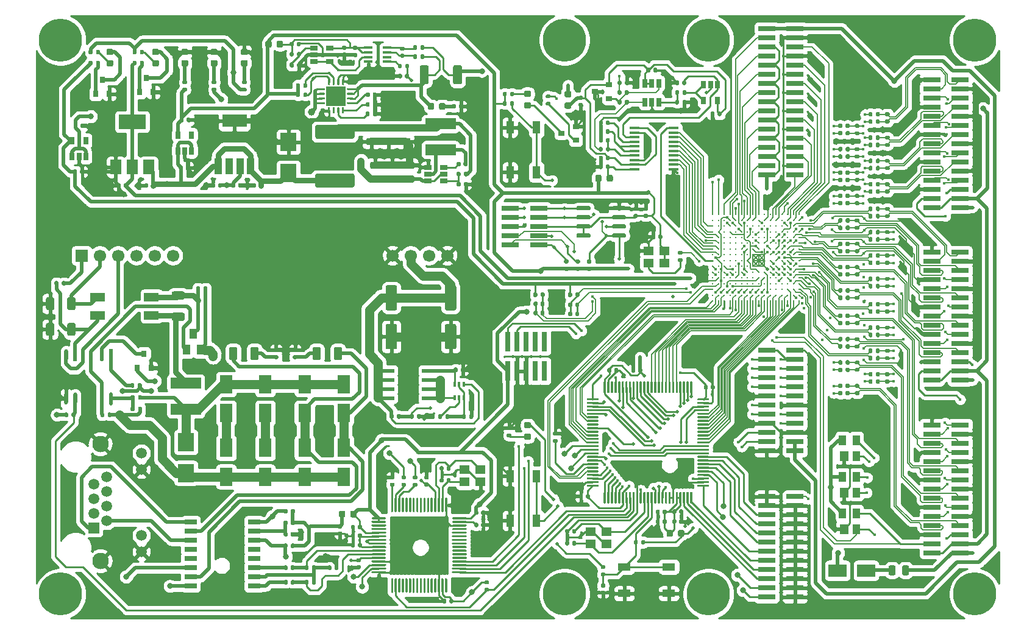
<source format=gbr>
%TF.GenerationSoftware,KiCad,Pcbnew,5.1.12-84ad8e8a86~92~ubuntu20.04.1*%
%TF.CreationDate,2022-02-12T16:21:49+08:00*%
%TF.ProjectId,TestAutomation,54657374-4175-4746-9f6d-6174696f6e2e,rev?*%
%TF.SameCoordinates,Original*%
%TF.FileFunction,Copper,L1,Top*%
%TF.FilePolarity,Positive*%
%FSLAX46Y46*%
G04 Gerber Fmt 4.6, Leading zero omitted, Abs format (unit mm)*
G04 Created by KiCad (PCBNEW 5.1.12-84ad8e8a86~92~ubuntu20.04.1) date 2022-02-12 16:21:49*
%MOMM*%
%LPD*%
G01*
G04 APERTURE LIST*
%TA.AperFunction,SMDPad,CuDef*%
%ADD10R,2.400000X0.740000*%
%TD*%
%TA.AperFunction,SMDPad,CuDef*%
%ADD11R,1.400000X1.200000*%
%TD*%
%TA.AperFunction,ComponentPad*%
%ADD12C,6.000000*%
%TD*%
%TA.AperFunction,SMDPad,CuDef*%
%ADD13C,0.320000*%
%TD*%
%TA.AperFunction,ComponentPad*%
%ADD14C,1.700000*%
%TD*%
%TA.AperFunction,ComponentPad*%
%ADD15R,1.700000X1.700000*%
%TD*%
%TA.AperFunction,SMDPad,CuDef*%
%ADD16R,4.200000X1.500000*%
%TD*%
%TA.AperFunction,SMDPad,CuDef*%
%ADD17R,0.900000X0.800000*%
%TD*%
%TA.AperFunction,SMDPad,CuDef*%
%ADD18R,0.650000X1.220000*%
%TD*%
%TA.AperFunction,SMDPad,CuDef*%
%ADD19R,0.650000X1.060000*%
%TD*%
%TA.AperFunction,SMDPad,CuDef*%
%ADD20R,2.700000X2.700000*%
%TD*%
%TA.AperFunction,SMDPad,CuDef*%
%ADD21R,2.300000X2.500000*%
%TD*%
%TA.AperFunction,SMDPad,CuDef*%
%ADD22R,1.100000X1.800000*%
%TD*%
%TA.AperFunction,SMDPad,CuDef*%
%ADD23R,1.060000X0.650000*%
%TD*%
%TA.AperFunction,SMDPad,CuDef*%
%ADD24R,1.000000X2.200000*%
%TD*%
%TA.AperFunction,SMDPad,CuDef*%
%ADD25R,3.400000X1.800000*%
%TD*%
%TA.AperFunction,SMDPad,CuDef*%
%ADD26R,0.532132X1.702833*%
%TD*%
%TA.AperFunction,SMDPad,CuDef*%
%ADD27R,1.220000X0.400000*%
%TD*%
%TA.AperFunction,SMDPad,CuDef*%
%ADD28R,1.454899X0.354800*%
%TD*%
%TA.AperFunction,SMDPad,CuDef*%
%ADD29R,1.193800X0.558800*%
%TD*%
%TA.AperFunction,SMDPad,CuDef*%
%ADD30R,0.740000X2.790000*%
%TD*%
%TA.AperFunction,SMDPad,CuDef*%
%ADD31R,3.800000X2.000000*%
%TD*%
%TA.AperFunction,SMDPad,CuDef*%
%ADD32R,1.500000X2.000000*%
%TD*%
%TA.AperFunction,SMDPad,CuDef*%
%ADD33R,1.700000X0.760000*%
%TD*%
%TA.AperFunction,SMDPad,CuDef*%
%ADD34R,1.800000X1.100000*%
%TD*%
%TA.AperFunction,SMDPad,CuDef*%
%ADD35R,0.800000X0.900000*%
%TD*%
%TA.AperFunction,SMDPad,CuDef*%
%ADD36R,0.400000X0.650000*%
%TD*%
%TA.AperFunction,SMDPad,CuDef*%
%ADD37R,1.000000X1.400000*%
%TD*%
%TA.AperFunction,ComponentPad*%
%ADD38C,1.500000*%
%TD*%
%TA.AperFunction,ComponentPad*%
%ADD39C,2.300000*%
%TD*%
%TA.AperFunction,ComponentPad*%
%ADD40R,1.500000X1.500000*%
%TD*%
%TA.AperFunction,SMDPad,CuDef*%
%ADD41R,2.000000X1.200000*%
%TD*%
%TA.AperFunction,SMDPad,CuDef*%
%ADD42R,1.800000X2.500000*%
%TD*%
%TA.AperFunction,SMDPad,CuDef*%
%ADD43R,2.500000X1.800000*%
%TD*%
%TA.AperFunction,SMDPad,CuDef*%
%ADD44R,1.200000X1.400000*%
%TD*%
%TA.AperFunction,ViaPad*%
%ADD45C,0.450000*%
%TD*%
%TA.AperFunction,ViaPad*%
%ADD46C,0.800000*%
%TD*%
%TA.AperFunction,ViaPad*%
%ADD47C,0.500000*%
%TD*%
%TA.AperFunction,ViaPad*%
%ADD48C,1.000000*%
%TD*%
%TA.AperFunction,Conductor*%
%ADD49C,0.508000*%
%TD*%
%TA.AperFunction,Conductor*%
%ADD50C,0.254000*%
%TD*%
%TA.AperFunction,Conductor*%
%ADD51C,0.127000*%
%TD*%
%TA.AperFunction,Conductor*%
%ADD52C,0.250000*%
%TD*%
%TA.AperFunction,Conductor*%
%ADD53C,1.016000*%
%TD*%
%TA.AperFunction,Conductor*%
%ADD54C,0.762000*%
%TD*%
%TA.AperFunction,Conductor*%
%ADD55C,1.270000*%
%TD*%
%TA.AperFunction,Conductor*%
%ADD56C,0.381000*%
%TD*%
%TA.AperFunction,Conductor*%
%ADD57C,0.100000*%
%TD*%
G04 APERTURE END LIST*
D10*
%TO.P,J5,34*%
%TO.N,+5V*%
X181102000Y-55390000D03*
%TO.P,J5,33*%
X185002000Y-55390000D03*
%TO.P,J5,32*%
%TO.N,/FPGA_IO15*%
X181102000Y-56660000D03*
%TO.P,J5,31*%
%TO.N,GND*%
X185002000Y-56660000D03*
%TO.P,J5,30*%
%TO.N,+3V3*%
X181102000Y-57930000D03*
%TO.P,J5,29*%
%TO.N,/FPGA_IO14*%
X185002000Y-57930000D03*
%TO.P,J5,28*%
%TO.N,/FPGA_IO13*%
X181102000Y-59200000D03*
%TO.P,J5,27*%
%TO.N,GND*%
X185002000Y-59200000D03*
%TO.P,J5,26*%
%TO.N,+3V3*%
X181102000Y-60470000D03*
%TO.P,J5,25*%
%TO.N,/FPGA_IO12*%
X185002000Y-60470000D03*
%TO.P,J5,24*%
%TO.N,/FPGA_IO11*%
X181102000Y-61740000D03*
%TO.P,J5,23*%
%TO.N,GND*%
X185002000Y-61740000D03*
%TO.P,J5,22*%
%TO.N,+3V3*%
X181102000Y-63010000D03*
%TO.P,J5,21*%
%TO.N,/FPGA_IO10*%
X185002000Y-63010000D03*
%TO.P,J5,20*%
%TO.N,/FPGA_IO9*%
X181102000Y-64280000D03*
%TO.P,J5,19*%
%TO.N,GND*%
X185002000Y-64280000D03*
%TO.P,J5,18*%
%TO.N,+3V3*%
X181102000Y-65550000D03*
%TO.P,J5,17*%
%TO.N,/FPGA_IO8*%
X185002000Y-65550000D03*
%TO.P,J5,16*%
%TO.N,/FPGA_IO7*%
X181102000Y-66820000D03*
%TO.P,J5,15*%
%TO.N,GND*%
X185002000Y-66820000D03*
%TO.P,J5,14*%
%TO.N,+3V3*%
X181102000Y-68090000D03*
%TO.P,J5,13*%
%TO.N,/FPGA_IO6*%
X185002000Y-68090000D03*
%TO.P,J5,12*%
%TO.N,/FPGA_IO5*%
X181102000Y-69360000D03*
%TO.P,J5,11*%
%TO.N,GND*%
X185002000Y-69360000D03*
%TO.P,J5,10*%
%TO.N,+3V3*%
X181102000Y-70630000D03*
%TO.P,J5,9*%
%TO.N,/FPGA_IO4*%
X185002000Y-70630000D03*
%TO.P,J5,8*%
%TO.N,/FPGA_IO3*%
X181102000Y-71900000D03*
%TO.P,J5,7*%
%TO.N,GND*%
X185002000Y-71900000D03*
%TO.P,J5,6*%
%TO.N,+3V3*%
X181102000Y-73170000D03*
%TO.P,J5,5*%
%TO.N,/FPGA_IO2*%
X185002000Y-73170000D03*
%TO.P,J5,4*%
%TO.N,/FPGA_IO1*%
X181102000Y-74440000D03*
%TO.P,J5,3*%
%TO.N,GND*%
X185002000Y-74440000D03*
%TO.P,J5,2*%
%TO.N,+3V3*%
X181102000Y-75710000D03*
%TO.P,J5,1*%
%TO.N,/FPGA_IO0*%
X185002000Y-75710000D03*
%TD*%
%TO.P,J9,24*%
%TO.N,GND*%
X185002000Y-134425000D03*
%TO.P,J9,23*%
%TO.N,/MCU/CPU_DAC1*%
X181102000Y-134425000D03*
%TO.P,J9,22*%
%TO.N,GND*%
X185002000Y-133155000D03*
%TO.P,J9,21*%
%TO.N,/MCU/CPU_DAC0*%
X181102000Y-133155000D03*
%TO.P,J9,20*%
%TO.N,GND*%
X185002000Y-131885000D03*
%TO.P,J9,19*%
%TO.N,/MCU/CPU_ADC0*%
X181102000Y-131885000D03*
%TO.P,J9,18*%
%TO.N,GND*%
X185002000Y-130615000D03*
%TO.P,J9,17*%
%TO.N,/MCU/CPU_ADC1*%
X181102000Y-130615000D03*
%TO.P,J9,16*%
%TO.N,GND*%
X185002000Y-129345000D03*
%TO.P,J9,15*%
%TO.N,/MCU/CPU_ADC2*%
X181102000Y-129345000D03*
%TO.P,J9,14*%
%TO.N,GND*%
X185002000Y-128075000D03*
%TO.P,J9,13*%
%TO.N,/MCU/CPU_ADC3*%
X181102000Y-128075000D03*
%TO.P,J9,12*%
%TO.N,GND*%
X185002000Y-126805000D03*
%TO.P,J9,11*%
%TO.N,/MCU/CPU_ADC4*%
X181102000Y-126805000D03*
%TO.P,J9,10*%
%TO.N,GND*%
X185002000Y-125535000D03*
%TO.P,J9,9*%
%TO.N,/MCU/CPU_ADC5*%
X181102000Y-125535000D03*
%TO.P,J9,8*%
%TO.N,GND*%
X185002000Y-124265000D03*
%TO.P,J9,7*%
%TO.N,/MCU/CPU_ADC6*%
X181102000Y-124265000D03*
%TO.P,J9,6*%
%TO.N,GND*%
X185002000Y-122995000D03*
%TO.P,J9,5*%
%TO.N,/MCU/CPU_ADC7*%
X181102000Y-122995000D03*
%TO.P,J9,4*%
%TO.N,GND*%
X185002000Y-121725000D03*
%TO.P,J9,3*%
X181102000Y-121725000D03*
%TO.P,J9,2*%
%TO.N,HSADC_IN*%
X185002000Y-120455000D03*
%TO.P,J9,1*%
%TO.N,GND*%
X181102000Y-120455000D03*
%TD*%
D11*
%TO.P,X1,4*%
%TO.N,+3V3*%
X166880000Y-87990000D03*
%TO.P,X1,3*%
%TO.N,Net-(R88-Pad2)*%
X164680000Y-87990000D03*
%TO.P,X1,2*%
%TO.N,GND*%
X164680000Y-86290000D03*
%TO.P,X1,1*%
%TO.N,+3V3*%
X166880000Y-86290000D03*
%TD*%
%TO.P,R88,2*%
%TO.N,Net-(R88-Pad2)*%
%TA.AperFunction,SMDPad,CuDef*%
G36*
G01*
X168885000Y-87330000D02*
X169255000Y-87330000D01*
G75*
G02*
X169390000Y-87465000I0J-135000D01*
G01*
X169390000Y-87735000D01*
G75*
G02*
X169255000Y-87870000I-135000J0D01*
G01*
X168885000Y-87870000D01*
G75*
G02*
X168750000Y-87735000I0J135000D01*
G01*
X168750000Y-87465000D01*
G75*
G02*
X168885000Y-87330000I135000J0D01*
G01*
G37*
%TD.AperFunction*%
%TO.P,R88,1*%
%TO.N,/FPGA/FPGA_Clock*%
%TA.AperFunction,SMDPad,CuDef*%
G36*
G01*
X168885000Y-86310000D02*
X169255000Y-86310000D01*
G75*
G02*
X169390000Y-86445000I0J-135000D01*
G01*
X169390000Y-86715000D01*
G75*
G02*
X169255000Y-86850000I-135000J0D01*
G01*
X168885000Y-86850000D01*
G75*
G02*
X168750000Y-86715000I0J135000D01*
G01*
X168750000Y-86445000D01*
G75*
G02*
X168885000Y-86310000I135000J0D01*
G01*
G37*
%TD.AperFunction*%
%TD*%
D12*
%TO.P,M3,*%
%TO.N,*%
X210000000Y-134000000D03*
%TD*%
%TO.P,M3,*%
%TO.N,*%
X83000000Y-134000000D03*
%TD*%
%TO.P,M3,*%
%TO.N,*%
X83000000Y-57000000D03*
%TD*%
%TO.P,M3,*%
%TO.N,*%
X210000000Y-57000000D03*
%TD*%
%TO.P,M3,*%
%TO.N,*%
X173000000Y-134000000D03*
%TD*%
%TO.P,M3,*%
%TO.N,*%
X173000000Y-57000000D03*
%TD*%
%TO.P,M3,*%
%TO.N,*%
X153000000Y-134000000D03*
%TD*%
%TO.P,M3,*%
%TO.N,*%
X153000000Y-57000000D03*
%TD*%
%TO.P,C45,2*%
%TO.N,Net-(C45-Pad2)*%
%TA.AperFunction,SMDPad,CuDef*%
G36*
G01*
X99990001Y-93090000D02*
X98689999Y-93090000D01*
G75*
G02*
X98440000Y-92840001I0J249999D01*
G01*
X98440000Y-92189999D01*
G75*
G02*
X98689999Y-91940000I249999J0D01*
G01*
X99990001Y-91940000D01*
G75*
G02*
X100240000Y-92189999I0J-249999D01*
G01*
X100240000Y-92840001D01*
G75*
G02*
X99990001Y-93090000I-249999J0D01*
G01*
G37*
%TD.AperFunction*%
%TO.P,C45,1*%
%TO.N,Net-(C45-Pad1)*%
%TA.AperFunction,SMDPad,CuDef*%
G36*
G01*
X99990001Y-96040000D02*
X98689999Y-96040000D01*
G75*
G02*
X98440000Y-95790001I0J249999D01*
G01*
X98440000Y-95139999D01*
G75*
G02*
X98689999Y-94890000I249999J0D01*
G01*
X99990001Y-94890000D01*
G75*
G02*
X100240000Y-95139999I0J-249999D01*
G01*
X100240000Y-95790001D01*
G75*
G02*
X99990001Y-96040000I-249999J0D01*
G01*
G37*
%TD.AperFunction*%
%TD*%
%TO.P,C99,2*%
%TO.N,Net-(C99-Pad2)*%
%TA.AperFunction,SMDPad,CuDef*%
G36*
G01*
X109360000Y-101220001D02*
X109360000Y-99919999D01*
G75*
G02*
X109609999Y-99670000I249999J0D01*
G01*
X110260001Y-99670000D01*
G75*
G02*
X110510000Y-99919999I0J-249999D01*
G01*
X110510000Y-101220001D01*
G75*
G02*
X110260001Y-101470000I-249999J0D01*
G01*
X109609999Y-101470000D01*
G75*
G02*
X109360000Y-101220001I0J249999D01*
G01*
G37*
%TD.AperFunction*%
%TO.P,C99,1*%
%TO.N,Net-(C99-Pad1)*%
%TA.AperFunction,SMDPad,CuDef*%
G36*
G01*
X106410000Y-101220001D02*
X106410000Y-99919999D01*
G75*
G02*
X106659999Y-99670000I249999J0D01*
G01*
X107310001Y-99670000D01*
G75*
G02*
X107560000Y-99919999I0J-249999D01*
G01*
X107560000Y-101220001D01*
G75*
G02*
X107310001Y-101470000I-249999J0D01*
G01*
X106659999Y-101470000D01*
G75*
G02*
X106410000Y-101220001I0J249999D01*
G01*
G37*
%TD.AperFunction*%
%TD*%
%TO.P,C51,2*%
%TO.N,GND*%
%TA.AperFunction,SMDPad,CuDef*%
G36*
G01*
X82130000Y-92989999D02*
X82130000Y-94290001D01*
G75*
G02*
X81880001Y-94540000I-249999J0D01*
G01*
X81229999Y-94540000D01*
G75*
G02*
X80980000Y-94290001I0J249999D01*
G01*
X80980000Y-92989999D01*
G75*
G02*
X81229999Y-92740000I249999J0D01*
G01*
X81880001Y-92740000D01*
G75*
G02*
X82130000Y-92989999I0J-249999D01*
G01*
G37*
%TD.AperFunction*%
%TO.P,C51,1*%
%TO.N,Net-(C51-Pad1)*%
%TA.AperFunction,SMDPad,CuDef*%
G36*
G01*
X85080000Y-92989999D02*
X85080000Y-94290001D01*
G75*
G02*
X84830001Y-94540000I-249999J0D01*
G01*
X84179999Y-94540000D01*
G75*
G02*
X83930000Y-94290001I0J249999D01*
G01*
X83930000Y-92989999D01*
G75*
G02*
X84179999Y-92740000I249999J0D01*
G01*
X84830001Y-92740000D01*
G75*
G02*
X85080000Y-92989999I0J-249999D01*
G01*
G37*
%TD.AperFunction*%
%TD*%
%TO.P,C50,2*%
%TO.N,Net-(C50-Pad2)*%
%TA.AperFunction,SMDPad,CuDef*%
G36*
G01*
X83930000Y-97870001D02*
X83930000Y-96569999D01*
G75*
G02*
X84179999Y-96320000I249999J0D01*
G01*
X84830001Y-96320000D01*
G75*
G02*
X85080000Y-96569999I0J-249999D01*
G01*
X85080000Y-97870001D01*
G75*
G02*
X84830001Y-98120000I-249999J0D01*
G01*
X84179999Y-98120000D01*
G75*
G02*
X83930000Y-97870001I0J249999D01*
G01*
G37*
%TD.AperFunction*%
%TO.P,C50,1*%
%TO.N,GND*%
%TA.AperFunction,SMDPad,CuDef*%
G36*
G01*
X80980000Y-97870001D02*
X80980000Y-96569999D01*
G75*
G02*
X81229999Y-96320000I249999J0D01*
G01*
X81880001Y-96320000D01*
G75*
G02*
X82130000Y-96569999I0J-249999D01*
G01*
X82130000Y-97870001D01*
G75*
G02*
X81880001Y-98120000I-249999J0D01*
G01*
X81229999Y-98120000D01*
G75*
G02*
X80980000Y-97870001I0J249999D01*
G01*
G37*
%TD.AperFunction*%
%TD*%
D13*
%TO.P,U4,T16*%
%TO.N,/FPGA/FPGA_KEY*%
X173592000Y-81249000D03*
%TO.P,U4,R16*%
%TO.N,Net-(U4-PadR16)*%
X173592000Y-82049000D03*
%TO.P,U4,P16*%
%TO.N,/ADC_D7*%
X173592000Y-82849000D03*
%TO.P,U4,N16*%
%TO.N,/ADC_D6*%
X173592000Y-83649000D03*
%TO.P,U4,M16*%
%TO.N,/ADC_D4*%
X173592000Y-84449000D03*
%TO.P,U4,L16*%
%TO.N,/ADC_D3*%
X173592000Y-85249000D03*
%TO.P,U4,K16*%
%TO.N,/ADC_D1*%
X173592000Y-86049000D03*
%TO.P,U4,J16*%
%TO.N,Net-(U4-PadJ16)*%
X173592000Y-86849000D03*
%TO.P,U4,H16*%
%TO.N,/ADC_CLK*%
X173592000Y-87649000D03*
%TO.P,U4,G16*%
%TO.N,/EEM2_IIC_SDA*%
X173592000Y-88449000D03*
%TO.P,U4,F16*%
%TO.N,/EEM2_IIC_SCL*%
X173592000Y-89249000D03*
%TO.P,U4,E16*%
%TO.N,Net-(U4-PadE16)*%
X173592000Y-90049000D03*
%TO.P,U4,D16*%
%TO.N,Net-(U4-PadD16)*%
X173592000Y-90849000D03*
%TO.P,U4,C16*%
%TO.N,/IIC_SDA*%
X173592000Y-91649000D03*
%TO.P,U4,B16*%
%TO.N,Net-(U4-PadB16)*%
X173592000Y-92449000D03*
%TO.P,U4,A16*%
%TO.N,/FSMC_NE1*%
X173592000Y-93249000D03*
%TO.P,U4,T15*%
%TO.N,/FPGA/FPGA_LED*%
X174392000Y-81249000D03*
%TO.P,U4,R15*%
%TO.N,Net-(U4-PadR15)*%
X174392000Y-82049000D03*
%TO.P,U4,P15*%
%TO.N,Net-(U4-PadP15)*%
X174392000Y-82849000D03*
%TO.P,U4,N15*%
%TO.N,+3V3*%
X174392000Y-83649000D03*
%TO.P,U4,M15*%
%TO.N,/ADC_D5*%
X174392000Y-84449000D03*
%TO.P,U4,L15*%
%TO.N,GND*%
X174392000Y-85249000D03*
%TO.P,U4,K15*%
%TO.N,/ADC_D2*%
X174392000Y-86049000D03*
%TO.P,U4,J15*%
%TO.N,/ADC_D0*%
X174392000Y-86849000D03*
%TO.P,U4,H15*%
%TO.N,+3V3*%
X174392000Y-87649000D03*
%TO.P,U4,G15*%
%TO.N,Net-(U4-PadG15)*%
X174392000Y-88449000D03*
%TO.P,U4,F15*%
%TO.N,Net-(U4-PadF15)*%
X174392000Y-89249000D03*
%TO.P,U4,E15*%
%TO.N,GND*%
X174392000Y-90049000D03*
%TO.P,U4,D15*%
%TO.N,/IIC_SCL*%
X174392000Y-90849000D03*
%TO.P,U4,C15*%
%TO.N,+3V3*%
X174392000Y-91649000D03*
%TO.P,U4,B15*%
%TO.N,/FSMC_NWAIT*%
X174392000Y-92449000D03*
%TO.P,U4,A15*%
%TO.N,/FSMC_NWE*%
X174392000Y-93249000D03*
%TO.P,U4,T14*%
%TO.N,/FPGA_IO15*%
X175192000Y-81249000D03*
%TO.P,U4,R14*%
%TO.N,Net-(U4-PadR14)*%
X175192000Y-82049000D03*
%TO.P,U4,P14*%
%TO.N,Net-(U4-PadP14)*%
X175192000Y-82849000D03*
%TO.P,U4,N14*%
%TO.N,N/C*%
X175192000Y-83649000D03*
%TO.P,U4,M14*%
%TO.N,Net-(U4-PadM14)*%
X175192000Y-84449000D03*
%TO.P,U4,L14*%
%TO.N,Net-(U4-PadL14)*%
X175192000Y-85249000D03*
%TO.P,U4,K14*%
%TO.N,Net-(U4-PadK14)*%
X175192000Y-86049000D03*
%TO.P,U4,J14*%
%TO.N,Net-(U4-PadJ14)*%
X175192000Y-86849000D03*
%TO.P,U4,H14*%
%TO.N,Net-(U4-PadH14)*%
X175192000Y-87649000D03*
%TO.P,U4,G14*%
%TO.N,/EEM0_IIC_SDA*%
X175192000Y-88449000D03*
%TO.P,U4,F14*%
%TO.N,/EEM1_IIC_SDA*%
X175192000Y-89249000D03*
%TO.P,U4,E14*%
%TO.N,Net-(U4-PadE14)*%
X175192000Y-90049000D03*
%TO.P,U4,D14*%
%TO.N,Net-(U4-PadD14)*%
X175192000Y-90849000D03*
%TO.P,U4,C14*%
%TO.N,/FSMC_NL*%
X175192000Y-91649000D03*
%TO.P,U4,B14*%
%TO.N,/FSMC_NOE*%
X175192000Y-92449000D03*
%TO.P,U4,A14*%
%TO.N,+1V2*%
X175192000Y-93249000D03*
%TO.P,U4,T13*%
%TO.N,/FPGA_IO13*%
X175992000Y-81249000D03*
%TO.P,U4,R13*%
%TO.N,+3V3*%
X175992000Y-82049000D03*
%TO.P,U4,P13*%
%TO.N,/CSBSEL1*%
X175992000Y-82849000D03*
%TO.P,U4,N13*%
%TO.N,+3V3*%
X175992000Y-83649000D03*
%TO.P,U4,M13*%
%TO.N,Net-(U4-PadM13)*%
X175992000Y-84449000D03*
%TO.P,U4,L13*%
%TO.N,Net-(U4-PadL13)*%
X175992000Y-85249000D03*
%TO.P,U4,K13*%
%TO.N,Net-(U4-PadK13)*%
X175992000Y-86049000D03*
%TO.P,U4,J13*%
%TO.N,Net-(U4-PadJ13)*%
X175992000Y-86849000D03*
%TO.P,U4,H13*%
%TO.N,Net-(U4-PadH13)*%
X175992000Y-87649000D03*
%TO.P,U4,G13*%
%TO.N,Net-(U4-PadG13)*%
X175992000Y-88449000D03*
%TO.P,U4,F13*%
%TO.N,/EEM1_IIC_SCL*%
X175992000Y-89249000D03*
%TO.P,U4,E13*%
%TO.N,Net-(U4-PadE13)*%
X175992000Y-90049000D03*
%TO.P,U4,D13*%
%TO.N,Net-(U4-PadD13)*%
X175992000Y-90849000D03*
%TO.P,U4,C13*%
%TO.N,/FSMC_NBL0*%
X175992000Y-91649000D03*
%TO.P,U4,B13*%
%TO.N,Net-(U4-PadB13)*%
X175992000Y-92449000D03*
%TO.P,U4,A13*%
%TO.N,+3V3*%
X175992000Y-93249000D03*
%TO.P,U4,T12*%
%TO.N,GND*%
X176792000Y-81249000D03*
%TO.P,U4,R12*%
%TO.N,/SPI_CS*%
X176792000Y-82049000D03*
%TO.P,U4,P12*%
%TO.N,/SPI_MISO*%
X176792000Y-82849000D03*
%TO.P,U4,N12*%
%TO.N,Net-(U4-PadN12)*%
X176792000Y-83649000D03*
%TO.P,U4,M12*%
%TO.N,Net-(U4-PadM12)*%
X176792000Y-84449000D03*
%TO.P,U4,L12*%
%TO.N,Net-(U4-PadL12)*%
X176792000Y-85249000D03*
%TO.P,U4,K12*%
%TO.N,Net-(U4-PadK12)*%
X176792000Y-86049000D03*
%TO.P,U4,J12*%
%TO.N,Net-(U4-PadJ12)*%
X176792000Y-86849000D03*
%TO.P,U4,H12*%
%TO.N,Net-(U4-PadH12)*%
X176792000Y-87649000D03*
%TO.P,U4,G12*%
%TO.N,Net-(U4-PadG12)*%
X176792000Y-88449000D03*
%TO.P,U4,F12*%
%TO.N,Net-(U4-PadF12)*%
X176792000Y-89249000D03*
%TO.P,U4,E12*%
%TO.N,+2V5*%
X176792000Y-90049000D03*
%TO.P,U4,D12*%
%TO.N,Net-(U4-PadD12)*%
X176792000Y-90849000D03*
%TO.P,U4,C12*%
%TO.N,/FSMC_NBL1*%
X176792000Y-91649000D03*
%TO.P,U4,B12*%
%TO.N,/FSMC_D3*%
X176792000Y-92449000D03*
%TO.P,U4,A12*%
%TO.N,GND*%
X176792000Y-93249000D03*
%TO.P,U4,T11*%
%TO.N,/FPGA_IO11*%
X177592000Y-81249000D03*
%TO.P,U4,R11*%
%TO.N,/SPI_SCK*%
X177592000Y-82049000D03*
%TO.P,U4,P11*%
%TO.N,/SPI_MOSI*%
X177592000Y-82849000D03*
%TO.P,U4,N11*%
%TO.N,/CRESET*%
X177592000Y-83649000D03*
%TO.P,U4,M11*%
%TO.N,Net-(U4-PadM11)*%
X177592000Y-84449000D03*
%TO.P,U4,L11*%
%TO.N,Net-(U4-PadL11)*%
X177592000Y-85249000D03*
%TO.P,U4,K11*%
%TO.N,/CSBSEL0*%
X177592000Y-86049000D03*
%TO.P,U4,J11*%
%TO.N,Net-(U4-PadJ11)*%
X177592000Y-86849000D03*
%TO.P,U4,H11*%
%TO.N,Net-(U4-PadH11)*%
X177592000Y-87649000D03*
%TO.P,U4,G11*%
%TO.N,Net-(U4-PadG11)*%
X177592000Y-88449000D03*
%TO.P,U4,F11*%
%TO.N,/EEM0_IIC_SCL*%
X177592000Y-89249000D03*
%TO.P,U4,E11*%
%TO.N,Net-(U4-PadE11)*%
X177592000Y-90049000D03*
%TO.P,U4,D11*%
%TO.N,Net-(U4-PadD11)*%
X177592000Y-90849000D03*
%TO.P,U4,C11*%
%TO.N,/FSMC_A7*%
X177592000Y-91649000D03*
%TO.P,U4,B11*%
%TO.N,/FSMC_D2*%
X177592000Y-92449000D03*
%TO.P,U4,A11*%
%TO.N,/FSMC_D1*%
X177592000Y-93249000D03*
%TO.P,U4,T10*%
%TO.N,/FPGA_IO9*%
X178392000Y-81249000D03*
%TO.P,U4,R10*%
%TO.N,/FPGA_IO7*%
X178392000Y-82049000D03*
%TO.P,U4,P10*%
%TO.N,Net-(U4-PadP10)*%
X178392000Y-82849000D03*
%TO.P,U4,N10*%
%TO.N,Net-(U4-PadN10)*%
X178392000Y-83649000D03*
%TO.P,U4,M10*%
%TO.N,/CDONE*%
X178392000Y-84449000D03*
%TO.P,U4,L10*%
%TO.N,Net-(U4-PadL10)*%
X178392000Y-85249000D03*
%TO.P,U4,K10*%
%TO.N,+1V2*%
X178392000Y-86049000D03*
%TO.P,U4,J10*%
%TO.N,Net-(U4-PadJ10)*%
X178392000Y-86849000D03*
%TO.P,U4,H10*%
%TO.N,+3V3*%
X178392000Y-87649000D03*
%TO.P,U4,G10*%
%TO.N,Net-(U4-PadG10)*%
X178392000Y-88449000D03*
%TO.P,U4,F10*%
%TO.N,+1V2*%
X178392000Y-89249000D03*
%TO.P,U4,E10*%
%TO.N,Net-(U4-PadE10)*%
X178392000Y-90049000D03*
%TO.P,U4,D10*%
%TO.N,Net-(U4-PadD10)*%
X178392000Y-90849000D03*
%TO.P,U4,C10*%
%TO.N,/FSMC_A3*%
X178392000Y-91649000D03*
%TO.P,U4,B10*%
%TO.N,/FSMC_D0*%
X178392000Y-92449000D03*
%TO.P,U4,A10*%
%TO.N,/FSMC_A2*%
X178392000Y-93249000D03*
%TO.P,U4,T9*%
%TO.N,/FPGA_IO5*%
X179192000Y-81249000D03*
%TO.P,U4,R9*%
%TO.N,/FPGA_IO3*%
X179192000Y-82049000D03*
%TO.P,U4,P9*%
%TO.N,Net-(U4-PadP9)*%
X179192000Y-82849000D03*
%TO.P,U4,N9*%
%TO.N,Net-(U4-PadN9)*%
X179192000Y-83649000D03*
%TO.P,U4,M9*%
%TO.N,Net-(U4-PadM9)*%
X179192000Y-84449000D03*
%TO.P,U4,L9*%
%TO.N,Net-(U4-PadL9)*%
X179192000Y-85249000D03*
%TO.P,U4,K9*%
%TO.N,/FPGA/FPGA_Clock*%
X179192000Y-86049000D03*
%TO.P,U4,J9*%
%TO.N,GND*%
X179192000Y-86849000D03*
%TO.P,U4,H9*%
X179192000Y-87649000D03*
%TO.P,U4,G9*%
X179192000Y-88449000D03*
%TO.P,U4,F9*%
%TO.N,Net-(U4-PadF9)*%
X179192000Y-89249000D03*
%TO.P,U4,E9*%
%TO.N,Net-(U4-PadE9)*%
X179192000Y-90049000D03*
%TO.P,U4,D9*%
%TO.N,Net-(U4-PadD9)*%
X179192000Y-90849000D03*
%TO.P,U4,C9*%
%TO.N,/FSMC_A4*%
X179192000Y-91649000D03*
%TO.P,U4,B9*%
%TO.N,/FSMC_A1*%
X179192000Y-92449000D03*
%TO.P,U4,A9*%
%TO.N,/FSMC_A0*%
X179192000Y-93249000D03*
%TO.P,U4,T8*%
%TO.N,/FPGA_IO1*%
X179992000Y-81249000D03*
%TO.P,U4,R8*%
%TO.N,+3V3*%
X179992000Y-82049000D03*
%TO.P,U4,P8*%
%TO.N,Net-(U4-PadP8)*%
X179992000Y-82849000D03*
%TO.P,U4,N8*%
%TO.N,/FPGA/GNDPLL0*%
X179992000Y-83649000D03*
%TO.P,U4,M8*%
%TO.N,Net-(U4-PadM8)*%
X179992000Y-84449000D03*
%TO.P,U4,L8*%
%TO.N,/FPGA/VCCPLL0*%
X179992000Y-85249000D03*
%TO.P,U4,K8*%
%TO.N,+3V3*%
X179992000Y-86049000D03*
%TO.P,U4,J8*%
%TO.N,GND*%
X179992000Y-86849000D03*
%TO.P,U4,H8*%
X179992000Y-87649000D03*
%TO.P,U4,G8*%
X179992000Y-88449000D03*
%TO.P,U4,F8*%
%TO.N,+3V3*%
X179992000Y-89249000D03*
%TO.P,U4,E8*%
%TO.N,/FPGA/VCCPLL1*%
X179992000Y-90049000D03*
%TO.P,U4,D8*%
%TO.N,Net-(U4-PadD8)*%
X179992000Y-90849000D03*
%TO.P,U4,C8*%
%TO.N,/FSMC_A5*%
X179992000Y-91649000D03*
%TO.P,U4,B8*%
%TO.N,/FSMC_D15*%
X179992000Y-92449000D03*
%TO.P,U4,A8*%
%TO.N,+3V3*%
X179992000Y-93249000D03*
%TO.P,U4,T7*%
%TO.N,Net-(U4-PadT7)*%
X180792000Y-81249000D03*
%TO.P,U4,R7*%
%TO.N,GND*%
X180792000Y-82049000D03*
%TO.P,U4,P7*%
%TO.N,Net-(U4-PadP7)*%
X180792000Y-82849000D03*
%TO.P,U4,N7*%
%TO.N,Net-(U4-PadN7)*%
X180792000Y-83649000D03*
%TO.P,U4,M7*%
%TO.N,Net-(U4-PadM7)*%
X180792000Y-84449000D03*
%TO.P,U4,L7*%
%TO.N,/FPGA/LVDS0_1_P*%
X180792000Y-85249000D03*
%TO.P,U4,K7*%
%TO.N,GND*%
X180792000Y-86049000D03*
%TO.P,U4,J7*%
X180792000Y-86849000D03*
%TO.P,U4,H7*%
X180792000Y-87649000D03*
%TO.P,U4,G7*%
X180792000Y-88449000D03*
%TO.P,U4,F7*%
%TO.N,/FSMC_CLK*%
X180792000Y-89249000D03*
%TO.P,U4,E7*%
%TO.N,/FPGA/GNDPLL1*%
X180792000Y-90049000D03*
%TO.P,U4,D7*%
%TO.N,Net-(U4-PadD7)*%
X180792000Y-90849000D03*
%TO.P,U4,C7*%
%TO.N,/FSMC_A6*%
X180792000Y-91649000D03*
%TO.P,U4,B7*%
%TO.N,/FSMC_D14*%
X180792000Y-92449000D03*
%TO.P,U4,A7*%
%TO.N,/FSMC_D13*%
X180792000Y-93249000D03*
%TO.P,U4,T6*%
%TO.N,Net-(U4-PadT6)*%
X181592000Y-81249000D03*
%TO.P,U4,R6*%
%TO.N,/FPGA_IO0*%
X181592000Y-82049000D03*
%TO.P,U4,P6*%
%TO.N,Net-(U4-PadP6)*%
X181592000Y-82849000D03*
%TO.P,U4,N6*%
%TO.N,Net-(U4-PadN6)*%
X181592000Y-83649000D03*
%TO.P,U4,M6*%
%TO.N,Net-(U4-PadM6)*%
X181592000Y-84449000D03*
%TO.P,U4,L6*%
%TO.N,/FPGA/LVDS0_3_P*%
X181592000Y-85249000D03*
%TO.P,U4,K6*%
%TO.N,+1V2*%
X181592000Y-86049000D03*
%TO.P,U4,J6*%
%TO.N,+2V5*%
X181592000Y-86849000D03*
%TO.P,U4,H6*%
%TO.N,/FPGA/LVDS2_0_P*%
X181592000Y-87649000D03*
%TO.P,U4,G6*%
%TO.N,+2V5*%
X181592000Y-88449000D03*
%TO.P,U4,F6*%
%TO.N,+1V2*%
X181592000Y-89249000D03*
%TO.P,U4,E6*%
%TO.N,Net-(U4-PadE6)*%
X181592000Y-90049000D03*
%TO.P,U4,D6*%
%TO.N,Net-(U4-PadD6)*%
X181592000Y-90849000D03*
%TO.P,U4,C6*%
%TO.N,Net-(U4-PadC6)*%
X181592000Y-91649000D03*
%TO.P,U4,B6*%
%TO.N,/FSMC_D12*%
X181592000Y-92449000D03*
%TO.P,U4,A6*%
%TO.N,/FSMC_D11*%
X181592000Y-93249000D03*
%TO.P,U4,T5*%
%TO.N,/FPGA_IO2*%
X182392000Y-81249000D03*
%TO.P,U4,R5*%
%TO.N,/FPGA_IO4*%
X182392000Y-82049000D03*
%TO.P,U4,P5*%
%TO.N,Net-(U4-PadP5)*%
X182392000Y-82849000D03*
%TO.P,U4,N5*%
%TO.N,Net-(U4-PadN5)*%
X182392000Y-83649000D03*
%TO.P,U4,M5*%
%TO.N,/FPGA/LVDS1_0_N*%
X182392000Y-84449000D03*
%TO.P,U4,L5*%
%TO.N,Net-(U4-PadL5)*%
X182392000Y-85249000D03*
%TO.P,U4,K5*%
%TO.N,/FPGA/LVDS1_2_P*%
X182392000Y-86049000D03*
%TO.P,U4,J5*%
%TO.N,/FPGA/LVDS1_7_P*%
X182392000Y-86849000D03*
%TO.P,U4,H5*%
%TO.N,/FPGA/LVDS2_1_P*%
X182392000Y-87649000D03*
%TO.P,U4,G5*%
%TO.N,/FPGA/LVDS2_3_P*%
X182392000Y-88449000D03*
%TO.P,U4,F5*%
%TO.N,/FPGA/LVDS2_5_P*%
X182392000Y-89249000D03*
%TO.P,U4,E5*%
%TO.N,Net-(U4-PadE5)*%
X182392000Y-90049000D03*
%TO.P,U4,D5*%
%TO.N,Net-(U4-PadD5)*%
X182392000Y-90849000D03*
%TO.P,U4,C5*%
%TO.N,Net-(U4-PadC5)*%
X182392000Y-91649000D03*
%TO.P,U4,B5*%
%TO.N,/FSMC_D10*%
X182392000Y-92449000D03*
%TO.P,U4,A5*%
%TO.N,/FSMC_D9*%
X182392000Y-93249000D03*
%TO.P,U4,T4*%
%TO.N,GND*%
X183192000Y-81249000D03*
%TO.P,U4,R4*%
%TO.N,Net-(U4-PadR4)*%
X183192000Y-82049000D03*
%TO.P,U4,P4*%
%TO.N,Net-(U4-PadP4)*%
X183192000Y-82849000D03*
%TO.P,U4,N4*%
%TO.N,/FPGA/LVDS0_0_N*%
X183192000Y-83649000D03*
%TO.P,U4,M4*%
%TO.N,/FPGA/LVDS1_1_N*%
X183192000Y-84449000D03*
%TO.P,U4,L4*%
%TO.N,/FPGA/LVDS0_5_P*%
X183192000Y-85249000D03*
%TO.P,U4,K4*%
%TO.N,/FPGA/LVDS1_3_P*%
X183192000Y-86049000D03*
%TO.P,U4,J4*%
%TO.N,/FPGA/LVDS0_7_P*%
X183192000Y-86849000D03*
%TO.P,U4,H4*%
%TO.N,/FPGA/LVDS0_2_P*%
X183192000Y-87649000D03*
%TO.P,U4,G4*%
%TO.N,/FPGA/LVDS0_6_P*%
X183192000Y-88449000D03*
%TO.P,U4,F4*%
%TO.N,/FPGA/LVDS2_2_P*%
X183192000Y-89249000D03*
%TO.P,U4,E4*%
%TO.N,/FPGA/LVDS2_7_P*%
X183192000Y-90049000D03*
%TO.P,U4,D4*%
%TO.N,Net-(U4-PadD4)*%
X183192000Y-90849000D03*
%TO.P,U4,C4*%
%TO.N,Net-(U4-PadC4)*%
X183192000Y-91649000D03*
%TO.P,U4,B4*%
%TO.N,/FSMC_D8*%
X183192000Y-92449000D03*
%TO.P,U4,A4*%
%TO.N,GND*%
X183192000Y-93249000D03*
%TO.P,U4,T3*%
%TO.N,/FPGA_IO6*%
X183992000Y-81249000D03*
%TO.P,U4,R3*%
%TO.N,/FPGA_IO8*%
X183992000Y-82049000D03*
%TO.P,U4,P3*%
%TO.N,+3V3*%
X183992000Y-82849000D03*
%TO.P,U4,N3*%
%TO.N,Net-(U4-PadN3)*%
X183992000Y-83649000D03*
%TO.P,U4,M3*%
%TO.N,Net-(U4-PadM3)*%
X183992000Y-84449000D03*
%TO.P,U4,L3*%
%TO.N,/FPGA/LVDS0_3_N*%
X183992000Y-85249000D03*
%TO.P,U4,K3*%
%TO.N,/FPGA/LVDS1_4_N*%
X183992000Y-86049000D03*
%TO.P,U4,J3*%
%TO.N,/FPGA/LVDS1_6_P*%
X183992000Y-86849000D03*
%TO.P,U4,H3*%
%TO.N,/FPGA/LVDS0_4_P*%
X183992000Y-87649000D03*
%TO.P,U4,G3*%
%TO.N,/FPGA/LVDS2_6_P*%
X183992000Y-88449000D03*
%TO.P,U4,F3*%
%TO.N,/FPGA/LVDS2_6_N*%
X183992000Y-89249000D03*
%TO.P,U4,E3*%
%TO.N,/FPGA/LVDS0_6_N*%
X183992000Y-90049000D03*
%TO.P,U4,D3*%
%TO.N,Net-(U4-PadD3)*%
X183992000Y-90849000D03*
%TO.P,U4,C3*%
%TO.N,/FSMC_D6*%
X183992000Y-91649000D03*
%TO.P,U4,B3*%
%TO.N,/FSMC_D7*%
X183992000Y-92449000D03*
%TO.P,U4,A3*%
%TO.N,+3V3*%
X183992000Y-93249000D03*
%TO.P,U4,T2*%
%TO.N,/FPGA_IO10*%
X184792000Y-81249000D03*
%TO.P,U4,R2*%
%TO.N,/FPGA_IO12*%
X184792000Y-82049000D03*
%TO.P,U4,P2*%
%TO.N,/FPGA/LVDS1_0_P*%
X184792000Y-82849000D03*
%TO.P,U4,N2*%
%TO.N,/FPGA/LVDS0_1_N*%
X184792000Y-83649000D03*
%TO.P,U4,M2*%
%TO.N,/FPGA/LVDS1_2_N*%
X184792000Y-84449000D03*
%TO.P,U4,L2*%
%TO.N,+1V2*%
X184792000Y-85249000D03*
%TO.P,U4,K2*%
%TO.N,GND*%
X184792000Y-86049000D03*
%TO.P,U4,J2*%
%TO.N,/FPGA/LVDS1_5_P*%
X184792000Y-86849000D03*
%TO.P,U4,H2*%
%TO.N,/FPGA/LVDS0_7_N*%
X184792000Y-87649000D03*
%TO.P,U4,G2*%
%TO.N,/FPGA/LVDS0_2_N*%
X184792000Y-88449000D03*
%TO.P,U4,F2*%
%TO.N,/FPGA/LVDS0_4_N*%
X184792000Y-89249000D03*
%TO.P,U4,E2*%
%TO.N,/FPGA/LVDS2_1_N*%
X184792000Y-90049000D03*
%TO.P,U4,D2*%
%TO.N,/FPGA/LVDS2_2_N*%
X184792000Y-90849000D03*
%TO.P,U4,C2*%
%TO.N,/FPGA/LVDS2_4_N*%
X184792000Y-91649000D03*
%TO.P,U4,B2*%
%TO.N,/FPGA/LVDS2_7_N*%
X184792000Y-92449000D03*
%TO.P,U4,A2*%
%TO.N,/FSMC_D5*%
X184792000Y-93249000D03*
%TO.P,U4,T1*%
%TO.N,/FPGA_IO14*%
X185592000Y-81249000D03*
%TO.P,U4,R1*%
%TO.N,/FPGA/LVDS0_0_P*%
X185592000Y-82049000D03*
%TO.P,U4,P1*%
%TO.N,/FPGA/LVDS1_1_P*%
X185592000Y-82849000D03*
%TO.P,U4,N1*%
%TO.N,+2V5*%
X185592000Y-83649000D03*
%TO.P,U4,M1*%
%TO.N,/FPGA/LVDS1_3_N*%
X185592000Y-84449000D03*
%TO.P,U4,L1*%
%TO.N,/FPGA/LVDS0_5_N*%
X185592000Y-85249000D03*
%TO.P,U4,K1*%
%TO.N,/FPGA/LVDS1_4_P*%
X185592000Y-86049000D03*
%TO.P,U4,J1*%
%TO.N,/FPGA/LVDS1_5_N*%
X185592000Y-86849000D03*
%TO.P,U4,H1*%
%TO.N,/FPGA/LVDS1_6_N*%
X185592000Y-87649000D03*
%TO.P,U4,G1*%
%TO.N,/FPGA/LVDS1_7_N*%
X185592000Y-88449000D03*
%TO.P,U4,F1*%
%TO.N,/FPGA/LVDS2_0_N*%
X185592000Y-89249000D03*
%TO.P,U4,E1*%
%TO.N,+2V5*%
X185592000Y-90049000D03*
%TO.P,U4,D1*%
%TO.N,/FPGA/LVDS2_3_N*%
X185592000Y-90849000D03*
%TO.P,U4,C1*%
%TO.N,/FPGA/LVDS2_4_P*%
X185592000Y-91649000D03*
%TO.P,U4,B1*%
%TO.N,/FPGA/LVDS2_5_N*%
X185592000Y-92449000D03*
%TO.P,U4,A1*%
%TO.N,/FSMC_D4*%
X185592000Y-93249000D03*
%TD*%
D14*
%TO.P,U12,6*%
%TO.N,Net-(U12-Pad6)*%
X98618000Y-86946000D03*
%TO.P,U12,10*%
%TO.N,GND*%
X136718000Y-86946000D03*
%TO.P,U12,9*%
%TO.N,Net-(U12-Pad9)*%
X134178000Y-86946000D03*
%TO.P,U12,8*%
%TO.N,Net-(C57-Pad1)*%
X131638000Y-86946000D03*
%TO.P,U12,7*%
%TO.N,GND*%
X129098000Y-86946000D03*
%TO.P,U12,5*%
%TO.N,Net-(U12-Pad5)*%
X96078000Y-86946000D03*
%TO.P,U12,4*%
%TO.N,Net-(U12-Pad4)*%
X93538000Y-86946000D03*
%TO.P,U12,3*%
%TO.N,Net-(U10-Pad2)*%
X90998000Y-86946000D03*
%TO.P,U12,2*%
%TO.N,Net-(C51-Pad1)*%
X88458000Y-86946000D03*
D15*
%TO.P,U12,1*%
%TO.N,Net-(R98-Pad2)*%
X85918000Y-86946000D03*
%TD*%
D11*
%TO.P,Y2,1*%
%TO.N,Net-(C75-Pad1)*%
X158810000Y-125330000D03*
%TO.P,Y2,2*%
%TO.N,GND*%
X156610000Y-125330000D03*
%TO.P,Y2,3*%
%TO.N,Net-(C76-Pad1)*%
X156610000Y-127030000D03*
%TO.P,Y2,4*%
%TO.N,GND*%
X158810000Y-127030000D03*
%TD*%
%TO.P,Y1,1*%
%TO.N,Net-(C60-Pad1)*%
X141344000Y-116726000D03*
%TO.P,Y1,2*%
%TO.N,GND*%
X139144000Y-116726000D03*
%TO.P,Y1,3*%
%TO.N,Net-(C59-Pad1)*%
X139144000Y-118426000D03*
%TO.P,Y1,4*%
%TO.N,GND*%
X141344000Y-118426000D03*
%TD*%
D16*
%TO.P,L3,1*%
%TO.N,/Ethernet/POE_VC+*%
X100400000Y-108300000D03*
%TO.P,L3,2*%
%TO.N,Net-(C45-Pad1)*%
X100400000Y-104700000D03*
%TD*%
%TO.P,F2,1*%
%TO.N,Net-(D5-Pad1)*%
%TA.AperFunction,SMDPad,CuDef*%
G36*
G01*
X198015000Y-131166250D02*
X198015000Y-130253750D01*
G75*
G02*
X198258750Y-130010000I243750J0D01*
G01*
X198746250Y-130010000D01*
G75*
G02*
X198990000Y-130253750I0J-243750D01*
G01*
X198990000Y-131166250D01*
G75*
G02*
X198746250Y-131410000I-243750J0D01*
G01*
X198258750Y-131410000D01*
G75*
G02*
X198015000Y-131166250I0J243750D01*
G01*
G37*
%TD.AperFunction*%
%TO.P,F2,2*%
%TO.N,+3V3MP*%
%TA.AperFunction,SMDPad,CuDef*%
G36*
G01*
X199890000Y-131166250D02*
X199890000Y-130253750D01*
G75*
G02*
X200133750Y-130010000I243750J0D01*
G01*
X200621250Y-130010000D01*
G75*
G02*
X200865000Y-130253750I0J-243750D01*
G01*
X200865000Y-131166250D01*
G75*
G02*
X200621250Y-131410000I-243750J0D01*
G01*
X200133750Y-131410000D01*
G75*
G02*
X199890000Y-131166250I0J243750D01*
G01*
G37*
%TD.AperFunction*%
%TD*%
%TO.P,L4,1*%
%TO.N,Net-(C44-Pad1)*%
X135780000Y-72240000D03*
%TO.P,L4,2*%
%TO.N,Net-(C47-Pad1)*%
X135780000Y-68640000D03*
%TD*%
D17*
%TO.P,D23,1*%
%TO.N,Net-(D23-Pad1)*%
X159190000Y-65120000D03*
%TO.P,D23,2*%
%TO.N,/HighSpeedADC/+5VA*%
X159190000Y-63220000D03*
%TO.P,D23,3*%
%TO.N,GND*%
X157190000Y-64170000D03*
%TD*%
%TO.P,C98,1*%
%TO.N,/CurrentSenser/+3V3A*%
%TA.AperFunction,SMDPad,CuDef*%
G36*
G01*
X122240000Y-57790000D02*
X122580000Y-57790000D01*
G75*
G02*
X122720000Y-57930000I0J-140000D01*
G01*
X122720000Y-58210000D01*
G75*
G02*
X122580000Y-58350000I-140000J0D01*
G01*
X122240000Y-58350000D01*
G75*
G02*
X122100000Y-58210000I0J140000D01*
G01*
X122100000Y-57930000D01*
G75*
G02*
X122240000Y-57790000I140000J0D01*
G01*
G37*
%TD.AperFunction*%
%TO.P,C98,2*%
%TO.N,GND*%
%TA.AperFunction,SMDPad,CuDef*%
G36*
G01*
X122240000Y-58750000D02*
X122580000Y-58750000D01*
G75*
G02*
X122720000Y-58890000I0J-140000D01*
G01*
X122720000Y-59170000D01*
G75*
G02*
X122580000Y-59310000I-140000J0D01*
G01*
X122240000Y-59310000D01*
G75*
G02*
X122100000Y-59170000I0J140000D01*
G01*
X122100000Y-58890000D01*
G75*
G02*
X122240000Y-58750000I140000J0D01*
G01*
G37*
%TD.AperFunction*%
%TD*%
%TO.P,C97,1*%
%TO.N,/HighSpeedADC/+5VA*%
%TA.AperFunction,SMDPad,CuDef*%
G36*
G01*
X174820000Y-67100000D02*
X174820000Y-67440000D01*
G75*
G02*
X174680000Y-67580000I-140000J0D01*
G01*
X174400000Y-67580000D01*
G75*
G02*
X174260000Y-67440000I0J140000D01*
G01*
X174260000Y-67100000D01*
G75*
G02*
X174400000Y-66960000I140000J0D01*
G01*
X174680000Y-66960000D01*
G75*
G02*
X174820000Y-67100000I0J-140000D01*
G01*
G37*
%TD.AperFunction*%
%TO.P,C97,2*%
%TO.N,GND*%
%TA.AperFunction,SMDPad,CuDef*%
G36*
G01*
X173860000Y-67100000D02*
X173860000Y-67440000D01*
G75*
G02*
X173720000Y-67580000I-140000J0D01*
G01*
X173440000Y-67580000D01*
G75*
G02*
X173300000Y-67440000I0J140000D01*
G01*
X173300000Y-67100000D01*
G75*
G02*
X173440000Y-66960000I140000J0D01*
G01*
X173720000Y-66960000D01*
G75*
G02*
X173860000Y-67100000I0J-140000D01*
G01*
G37*
%TD.AperFunction*%
%TD*%
D18*
%TO.P,U2,1*%
%TO.N,Net-(R5-Pad2)*%
X164190000Y-65620000D03*
%TO.P,U2,2*%
%TO.N,GND*%
X165140000Y-65620000D03*
%TO.P,U2,3*%
%TO.N,Net-(R2-Pad1)*%
X166090000Y-65620000D03*
%TO.P,U2,4*%
%TO.N,Net-(D23-Pad1)*%
X166090000Y-63000000D03*
%TO.P,U2,5*%
%TO.N,/HighSpeedADC/+5VA*%
X165140000Y-63000000D03*
%TO.P,U2,6*%
X164190000Y-63000000D03*
%TD*%
D19*
%TO.P,U1,1*%
%TO.N,Net-(C2-Pad1)*%
X174230000Y-63180000D03*
%TO.P,U1,2*%
%TO.N,GND*%
X173280000Y-63180000D03*
%TO.P,U1,3*%
%TO.N,Net-(R3-Pad1)*%
X172330000Y-63180000D03*
%TO.P,U1,4*%
X172330000Y-65380000D03*
%TO.P,U1,5*%
%TO.N,/HighSpeedADC/+5VA*%
X174230000Y-65380000D03*
%TD*%
%TO.P,C1,1*%
%TO.N,/HighSpeedADC/+5VA*%
%TA.AperFunction,SMDPad,CuDef*%
G36*
G01*
X164380000Y-61330000D02*
X164380000Y-60990000D01*
G75*
G02*
X164520000Y-60850000I140000J0D01*
G01*
X164800000Y-60850000D01*
G75*
G02*
X164940000Y-60990000I0J-140000D01*
G01*
X164940000Y-61330000D01*
G75*
G02*
X164800000Y-61470000I-140000J0D01*
G01*
X164520000Y-61470000D01*
G75*
G02*
X164380000Y-61330000I0J140000D01*
G01*
G37*
%TD.AperFunction*%
%TO.P,C1,2*%
%TO.N,GND*%
%TA.AperFunction,SMDPad,CuDef*%
G36*
G01*
X165340000Y-61330000D02*
X165340000Y-60990000D01*
G75*
G02*
X165480000Y-60850000I140000J0D01*
G01*
X165760000Y-60850000D01*
G75*
G02*
X165900000Y-60990000I0J-140000D01*
G01*
X165900000Y-61330000D01*
G75*
G02*
X165760000Y-61470000I-140000J0D01*
G01*
X165480000Y-61470000D01*
G75*
G02*
X165340000Y-61330000I0J140000D01*
G01*
G37*
%TD.AperFunction*%
%TD*%
%TO.P,R129,1*%
%TO.N,/CurrentSenser/12V_SW*%
%TA.AperFunction,SMDPad,CuDef*%
G36*
G01*
X117260000Y-64425000D02*
X117260000Y-64795000D01*
G75*
G02*
X117125000Y-64930000I-135000J0D01*
G01*
X116855000Y-64930000D01*
G75*
G02*
X116720000Y-64795000I0J135000D01*
G01*
X116720000Y-64425000D01*
G75*
G02*
X116855000Y-64290000I135000J0D01*
G01*
X117125000Y-64290000D01*
G75*
G02*
X117260000Y-64425000I0J-135000D01*
G01*
G37*
%TD.AperFunction*%
%TO.P,R129,2*%
%TO.N,+3V3*%
%TA.AperFunction,SMDPad,CuDef*%
G36*
G01*
X116240000Y-64425000D02*
X116240000Y-64795000D01*
G75*
G02*
X116105000Y-64930000I-135000J0D01*
G01*
X115835000Y-64930000D01*
G75*
G02*
X115700000Y-64795000I0J135000D01*
G01*
X115700000Y-64425000D01*
G75*
G02*
X115835000Y-64290000I135000J0D01*
G01*
X116105000Y-64290000D01*
G75*
G02*
X116240000Y-64425000I0J-135000D01*
G01*
G37*
%TD.AperFunction*%
%TD*%
%TO.P,R128,1*%
%TO.N,+3V3*%
%TA.AperFunction,SMDPad,CuDef*%
G36*
G01*
X115700000Y-63505000D02*
X115700000Y-63135000D01*
G75*
G02*
X115835000Y-63000000I135000J0D01*
G01*
X116105000Y-63000000D01*
G75*
G02*
X116240000Y-63135000I0J-135000D01*
G01*
X116240000Y-63505000D01*
G75*
G02*
X116105000Y-63640000I-135000J0D01*
G01*
X115835000Y-63640000D01*
G75*
G02*
X115700000Y-63505000I0J135000D01*
G01*
G37*
%TD.AperFunction*%
%TO.P,R128,2*%
%TO.N,/CurrentSenser/12V_OUT_FAULT*%
%TA.AperFunction,SMDPad,CuDef*%
G36*
G01*
X116720000Y-63505000D02*
X116720000Y-63135000D01*
G75*
G02*
X116855000Y-63000000I135000J0D01*
G01*
X117125000Y-63000000D01*
G75*
G02*
X117260000Y-63135000I0J-135000D01*
G01*
X117260000Y-63505000D01*
G75*
G02*
X117125000Y-63640000I-135000J0D01*
G01*
X116855000Y-63640000D01*
G75*
G02*
X116720000Y-63505000I0J135000D01*
G01*
G37*
%TD.AperFunction*%
%TD*%
%TO.P,U16,1*%
%TO.N,+12V*%
%TA.AperFunction,SMDPad,CuDef*%
G36*
G01*
X118880000Y-63892500D02*
X118880000Y-63742500D01*
G75*
G02*
X118955000Y-63667500I75000J0D01*
G01*
X119630000Y-63667500D01*
G75*
G02*
X119705000Y-63742500I0J-75000D01*
G01*
X119705000Y-63892500D01*
G75*
G02*
X119630000Y-63967500I-75000J0D01*
G01*
X118955000Y-63967500D01*
G75*
G02*
X118880000Y-63892500I0J75000D01*
G01*
G37*
%TD.AperFunction*%
%TO.P,U16,2*%
%TA.AperFunction,SMDPad,CuDef*%
G36*
G01*
X118880000Y-64542500D02*
X118880000Y-64392500D01*
G75*
G02*
X118955000Y-64317500I75000J0D01*
G01*
X119630000Y-64317500D01*
G75*
G02*
X119705000Y-64392500I0J-75000D01*
G01*
X119705000Y-64542500D01*
G75*
G02*
X119630000Y-64617500I-75000J0D01*
G01*
X118955000Y-64617500D01*
G75*
G02*
X118880000Y-64542500I0J75000D01*
G01*
G37*
%TD.AperFunction*%
%TO.P,U16,3*%
%TA.AperFunction,SMDPad,CuDef*%
G36*
G01*
X118880000Y-65192500D02*
X118880000Y-65042500D01*
G75*
G02*
X118955000Y-64967500I75000J0D01*
G01*
X119630000Y-64967500D01*
G75*
G02*
X119705000Y-65042500I0J-75000D01*
G01*
X119705000Y-65192500D01*
G75*
G02*
X119630000Y-65267500I-75000J0D01*
G01*
X118955000Y-65267500D01*
G75*
G02*
X118880000Y-65192500I0J75000D01*
G01*
G37*
%TD.AperFunction*%
%TO.P,U16,4*%
%TA.AperFunction,SMDPad,CuDef*%
G36*
G01*
X118880000Y-65842500D02*
X118880000Y-65692500D01*
G75*
G02*
X118955000Y-65617500I75000J0D01*
G01*
X119630000Y-65617500D01*
G75*
G02*
X119705000Y-65692500I0J-75000D01*
G01*
X119705000Y-65842500D01*
G75*
G02*
X119630000Y-65917500I-75000J0D01*
G01*
X118955000Y-65917500D01*
G75*
G02*
X118880000Y-65842500I0J75000D01*
G01*
G37*
%TD.AperFunction*%
%TO.P,U16,5*%
%TO.N,GND*%
%TA.AperFunction,SMDPad,CuDef*%
G36*
G01*
X120130000Y-67092500D02*
X120130000Y-66417500D01*
G75*
G02*
X120205000Y-66342500I75000J0D01*
G01*
X120355000Y-66342500D01*
G75*
G02*
X120430000Y-66417500I0J-75000D01*
G01*
X120430000Y-67092500D01*
G75*
G02*
X120355000Y-67167500I-75000J0D01*
G01*
X120205000Y-67167500D01*
G75*
G02*
X120130000Y-67092500I0J75000D01*
G01*
G37*
%TD.AperFunction*%
%TO.P,U16,6*%
%TO.N,Net-(U16-Pad6)*%
%TA.AperFunction,SMDPad,CuDef*%
G36*
G01*
X120780000Y-67092500D02*
X120780000Y-66417500D01*
G75*
G02*
X120855000Y-66342500I75000J0D01*
G01*
X121005000Y-66342500D01*
G75*
G02*
X121080000Y-66417500I0J-75000D01*
G01*
X121080000Y-67092500D01*
G75*
G02*
X121005000Y-67167500I-75000J0D01*
G01*
X120855000Y-67167500D01*
G75*
G02*
X120780000Y-67092500I0J75000D01*
G01*
G37*
%TD.AperFunction*%
%TO.P,U16,7*%
%TO.N,Net-(R126-Pad1)*%
%TA.AperFunction,SMDPad,CuDef*%
G36*
G01*
X121430000Y-67092500D02*
X121430000Y-66417500D01*
G75*
G02*
X121505000Y-66342500I75000J0D01*
G01*
X121655000Y-66342500D01*
G75*
G02*
X121730000Y-66417500I0J-75000D01*
G01*
X121730000Y-67092500D01*
G75*
G02*
X121655000Y-67167500I-75000J0D01*
G01*
X121505000Y-67167500D01*
G75*
G02*
X121430000Y-67092500I0J75000D01*
G01*
G37*
%TD.AperFunction*%
%TO.P,U16,8*%
%TO.N,Net-(R127-Pad1)*%
%TA.AperFunction,SMDPad,CuDef*%
G36*
G01*
X122080000Y-67092500D02*
X122080000Y-66417500D01*
G75*
G02*
X122155000Y-66342500I75000J0D01*
G01*
X122305000Y-66342500D01*
G75*
G02*
X122380000Y-66417500I0J-75000D01*
G01*
X122380000Y-67092500D01*
G75*
G02*
X122305000Y-67167500I-75000J0D01*
G01*
X122155000Y-67167500D01*
G75*
G02*
X122080000Y-67092500I0J75000D01*
G01*
G37*
%TD.AperFunction*%
%TO.P,U16,9*%
%TO.N,Net-(C89-Pad1)*%
%TA.AperFunction,SMDPad,CuDef*%
G36*
G01*
X122805000Y-65842500D02*
X122805000Y-65692500D01*
G75*
G02*
X122880000Y-65617500I75000J0D01*
G01*
X123555000Y-65617500D01*
G75*
G02*
X123630000Y-65692500I0J-75000D01*
G01*
X123630000Y-65842500D01*
G75*
G02*
X123555000Y-65917500I-75000J0D01*
G01*
X122880000Y-65917500D01*
G75*
G02*
X122805000Y-65842500I0J75000D01*
G01*
G37*
%TD.AperFunction*%
%TO.P,U16,10*%
%TO.N,Net-(D22-Pad2)*%
%TA.AperFunction,SMDPad,CuDef*%
G36*
G01*
X122805000Y-65192500D02*
X122805000Y-65042500D01*
G75*
G02*
X122880000Y-64967500I75000J0D01*
G01*
X123555000Y-64967500D01*
G75*
G02*
X123630000Y-65042500I0J-75000D01*
G01*
X123630000Y-65192500D01*
G75*
G02*
X123555000Y-65267500I-75000J0D01*
G01*
X122880000Y-65267500D01*
G75*
G02*
X122805000Y-65192500I0J75000D01*
G01*
G37*
%TD.AperFunction*%
%TO.P,U16,11*%
%TA.AperFunction,SMDPad,CuDef*%
G36*
G01*
X122805000Y-64542500D02*
X122805000Y-64392500D01*
G75*
G02*
X122880000Y-64317500I75000J0D01*
G01*
X123555000Y-64317500D01*
G75*
G02*
X123630000Y-64392500I0J-75000D01*
G01*
X123630000Y-64542500D01*
G75*
G02*
X123555000Y-64617500I-75000J0D01*
G01*
X122880000Y-64617500D01*
G75*
G02*
X122805000Y-64542500I0J75000D01*
G01*
G37*
%TD.AperFunction*%
%TO.P,U16,12*%
%TA.AperFunction,SMDPad,CuDef*%
G36*
G01*
X122805000Y-63892500D02*
X122805000Y-63742500D01*
G75*
G02*
X122880000Y-63667500I75000J0D01*
G01*
X123555000Y-63667500D01*
G75*
G02*
X123630000Y-63742500I0J-75000D01*
G01*
X123630000Y-63892500D01*
G75*
G02*
X123555000Y-63967500I-75000J0D01*
G01*
X122880000Y-63967500D01*
G75*
G02*
X122805000Y-63892500I0J75000D01*
G01*
G37*
%TD.AperFunction*%
%TO.P,U16,13*%
%TO.N,GND*%
%TA.AperFunction,SMDPad,CuDef*%
G36*
G01*
X122080000Y-63167500D02*
X122080000Y-62492500D01*
G75*
G02*
X122155000Y-62417500I75000J0D01*
G01*
X122305000Y-62417500D01*
G75*
G02*
X122380000Y-62492500I0J-75000D01*
G01*
X122380000Y-63167500D01*
G75*
G02*
X122305000Y-63242500I-75000J0D01*
G01*
X122155000Y-63242500D01*
G75*
G02*
X122080000Y-63167500I0J75000D01*
G01*
G37*
%TD.AperFunction*%
%TO.P,U16,14*%
%TA.AperFunction,SMDPad,CuDef*%
G36*
G01*
X121430000Y-63167500D02*
X121430000Y-62492500D01*
G75*
G02*
X121505000Y-62417500I75000J0D01*
G01*
X121655000Y-62417500D01*
G75*
G02*
X121730000Y-62492500I0J-75000D01*
G01*
X121730000Y-63167500D01*
G75*
G02*
X121655000Y-63242500I-75000J0D01*
G01*
X121505000Y-63242500D01*
G75*
G02*
X121430000Y-63167500I0J75000D01*
G01*
G37*
%TD.AperFunction*%
%TO.P,U16,15*%
%TO.N,/CurrentSenser/12V_OUT_FAULT*%
%TA.AperFunction,SMDPad,CuDef*%
G36*
G01*
X120780000Y-63167500D02*
X120780000Y-62492500D01*
G75*
G02*
X120855000Y-62417500I75000J0D01*
G01*
X121005000Y-62417500D01*
G75*
G02*
X121080000Y-62492500I0J-75000D01*
G01*
X121080000Y-63167500D01*
G75*
G02*
X121005000Y-63242500I-75000J0D01*
G01*
X120855000Y-63242500D01*
G75*
G02*
X120780000Y-63167500I0J75000D01*
G01*
G37*
%TD.AperFunction*%
%TO.P,U16,16*%
%TO.N,/CurrentSenser/12V_SW*%
%TA.AperFunction,SMDPad,CuDef*%
G36*
G01*
X120130000Y-63167500D02*
X120130000Y-62492500D01*
G75*
G02*
X120205000Y-62417500I75000J0D01*
G01*
X120355000Y-62417500D01*
G75*
G02*
X120430000Y-62492500I0J-75000D01*
G01*
X120430000Y-63167500D01*
G75*
G02*
X120355000Y-63242500I-75000J0D01*
G01*
X120205000Y-63242500D01*
G75*
G02*
X120130000Y-63167500I0J75000D01*
G01*
G37*
%TD.AperFunction*%
D20*
%TO.P,U16,17*%
%TO.N,GND*%
X121255000Y-64792500D03*
%TD*%
%TO.P,R127,1*%
%TO.N,Net-(R127-Pad1)*%
%TA.AperFunction,SMDPad,CuDef*%
G36*
G01*
X125400000Y-66135000D02*
X125400000Y-65765000D01*
G75*
G02*
X125535000Y-65630000I135000J0D01*
G01*
X125805000Y-65630000D01*
G75*
G02*
X125940000Y-65765000I0J-135000D01*
G01*
X125940000Y-66135000D01*
G75*
G02*
X125805000Y-66270000I-135000J0D01*
G01*
X125535000Y-66270000D01*
G75*
G02*
X125400000Y-66135000I0J135000D01*
G01*
G37*
%TD.AperFunction*%
%TO.P,R127,2*%
%TO.N,GND*%
%TA.AperFunction,SMDPad,CuDef*%
G36*
G01*
X126420000Y-66135000D02*
X126420000Y-65765000D01*
G75*
G02*
X126555000Y-65630000I135000J0D01*
G01*
X126825000Y-65630000D01*
G75*
G02*
X126960000Y-65765000I0J-135000D01*
G01*
X126960000Y-66135000D01*
G75*
G02*
X126825000Y-66270000I-135000J0D01*
G01*
X126555000Y-66270000D01*
G75*
G02*
X126420000Y-66135000I0J135000D01*
G01*
G37*
%TD.AperFunction*%
%TD*%
%TO.P,R126,1*%
%TO.N,Net-(R126-Pad1)*%
%TA.AperFunction,SMDPad,CuDef*%
G36*
G01*
X125400000Y-67445000D02*
X125400000Y-67075000D01*
G75*
G02*
X125535000Y-66940000I135000J0D01*
G01*
X125805000Y-66940000D01*
G75*
G02*
X125940000Y-67075000I0J-135000D01*
G01*
X125940000Y-67445000D01*
G75*
G02*
X125805000Y-67580000I-135000J0D01*
G01*
X125535000Y-67580000D01*
G75*
G02*
X125400000Y-67445000I0J135000D01*
G01*
G37*
%TD.AperFunction*%
%TO.P,R126,2*%
%TO.N,GND*%
%TA.AperFunction,SMDPad,CuDef*%
G36*
G01*
X126420000Y-67445000D02*
X126420000Y-67075000D01*
G75*
G02*
X126555000Y-66940000I135000J0D01*
G01*
X126825000Y-66940000D01*
G75*
G02*
X126960000Y-67075000I0J-135000D01*
G01*
X126960000Y-67445000D01*
G75*
G02*
X126825000Y-67580000I-135000J0D01*
G01*
X126555000Y-67580000D01*
G75*
G02*
X126420000Y-67445000I0J135000D01*
G01*
G37*
%TD.AperFunction*%
%TD*%
%TO.P,C89,1*%
%TO.N,Net-(C89-Pad1)*%
%TA.AperFunction,SMDPad,CuDef*%
G36*
G01*
X125420000Y-64750000D02*
X125420000Y-64410000D01*
G75*
G02*
X125560000Y-64270000I140000J0D01*
G01*
X125840000Y-64270000D01*
G75*
G02*
X125980000Y-64410000I0J-140000D01*
G01*
X125980000Y-64750000D01*
G75*
G02*
X125840000Y-64890000I-140000J0D01*
G01*
X125560000Y-64890000D01*
G75*
G02*
X125420000Y-64750000I0J140000D01*
G01*
G37*
%TD.AperFunction*%
%TO.P,C89,2*%
%TO.N,GND*%
%TA.AperFunction,SMDPad,CuDef*%
G36*
G01*
X126380000Y-64750000D02*
X126380000Y-64410000D01*
G75*
G02*
X126520000Y-64270000I140000J0D01*
G01*
X126800000Y-64270000D01*
G75*
G02*
X126940000Y-64410000I0J-140000D01*
G01*
X126940000Y-64750000D01*
G75*
G02*
X126800000Y-64890000I-140000J0D01*
G01*
X126520000Y-64890000D01*
G75*
G02*
X126380000Y-64750000I0J140000D01*
G01*
G37*
%TD.AperFunction*%
%TD*%
%TO.P,C61,1*%
%TO.N,+3V3*%
%TA.AperFunction,SMDPad,CuDef*%
G36*
G01*
X137560000Y-134830000D02*
X137560000Y-135170000D01*
G75*
G02*
X137420000Y-135310000I-140000J0D01*
G01*
X137140000Y-135310000D01*
G75*
G02*
X137000000Y-135170000I0J140000D01*
G01*
X137000000Y-134830000D01*
G75*
G02*
X137140000Y-134690000I140000J0D01*
G01*
X137420000Y-134690000D01*
G75*
G02*
X137560000Y-134830000I0J-140000D01*
G01*
G37*
%TD.AperFunction*%
%TO.P,C61,2*%
%TO.N,GND*%
%TA.AperFunction,SMDPad,CuDef*%
G36*
G01*
X136600000Y-134830000D02*
X136600000Y-135170000D01*
G75*
G02*
X136460000Y-135310000I-140000J0D01*
G01*
X136180000Y-135310000D01*
G75*
G02*
X136040000Y-135170000I0J140000D01*
G01*
X136040000Y-134830000D01*
G75*
G02*
X136180000Y-134690000I140000J0D01*
G01*
X136460000Y-134690000D01*
G75*
G02*
X136600000Y-134830000I0J-140000D01*
G01*
G37*
%TD.AperFunction*%
%TD*%
%TO.P,C69,1*%
%TO.N,/Ethernet/+3V3A*%
%TA.AperFunction,SMDPad,CuDef*%
G36*
G01*
X121630000Y-124340000D02*
X121970000Y-124340000D01*
G75*
G02*
X122110000Y-124480000I0J-140000D01*
G01*
X122110000Y-124760000D01*
G75*
G02*
X121970000Y-124900000I-140000J0D01*
G01*
X121630000Y-124900000D01*
G75*
G02*
X121490000Y-124760000I0J140000D01*
G01*
X121490000Y-124480000D01*
G75*
G02*
X121630000Y-124340000I140000J0D01*
G01*
G37*
%TD.AperFunction*%
%TO.P,C69,2*%
%TO.N,GND*%
%TA.AperFunction,SMDPad,CuDef*%
G36*
G01*
X121630000Y-125300000D02*
X121970000Y-125300000D01*
G75*
G02*
X122110000Y-125440000I0J-140000D01*
G01*
X122110000Y-125720000D01*
G75*
G02*
X121970000Y-125860000I-140000J0D01*
G01*
X121630000Y-125860000D01*
G75*
G02*
X121490000Y-125720000I0J140000D01*
G01*
X121490000Y-125440000D01*
G75*
G02*
X121630000Y-125300000I140000J0D01*
G01*
G37*
%TD.AperFunction*%
%TD*%
%TO.P,C68,1*%
%TO.N,/Ethernet/+3V3A*%
%TA.AperFunction,SMDPad,CuDef*%
G36*
G01*
X124860000Y-125730000D02*
X124860000Y-126070000D01*
G75*
G02*
X124720000Y-126210000I-140000J0D01*
G01*
X124440000Y-126210000D01*
G75*
G02*
X124300000Y-126070000I0J140000D01*
G01*
X124300000Y-125730000D01*
G75*
G02*
X124440000Y-125590000I140000J0D01*
G01*
X124720000Y-125590000D01*
G75*
G02*
X124860000Y-125730000I0J-140000D01*
G01*
G37*
%TD.AperFunction*%
%TO.P,C68,2*%
%TO.N,GND*%
%TA.AperFunction,SMDPad,CuDef*%
G36*
G01*
X123900000Y-125730000D02*
X123900000Y-126070000D01*
G75*
G02*
X123760000Y-126210000I-140000J0D01*
G01*
X123480000Y-126210000D01*
G75*
G02*
X123340000Y-126070000I0J140000D01*
G01*
X123340000Y-125730000D01*
G75*
G02*
X123480000Y-125590000I140000J0D01*
G01*
X123760000Y-125590000D01*
G75*
G02*
X123900000Y-125730000I0J-140000D01*
G01*
G37*
%TD.AperFunction*%
%TD*%
%TO.P,C66,1*%
%TO.N,/Ethernet/+3V3A*%
%TA.AperFunction,SMDPad,CuDef*%
G36*
G01*
X124230000Y-129040000D02*
X124570000Y-129040000D01*
G75*
G02*
X124710000Y-129180000I0J-140000D01*
G01*
X124710000Y-129460000D01*
G75*
G02*
X124570000Y-129600000I-140000J0D01*
G01*
X124230000Y-129600000D01*
G75*
G02*
X124090000Y-129460000I0J140000D01*
G01*
X124090000Y-129180000D01*
G75*
G02*
X124230000Y-129040000I140000J0D01*
G01*
G37*
%TD.AperFunction*%
%TO.P,C66,2*%
%TO.N,GND*%
%TA.AperFunction,SMDPad,CuDef*%
G36*
G01*
X124230000Y-130000000D02*
X124570000Y-130000000D01*
G75*
G02*
X124710000Y-130140000I0J-140000D01*
G01*
X124710000Y-130420000D01*
G75*
G02*
X124570000Y-130560000I-140000J0D01*
G01*
X124230000Y-130560000D01*
G75*
G02*
X124090000Y-130420000I0J140000D01*
G01*
X124090000Y-130140000D01*
G75*
G02*
X124230000Y-130000000I140000J0D01*
G01*
G37*
%TD.AperFunction*%
%TD*%
%TO.P,C65,1*%
%TO.N,+3V3*%
%TA.AperFunction,SMDPad,CuDef*%
G36*
G01*
X124860000Y-124530000D02*
X124860000Y-124870000D01*
G75*
G02*
X124720000Y-125010000I-140000J0D01*
G01*
X124440000Y-125010000D01*
G75*
G02*
X124300000Y-124870000I0J140000D01*
G01*
X124300000Y-124530000D01*
G75*
G02*
X124440000Y-124390000I140000J0D01*
G01*
X124720000Y-124390000D01*
G75*
G02*
X124860000Y-124530000I0J-140000D01*
G01*
G37*
%TD.AperFunction*%
%TO.P,C65,2*%
%TO.N,GND*%
%TA.AperFunction,SMDPad,CuDef*%
G36*
G01*
X123900000Y-124530000D02*
X123900000Y-124870000D01*
G75*
G02*
X123760000Y-125010000I-140000J0D01*
G01*
X123480000Y-125010000D01*
G75*
G02*
X123340000Y-124870000I0J140000D01*
G01*
X123340000Y-124530000D01*
G75*
G02*
X123480000Y-124390000I140000J0D01*
G01*
X123760000Y-124390000D01*
G75*
G02*
X123900000Y-124530000I0J-140000D01*
G01*
G37*
%TD.AperFunction*%
%TD*%
%TO.P,C64,1*%
%TO.N,/Ethernet/+3V3A*%
%TA.AperFunction,SMDPad,CuDef*%
G36*
G01*
X134000000Y-119053000D02*
X133660000Y-119053000D01*
G75*
G02*
X133520000Y-118913000I0J140000D01*
G01*
X133520000Y-118633000D01*
G75*
G02*
X133660000Y-118493000I140000J0D01*
G01*
X134000000Y-118493000D01*
G75*
G02*
X134140000Y-118633000I0J-140000D01*
G01*
X134140000Y-118913000D01*
G75*
G02*
X134000000Y-119053000I-140000J0D01*
G01*
G37*
%TD.AperFunction*%
%TO.P,C64,2*%
%TO.N,GND*%
%TA.AperFunction,SMDPad,CuDef*%
G36*
G01*
X134000000Y-118093000D02*
X133660000Y-118093000D01*
G75*
G02*
X133520000Y-117953000I0J140000D01*
G01*
X133520000Y-117673000D01*
G75*
G02*
X133660000Y-117533000I140000J0D01*
G01*
X134000000Y-117533000D01*
G75*
G02*
X134140000Y-117673000I0J-140000D01*
G01*
X134140000Y-117953000D01*
G75*
G02*
X134000000Y-118093000I-140000J0D01*
G01*
G37*
%TD.AperFunction*%
%TD*%
%TO.P,C62,1*%
%TO.N,+3V3*%
%TA.AperFunction,SMDPad,CuDef*%
G36*
G01*
X140460000Y-122870000D02*
X140460000Y-122530000D01*
G75*
G02*
X140600000Y-122390000I140000J0D01*
G01*
X140880000Y-122390000D01*
G75*
G02*
X141020000Y-122530000I0J-140000D01*
G01*
X141020000Y-122870000D01*
G75*
G02*
X140880000Y-123010000I-140000J0D01*
G01*
X140600000Y-123010000D01*
G75*
G02*
X140460000Y-122870000I0J140000D01*
G01*
G37*
%TD.AperFunction*%
%TO.P,C62,2*%
%TO.N,GND*%
%TA.AperFunction,SMDPad,CuDef*%
G36*
G01*
X141420000Y-122870000D02*
X141420000Y-122530000D01*
G75*
G02*
X141560000Y-122390000I140000J0D01*
G01*
X141840000Y-122390000D01*
G75*
G02*
X141980000Y-122530000I0J-140000D01*
G01*
X141980000Y-122870000D01*
G75*
G02*
X141840000Y-123010000I-140000J0D01*
G01*
X141560000Y-123010000D01*
G75*
G02*
X141420000Y-122870000I0J140000D01*
G01*
G37*
%TD.AperFunction*%
%TD*%
D19*
%TO.P,U6,5*%
%TO.N,+3V3*%
X99296000Y-70204000D03*
%TO.P,U6,4*%
%TO.N,Net-(U6-Pad4)*%
X101196000Y-70204000D03*
%TO.P,U6,3*%
%TO.N,+6V*%
X101196000Y-72404000D03*
%TO.P,U6,2*%
%TO.N,GND*%
X100246000Y-72404000D03*
%TO.P,U6,1*%
%TO.N,+6V*%
X99296000Y-72404000D03*
%TD*%
%TO.P,C78,1*%
%TO.N,+3V3*%
%TA.AperFunction,SMDPad,CuDef*%
G36*
G01*
X156520000Y-120260000D02*
X156520000Y-120600000D01*
G75*
G02*
X156380000Y-120740000I-140000J0D01*
G01*
X156100000Y-120740000D01*
G75*
G02*
X155960000Y-120600000I0J140000D01*
G01*
X155960000Y-120260000D01*
G75*
G02*
X156100000Y-120120000I140000J0D01*
G01*
X156380000Y-120120000D01*
G75*
G02*
X156520000Y-120260000I0J-140000D01*
G01*
G37*
%TD.AperFunction*%
%TO.P,C78,2*%
%TO.N,GND*%
%TA.AperFunction,SMDPad,CuDef*%
G36*
G01*
X155560000Y-120260000D02*
X155560000Y-120600000D01*
G75*
G02*
X155420000Y-120740000I-140000J0D01*
G01*
X155140000Y-120740000D01*
G75*
G02*
X155000000Y-120600000I0J140000D01*
G01*
X155000000Y-120260000D01*
G75*
G02*
X155140000Y-120120000I140000J0D01*
G01*
X155420000Y-120120000D01*
G75*
G02*
X155560000Y-120260000I0J-140000D01*
G01*
G37*
%TD.AperFunction*%
%TD*%
%TO.P,U15,100*%
%TO.N,+3V3*%
%TA.AperFunction,SMDPad,CuDef*%
G36*
G01*
X157648000Y-119094000D02*
X156198000Y-119094000D01*
G75*
G02*
X156123000Y-119019000I0J75000D01*
G01*
X156123000Y-118869000D01*
G75*
G02*
X156198000Y-118794000I75000J0D01*
G01*
X157648000Y-118794000D01*
G75*
G02*
X157723000Y-118869000I0J-75000D01*
G01*
X157723000Y-119019000D01*
G75*
G02*
X157648000Y-119094000I-75000J0D01*
G01*
G37*
%TD.AperFunction*%
%TO.P,U15,99*%
%TO.N,GND*%
%TA.AperFunction,SMDPad,CuDef*%
G36*
G01*
X157648000Y-118594000D02*
X156198000Y-118594000D01*
G75*
G02*
X156123000Y-118519000I0J75000D01*
G01*
X156123000Y-118369000D01*
G75*
G02*
X156198000Y-118294000I75000J0D01*
G01*
X157648000Y-118294000D01*
G75*
G02*
X157723000Y-118369000I0J-75000D01*
G01*
X157723000Y-118519000D01*
G75*
G02*
X157648000Y-118594000I-75000J0D01*
G01*
G37*
%TD.AperFunction*%
%TO.P,U15,98*%
%TO.N,/FSMC_NBL1*%
%TA.AperFunction,SMDPad,CuDef*%
G36*
G01*
X157648000Y-118094000D02*
X156198000Y-118094000D01*
G75*
G02*
X156123000Y-118019000I0J75000D01*
G01*
X156123000Y-117869000D01*
G75*
G02*
X156198000Y-117794000I75000J0D01*
G01*
X157648000Y-117794000D01*
G75*
G02*
X157723000Y-117869000I0J-75000D01*
G01*
X157723000Y-118019000D01*
G75*
G02*
X157648000Y-118094000I-75000J0D01*
G01*
G37*
%TD.AperFunction*%
%TO.P,U15,97*%
%TO.N,/FSMC_NBL0*%
%TA.AperFunction,SMDPad,CuDef*%
G36*
G01*
X157648000Y-117594000D02*
X156198000Y-117594000D01*
G75*
G02*
X156123000Y-117519000I0J75000D01*
G01*
X156123000Y-117369000D01*
G75*
G02*
X156198000Y-117294000I75000J0D01*
G01*
X157648000Y-117294000D01*
G75*
G02*
X157723000Y-117369000I0J-75000D01*
G01*
X157723000Y-117519000D01*
G75*
G02*
X157648000Y-117594000I-75000J0D01*
G01*
G37*
%TD.AperFunction*%
%TO.P,U15,96*%
%TO.N,/IIC_SCL*%
%TA.AperFunction,SMDPad,CuDef*%
G36*
G01*
X157648000Y-117094000D02*
X156198000Y-117094000D01*
G75*
G02*
X156123000Y-117019000I0J75000D01*
G01*
X156123000Y-116869000D01*
G75*
G02*
X156198000Y-116794000I75000J0D01*
G01*
X157648000Y-116794000D01*
G75*
G02*
X157723000Y-116869000I0J-75000D01*
G01*
X157723000Y-117019000D01*
G75*
G02*
X157648000Y-117094000I-75000J0D01*
G01*
G37*
%TD.AperFunction*%
%TO.P,U15,95*%
%TO.N,/IIC_SDA*%
%TA.AperFunction,SMDPad,CuDef*%
G36*
G01*
X157648000Y-116594000D02*
X156198000Y-116594000D01*
G75*
G02*
X156123000Y-116519000I0J75000D01*
G01*
X156123000Y-116369000D01*
G75*
G02*
X156198000Y-116294000I75000J0D01*
G01*
X157648000Y-116294000D01*
G75*
G02*
X157723000Y-116369000I0J-75000D01*
G01*
X157723000Y-116519000D01*
G75*
G02*
X157648000Y-116594000I-75000J0D01*
G01*
G37*
%TD.AperFunction*%
%TO.P,U15,94*%
%TO.N,Net-(R124-Pad1)*%
%TA.AperFunction,SMDPad,CuDef*%
G36*
G01*
X157648000Y-116094000D02*
X156198000Y-116094000D01*
G75*
G02*
X156123000Y-116019000I0J75000D01*
G01*
X156123000Y-115869000D01*
G75*
G02*
X156198000Y-115794000I75000J0D01*
G01*
X157648000Y-115794000D01*
G75*
G02*
X157723000Y-115869000I0J-75000D01*
G01*
X157723000Y-116019000D01*
G75*
G02*
X157648000Y-116094000I-75000J0D01*
G01*
G37*
%TD.AperFunction*%
%TO.P,U15,93*%
%TO.N,/FSMC_NL*%
%TA.AperFunction,SMDPad,CuDef*%
G36*
G01*
X157648000Y-115594000D02*
X156198000Y-115594000D01*
G75*
G02*
X156123000Y-115519000I0J75000D01*
G01*
X156123000Y-115369000D01*
G75*
G02*
X156198000Y-115294000I75000J0D01*
G01*
X157648000Y-115294000D01*
G75*
G02*
X157723000Y-115369000I0J-75000D01*
G01*
X157723000Y-115519000D01*
G75*
G02*
X157648000Y-115594000I-75000J0D01*
G01*
G37*
%TD.AperFunction*%
%TO.P,U15,92*%
%TO.N,/CurrentSenser/12V_SW*%
%TA.AperFunction,SMDPad,CuDef*%
G36*
G01*
X157648000Y-115094000D02*
X156198000Y-115094000D01*
G75*
G02*
X156123000Y-115019000I0J75000D01*
G01*
X156123000Y-114869000D01*
G75*
G02*
X156198000Y-114794000I75000J0D01*
G01*
X157648000Y-114794000D01*
G75*
G02*
X157723000Y-114869000I0J-75000D01*
G01*
X157723000Y-115019000D01*
G75*
G02*
X157648000Y-115094000I-75000J0D01*
G01*
G37*
%TD.AperFunction*%
%TO.P,U15,91*%
%TO.N,/SPI_MOSI*%
%TA.AperFunction,SMDPad,CuDef*%
G36*
G01*
X157648000Y-114594000D02*
X156198000Y-114594000D01*
G75*
G02*
X156123000Y-114519000I0J75000D01*
G01*
X156123000Y-114369000D01*
G75*
G02*
X156198000Y-114294000I75000J0D01*
G01*
X157648000Y-114294000D01*
G75*
G02*
X157723000Y-114369000I0J-75000D01*
G01*
X157723000Y-114519000D01*
G75*
G02*
X157648000Y-114594000I-75000J0D01*
G01*
G37*
%TD.AperFunction*%
%TO.P,U15,90*%
%TO.N,/SPI_MISO*%
%TA.AperFunction,SMDPad,CuDef*%
G36*
G01*
X157648000Y-114094000D02*
X156198000Y-114094000D01*
G75*
G02*
X156123000Y-114019000I0J75000D01*
G01*
X156123000Y-113869000D01*
G75*
G02*
X156198000Y-113794000I75000J0D01*
G01*
X157648000Y-113794000D01*
G75*
G02*
X157723000Y-113869000I0J-75000D01*
G01*
X157723000Y-114019000D01*
G75*
G02*
X157648000Y-114094000I-75000J0D01*
G01*
G37*
%TD.AperFunction*%
%TO.P,U15,89*%
%TO.N,/SPI_SCK*%
%TA.AperFunction,SMDPad,CuDef*%
G36*
G01*
X157648000Y-113594000D02*
X156198000Y-113594000D01*
G75*
G02*
X156123000Y-113519000I0J75000D01*
G01*
X156123000Y-113369000D01*
G75*
G02*
X156198000Y-113294000I75000J0D01*
G01*
X157648000Y-113294000D01*
G75*
G02*
X157723000Y-113369000I0J-75000D01*
G01*
X157723000Y-113519000D01*
G75*
G02*
X157648000Y-113594000I-75000J0D01*
G01*
G37*
%TD.AperFunction*%
%TO.P,U15,88*%
%TO.N,/FSMC_NE1*%
%TA.AperFunction,SMDPad,CuDef*%
G36*
G01*
X157648000Y-113094000D02*
X156198000Y-113094000D01*
G75*
G02*
X156123000Y-113019000I0J75000D01*
G01*
X156123000Y-112869000D01*
G75*
G02*
X156198000Y-112794000I75000J0D01*
G01*
X157648000Y-112794000D01*
G75*
G02*
X157723000Y-112869000I0J-75000D01*
G01*
X157723000Y-113019000D01*
G75*
G02*
X157648000Y-113094000I-75000J0D01*
G01*
G37*
%TD.AperFunction*%
%TO.P,U15,87*%
%TO.N,/FSMC_NWAIT*%
%TA.AperFunction,SMDPad,CuDef*%
G36*
G01*
X157648000Y-112594000D02*
X156198000Y-112594000D01*
G75*
G02*
X156123000Y-112519000I0J75000D01*
G01*
X156123000Y-112369000D01*
G75*
G02*
X156198000Y-112294000I75000J0D01*
G01*
X157648000Y-112294000D01*
G75*
G02*
X157723000Y-112369000I0J-75000D01*
G01*
X157723000Y-112519000D01*
G75*
G02*
X157648000Y-112594000I-75000J0D01*
G01*
G37*
%TD.AperFunction*%
%TO.P,U15,86*%
%TO.N,/FSMC_NWE*%
%TA.AperFunction,SMDPad,CuDef*%
G36*
G01*
X157648000Y-112094000D02*
X156198000Y-112094000D01*
G75*
G02*
X156123000Y-112019000I0J75000D01*
G01*
X156123000Y-111869000D01*
G75*
G02*
X156198000Y-111794000I75000J0D01*
G01*
X157648000Y-111794000D01*
G75*
G02*
X157723000Y-111869000I0J-75000D01*
G01*
X157723000Y-112019000D01*
G75*
G02*
X157648000Y-112094000I-75000J0D01*
G01*
G37*
%TD.AperFunction*%
%TO.P,U15,85*%
%TO.N,/FSMC_NOE*%
%TA.AperFunction,SMDPad,CuDef*%
G36*
G01*
X157648000Y-111594000D02*
X156198000Y-111594000D01*
G75*
G02*
X156123000Y-111519000I0J75000D01*
G01*
X156123000Y-111369000D01*
G75*
G02*
X156198000Y-111294000I75000J0D01*
G01*
X157648000Y-111294000D01*
G75*
G02*
X157723000Y-111369000I0J-75000D01*
G01*
X157723000Y-111519000D01*
G75*
G02*
X157648000Y-111594000I-75000J0D01*
G01*
G37*
%TD.AperFunction*%
%TO.P,U15,84*%
%TO.N,/FSMC_CLK*%
%TA.AperFunction,SMDPad,CuDef*%
G36*
G01*
X157648000Y-111094000D02*
X156198000Y-111094000D01*
G75*
G02*
X156123000Y-111019000I0J75000D01*
G01*
X156123000Y-110869000D01*
G75*
G02*
X156198000Y-110794000I75000J0D01*
G01*
X157648000Y-110794000D01*
G75*
G02*
X157723000Y-110869000I0J-75000D01*
G01*
X157723000Y-111019000D01*
G75*
G02*
X157648000Y-111094000I-75000J0D01*
G01*
G37*
%TD.AperFunction*%
%TO.P,U15,83*%
%TO.N,Net-(U15-Pad83)*%
%TA.AperFunction,SMDPad,CuDef*%
G36*
G01*
X157648000Y-110594000D02*
X156198000Y-110594000D01*
G75*
G02*
X156123000Y-110519000I0J75000D01*
G01*
X156123000Y-110369000D01*
G75*
G02*
X156198000Y-110294000I75000J0D01*
G01*
X157648000Y-110294000D01*
G75*
G02*
X157723000Y-110369000I0J-75000D01*
G01*
X157723000Y-110519000D01*
G75*
G02*
X157648000Y-110594000I-75000J0D01*
G01*
G37*
%TD.AperFunction*%
%TO.P,U15,82*%
%TO.N,/FSMC_D3*%
%TA.AperFunction,SMDPad,CuDef*%
G36*
G01*
X157648000Y-110094000D02*
X156198000Y-110094000D01*
G75*
G02*
X156123000Y-110019000I0J75000D01*
G01*
X156123000Y-109869000D01*
G75*
G02*
X156198000Y-109794000I75000J0D01*
G01*
X157648000Y-109794000D01*
G75*
G02*
X157723000Y-109869000I0J-75000D01*
G01*
X157723000Y-110019000D01*
G75*
G02*
X157648000Y-110094000I-75000J0D01*
G01*
G37*
%TD.AperFunction*%
%TO.P,U15,81*%
%TO.N,/FSMC_D2*%
%TA.AperFunction,SMDPad,CuDef*%
G36*
G01*
X157648000Y-109594000D02*
X156198000Y-109594000D01*
G75*
G02*
X156123000Y-109519000I0J75000D01*
G01*
X156123000Y-109369000D01*
G75*
G02*
X156198000Y-109294000I75000J0D01*
G01*
X157648000Y-109294000D01*
G75*
G02*
X157723000Y-109369000I0J-75000D01*
G01*
X157723000Y-109519000D01*
G75*
G02*
X157648000Y-109594000I-75000J0D01*
G01*
G37*
%TD.AperFunction*%
%TO.P,U15,80*%
%TO.N,/CSBSEL0*%
%TA.AperFunction,SMDPad,CuDef*%
G36*
G01*
X157648000Y-109094000D02*
X156198000Y-109094000D01*
G75*
G02*
X156123000Y-109019000I0J75000D01*
G01*
X156123000Y-108869000D01*
G75*
G02*
X156198000Y-108794000I75000J0D01*
G01*
X157648000Y-108794000D01*
G75*
G02*
X157723000Y-108869000I0J-75000D01*
G01*
X157723000Y-109019000D01*
G75*
G02*
X157648000Y-109094000I-75000J0D01*
G01*
G37*
%TD.AperFunction*%
%TO.P,U15,79*%
%TO.N,/MCU/CPU_UART4_RX*%
%TA.AperFunction,SMDPad,CuDef*%
G36*
G01*
X157648000Y-108594000D02*
X156198000Y-108594000D01*
G75*
G02*
X156123000Y-108519000I0J75000D01*
G01*
X156123000Y-108369000D01*
G75*
G02*
X156198000Y-108294000I75000J0D01*
G01*
X157648000Y-108294000D01*
G75*
G02*
X157723000Y-108369000I0J-75000D01*
G01*
X157723000Y-108519000D01*
G75*
G02*
X157648000Y-108594000I-75000J0D01*
G01*
G37*
%TD.AperFunction*%
%TO.P,U15,78*%
%TO.N,/MCU/CPU_UART4_TX*%
%TA.AperFunction,SMDPad,CuDef*%
G36*
G01*
X157648000Y-108094000D02*
X156198000Y-108094000D01*
G75*
G02*
X156123000Y-108019000I0J75000D01*
G01*
X156123000Y-107869000D01*
G75*
G02*
X156198000Y-107794000I75000J0D01*
G01*
X157648000Y-107794000D01*
G75*
G02*
X157723000Y-107869000I0J-75000D01*
G01*
X157723000Y-108019000D01*
G75*
G02*
X157648000Y-108094000I-75000J0D01*
G01*
G37*
%TD.AperFunction*%
%TO.P,U15,77*%
%TO.N,/SPI_CS*%
%TA.AperFunction,SMDPad,CuDef*%
G36*
G01*
X157648000Y-107594000D02*
X156198000Y-107594000D01*
G75*
G02*
X156123000Y-107519000I0J75000D01*
G01*
X156123000Y-107369000D01*
G75*
G02*
X156198000Y-107294000I75000J0D01*
G01*
X157648000Y-107294000D01*
G75*
G02*
X157723000Y-107369000I0J-75000D01*
G01*
X157723000Y-107519000D01*
G75*
G02*
X157648000Y-107594000I-75000J0D01*
G01*
G37*
%TD.AperFunction*%
%TO.P,U15,76*%
%TO.N,/MCU/CPU_SWCLK*%
%TA.AperFunction,SMDPad,CuDef*%
G36*
G01*
X157648000Y-107094000D02*
X156198000Y-107094000D01*
G75*
G02*
X156123000Y-107019000I0J75000D01*
G01*
X156123000Y-106869000D01*
G75*
G02*
X156198000Y-106794000I75000J0D01*
G01*
X157648000Y-106794000D01*
G75*
G02*
X157723000Y-106869000I0J-75000D01*
G01*
X157723000Y-107019000D01*
G75*
G02*
X157648000Y-107094000I-75000J0D01*
G01*
G37*
%TD.AperFunction*%
%TO.P,U15,75*%
%TO.N,+3V3*%
%TA.AperFunction,SMDPad,CuDef*%
G36*
G01*
X158673000Y-106069000D02*
X158523000Y-106069000D01*
G75*
G02*
X158448000Y-105994000I0J75000D01*
G01*
X158448000Y-104544000D01*
G75*
G02*
X158523000Y-104469000I75000J0D01*
G01*
X158673000Y-104469000D01*
G75*
G02*
X158748000Y-104544000I0J-75000D01*
G01*
X158748000Y-105994000D01*
G75*
G02*
X158673000Y-106069000I-75000J0D01*
G01*
G37*
%TD.AperFunction*%
%TO.P,U15,74*%
%TO.N,GND*%
%TA.AperFunction,SMDPad,CuDef*%
G36*
G01*
X159173000Y-106069000D02*
X159023000Y-106069000D01*
G75*
G02*
X158948000Y-105994000I0J75000D01*
G01*
X158948000Y-104544000D01*
G75*
G02*
X159023000Y-104469000I75000J0D01*
G01*
X159173000Y-104469000D01*
G75*
G02*
X159248000Y-104544000I0J-75000D01*
G01*
X159248000Y-105994000D01*
G75*
G02*
X159173000Y-106069000I-75000J0D01*
G01*
G37*
%TD.AperFunction*%
%TO.P,U15,73*%
%TO.N,Net-(U15-Pad73)*%
%TA.AperFunction,SMDPad,CuDef*%
G36*
G01*
X159673000Y-106069000D02*
X159523000Y-106069000D01*
G75*
G02*
X159448000Y-105994000I0J75000D01*
G01*
X159448000Y-104544000D01*
G75*
G02*
X159523000Y-104469000I75000J0D01*
G01*
X159673000Y-104469000D01*
G75*
G02*
X159748000Y-104544000I0J-75000D01*
G01*
X159748000Y-105994000D01*
G75*
G02*
X159673000Y-106069000I-75000J0D01*
G01*
G37*
%TD.AperFunction*%
%TO.P,U15,72*%
%TO.N,/MCU/CPU_SWDIO*%
%TA.AperFunction,SMDPad,CuDef*%
G36*
G01*
X160173000Y-106069000D02*
X160023000Y-106069000D01*
G75*
G02*
X159948000Y-105994000I0J75000D01*
G01*
X159948000Y-104544000D01*
G75*
G02*
X160023000Y-104469000I75000J0D01*
G01*
X160173000Y-104469000D01*
G75*
G02*
X160248000Y-104544000I0J-75000D01*
G01*
X160248000Y-105994000D01*
G75*
G02*
X160173000Y-106069000I-75000J0D01*
G01*
G37*
%TD.AperFunction*%
%TO.P,U15,71*%
%TO.N,/CRESET*%
%TA.AperFunction,SMDPad,CuDef*%
G36*
G01*
X160673000Y-106069000D02*
X160523000Y-106069000D01*
G75*
G02*
X160448000Y-105994000I0J75000D01*
G01*
X160448000Y-104544000D01*
G75*
G02*
X160523000Y-104469000I75000J0D01*
G01*
X160673000Y-104469000D01*
G75*
G02*
X160748000Y-104544000I0J-75000D01*
G01*
X160748000Y-105994000D01*
G75*
G02*
X160673000Y-106069000I-75000J0D01*
G01*
G37*
%TD.AperFunction*%
%TO.P,U15,70*%
%TO.N,/CDONE*%
%TA.AperFunction,SMDPad,CuDef*%
G36*
G01*
X161173000Y-106069000D02*
X161023000Y-106069000D01*
G75*
G02*
X160948000Y-105994000I0J75000D01*
G01*
X160948000Y-104544000D01*
G75*
G02*
X161023000Y-104469000I75000J0D01*
G01*
X161173000Y-104469000D01*
G75*
G02*
X161248000Y-104544000I0J-75000D01*
G01*
X161248000Y-105994000D01*
G75*
G02*
X161173000Y-106069000I-75000J0D01*
G01*
G37*
%TD.AperFunction*%
%TO.P,U15,69*%
%TO.N,/MCU/CPU_UART1_RX*%
%TA.AperFunction,SMDPad,CuDef*%
G36*
G01*
X161673000Y-106069000D02*
X161523000Y-106069000D01*
G75*
G02*
X161448000Y-105994000I0J75000D01*
G01*
X161448000Y-104544000D01*
G75*
G02*
X161523000Y-104469000I75000J0D01*
G01*
X161673000Y-104469000D01*
G75*
G02*
X161748000Y-104544000I0J-75000D01*
G01*
X161748000Y-105994000D01*
G75*
G02*
X161673000Y-106069000I-75000J0D01*
G01*
G37*
%TD.AperFunction*%
%TO.P,U15,68*%
%TO.N,/MCU/CPU_UART1_TX*%
%TA.AperFunction,SMDPad,CuDef*%
G36*
G01*
X162173000Y-106069000D02*
X162023000Y-106069000D01*
G75*
G02*
X161948000Y-105994000I0J75000D01*
G01*
X161948000Y-104544000D01*
G75*
G02*
X162023000Y-104469000I75000J0D01*
G01*
X162173000Y-104469000D01*
G75*
G02*
X162248000Y-104544000I0J-75000D01*
G01*
X162248000Y-105994000D01*
G75*
G02*
X162173000Y-106069000I-75000J0D01*
G01*
G37*
%TD.AperFunction*%
%TO.P,U15,67*%
%TO.N,/CSBSEL1*%
%TA.AperFunction,SMDPad,CuDef*%
G36*
G01*
X162673000Y-106069000D02*
X162523000Y-106069000D01*
G75*
G02*
X162448000Y-105994000I0J75000D01*
G01*
X162448000Y-104544000D01*
G75*
G02*
X162523000Y-104469000I75000J0D01*
G01*
X162673000Y-104469000D01*
G75*
G02*
X162748000Y-104544000I0J-75000D01*
G01*
X162748000Y-105994000D01*
G75*
G02*
X162673000Y-106069000I-75000J0D01*
G01*
G37*
%TD.AperFunction*%
%TO.P,U15,66*%
%TO.N,/MCU/CPU_PWM_CH4*%
%TA.AperFunction,SMDPad,CuDef*%
G36*
G01*
X163173000Y-106069000D02*
X163023000Y-106069000D01*
G75*
G02*
X162948000Y-105994000I0J75000D01*
G01*
X162948000Y-104544000D01*
G75*
G02*
X163023000Y-104469000I75000J0D01*
G01*
X163173000Y-104469000D01*
G75*
G02*
X163248000Y-104544000I0J-75000D01*
G01*
X163248000Y-105994000D01*
G75*
G02*
X163173000Y-106069000I-75000J0D01*
G01*
G37*
%TD.AperFunction*%
%TO.P,U15,65*%
%TO.N,/MCU/CPU_PWM_CH3*%
%TA.AperFunction,SMDPad,CuDef*%
G36*
G01*
X163673000Y-106069000D02*
X163523000Y-106069000D01*
G75*
G02*
X163448000Y-105994000I0J75000D01*
G01*
X163448000Y-104544000D01*
G75*
G02*
X163523000Y-104469000I75000J0D01*
G01*
X163673000Y-104469000D01*
G75*
G02*
X163748000Y-104544000I0J-75000D01*
G01*
X163748000Y-105994000D01*
G75*
G02*
X163673000Y-106069000I-75000J0D01*
G01*
G37*
%TD.AperFunction*%
%TO.P,U15,64*%
%TO.N,/MCU/CPU_PWM_CH2*%
%TA.AperFunction,SMDPad,CuDef*%
G36*
G01*
X164173000Y-106069000D02*
X164023000Y-106069000D01*
G75*
G02*
X163948000Y-105994000I0J75000D01*
G01*
X163948000Y-104544000D01*
G75*
G02*
X164023000Y-104469000I75000J0D01*
G01*
X164173000Y-104469000D01*
G75*
G02*
X164248000Y-104544000I0J-75000D01*
G01*
X164248000Y-105994000D01*
G75*
G02*
X164173000Y-106069000I-75000J0D01*
G01*
G37*
%TD.AperFunction*%
%TO.P,U15,63*%
%TO.N,/MCU/CPU_PWM_CH1*%
%TA.AperFunction,SMDPad,CuDef*%
G36*
G01*
X164673000Y-106069000D02*
X164523000Y-106069000D01*
G75*
G02*
X164448000Y-105994000I0J75000D01*
G01*
X164448000Y-104544000D01*
G75*
G02*
X164523000Y-104469000I75000J0D01*
G01*
X164673000Y-104469000D01*
G75*
G02*
X164748000Y-104544000I0J-75000D01*
G01*
X164748000Y-105994000D01*
G75*
G02*
X164673000Y-106069000I-75000J0D01*
G01*
G37*
%TD.AperFunction*%
%TO.P,U15,62*%
%TO.N,/FSMC_D1*%
%TA.AperFunction,SMDPad,CuDef*%
G36*
G01*
X165173000Y-106069000D02*
X165023000Y-106069000D01*
G75*
G02*
X164948000Y-105994000I0J75000D01*
G01*
X164948000Y-104544000D01*
G75*
G02*
X165023000Y-104469000I75000J0D01*
G01*
X165173000Y-104469000D01*
G75*
G02*
X165248000Y-104544000I0J-75000D01*
G01*
X165248000Y-105994000D01*
G75*
G02*
X165173000Y-106069000I-75000J0D01*
G01*
G37*
%TD.AperFunction*%
%TO.P,U15,61*%
%TO.N,/FSMC_D0*%
%TA.AperFunction,SMDPad,CuDef*%
G36*
G01*
X165673000Y-106069000D02*
X165523000Y-106069000D01*
G75*
G02*
X165448000Y-105994000I0J75000D01*
G01*
X165448000Y-104544000D01*
G75*
G02*
X165523000Y-104469000I75000J0D01*
G01*
X165673000Y-104469000D01*
G75*
G02*
X165748000Y-104544000I0J-75000D01*
G01*
X165748000Y-105994000D01*
G75*
G02*
X165673000Y-106069000I-75000J0D01*
G01*
G37*
%TD.AperFunction*%
%TO.P,U15,60*%
%TO.N,/FSMC_A2*%
%TA.AperFunction,SMDPad,CuDef*%
G36*
G01*
X166173000Y-106069000D02*
X166023000Y-106069000D01*
G75*
G02*
X165948000Y-105994000I0J75000D01*
G01*
X165948000Y-104544000D01*
G75*
G02*
X166023000Y-104469000I75000J0D01*
G01*
X166173000Y-104469000D01*
G75*
G02*
X166248000Y-104544000I0J-75000D01*
G01*
X166248000Y-105994000D01*
G75*
G02*
X166173000Y-106069000I-75000J0D01*
G01*
G37*
%TD.AperFunction*%
%TO.P,U15,59*%
%TO.N,/FSMC_A1*%
%TA.AperFunction,SMDPad,CuDef*%
G36*
G01*
X166673000Y-106069000D02*
X166523000Y-106069000D01*
G75*
G02*
X166448000Y-105994000I0J75000D01*
G01*
X166448000Y-104544000D01*
G75*
G02*
X166523000Y-104469000I75000J0D01*
G01*
X166673000Y-104469000D01*
G75*
G02*
X166748000Y-104544000I0J-75000D01*
G01*
X166748000Y-105994000D01*
G75*
G02*
X166673000Y-106069000I-75000J0D01*
G01*
G37*
%TD.AperFunction*%
%TO.P,U15,58*%
%TO.N,/FSMC_A0*%
%TA.AperFunction,SMDPad,CuDef*%
G36*
G01*
X167173000Y-106069000D02*
X167023000Y-106069000D01*
G75*
G02*
X166948000Y-105994000I0J75000D01*
G01*
X166948000Y-104544000D01*
G75*
G02*
X167023000Y-104469000I75000J0D01*
G01*
X167173000Y-104469000D01*
G75*
G02*
X167248000Y-104544000I0J-75000D01*
G01*
X167248000Y-105994000D01*
G75*
G02*
X167173000Y-106069000I-75000J0D01*
G01*
G37*
%TD.AperFunction*%
%TO.P,U15,57*%
%TO.N,/FSMC_D15*%
%TA.AperFunction,SMDPad,CuDef*%
G36*
G01*
X167673000Y-106069000D02*
X167523000Y-106069000D01*
G75*
G02*
X167448000Y-105994000I0J75000D01*
G01*
X167448000Y-104544000D01*
G75*
G02*
X167523000Y-104469000I75000J0D01*
G01*
X167673000Y-104469000D01*
G75*
G02*
X167748000Y-104544000I0J-75000D01*
G01*
X167748000Y-105994000D01*
G75*
G02*
X167673000Y-106069000I-75000J0D01*
G01*
G37*
%TD.AperFunction*%
%TO.P,U15,56*%
%TO.N,/FSMC_D14*%
%TA.AperFunction,SMDPad,CuDef*%
G36*
G01*
X168173000Y-106069000D02*
X168023000Y-106069000D01*
G75*
G02*
X167948000Y-105994000I0J75000D01*
G01*
X167948000Y-104544000D01*
G75*
G02*
X168023000Y-104469000I75000J0D01*
G01*
X168173000Y-104469000D01*
G75*
G02*
X168248000Y-104544000I0J-75000D01*
G01*
X168248000Y-105994000D01*
G75*
G02*
X168173000Y-106069000I-75000J0D01*
G01*
G37*
%TD.AperFunction*%
%TO.P,U15,55*%
%TO.N,/FSMC_D13*%
%TA.AperFunction,SMDPad,CuDef*%
G36*
G01*
X168673000Y-106069000D02*
X168523000Y-106069000D01*
G75*
G02*
X168448000Y-105994000I0J75000D01*
G01*
X168448000Y-104544000D01*
G75*
G02*
X168523000Y-104469000I75000J0D01*
G01*
X168673000Y-104469000D01*
G75*
G02*
X168748000Y-104544000I0J-75000D01*
G01*
X168748000Y-105994000D01*
G75*
G02*
X168673000Y-106069000I-75000J0D01*
G01*
G37*
%TD.AperFunction*%
%TO.P,U15,54*%
%TO.N,/MCU/CPU_SPI2_MOSI*%
%TA.AperFunction,SMDPad,CuDef*%
G36*
G01*
X169173000Y-106069000D02*
X169023000Y-106069000D01*
G75*
G02*
X168948000Y-105994000I0J75000D01*
G01*
X168948000Y-104544000D01*
G75*
G02*
X169023000Y-104469000I75000J0D01*
G01*
X169173000Y-104469000D01*
G75*
G02*
X169248000Y-104544000I0J-75000D01*
G01*
X169248000Y-105994000D01*
G75*
G02*
X169173000Y-106069000I-75000J0D01*
G01*
G37*
%TD.AperFunction*%
%TO.P,U15,53*%
%TO.N,/MCU/CPU_SPI2_MISO*%
%TA.AperFunction,SMDPad,CuDef*%
G36*
G01*
X169673000Y-106069000D02*
X169523000Y-106069000D01*
G75*
G02*
X169448000Y-105994000I0J75000D01*
G01*
X169448000Y-104544000D01*
G75*
G02*
X169523000Y-104469000I75000J0D01*
G01*
X169673000Y-104469000D01*
G75*
G02*
X169748000Y-104544000I0J-75000D01*
G01*
X169748000Y-105994000D01*
G75*
G02*
X169673000Y-106069000I-75000J0D01*
G01*
G37*
%TD.AperFunction*%
%TO.P,U15,52*%
%TO.N,/MCU/CPU_SPI2_SCK*%
%TA.AperFunction,SMDPad,CuDef*%
G36*
G01*
X170173000Y-106069000D02*
X170023000Y-106069000D01*
G75*
G02*
X169948000Y-105994000I0J75000D01*
G01*
X169948000Y-104544000D01*
G75*
G02*
X170023000Y-104469000I75000J0D01*
G01*
X170173000Y-104469000D01*
G75*
G02*
X170248000Y-104544000I0J-75000D01*
G01*
X170248000Y-105994000D01*
G75*
G02*
X170173000Y-106069000I-75000J0D01*
G01*
G37*
%TD.AperFunction*%
%TO.P,U15,51*%
%TO.N,/MCU/CPU_SPI2_CS*%
%TA.AperFunction,SMDPad,CuDef*%
G36*
G01*
X170673000Y-106069000D02*
X170523000Y-106069000D01*
G75*
G02*
X170448000Y-105994000I0J75000D01*
G01*
X170448000Y-104544000D01*
G75*
G02*
X170523000Y-104469000I75000J0D01*
G01*
X170673000Y-104469000D01*
G75*
G02*
X170748000Y-104544000I0J-75000D01*
G01*
X170748000Y-105994000D01*
G75*
G02*
X170673000Y-106069000I-75000J0D01*
G01*
G37*
%TD.AperFunction*%
%TO.P,U15,50*%
%TO.N,+3V3*%
%TA.AperFunction,SMDPad,CuDef*%
G36*
G01*
X172998000Y-107094000D02*
X171548000Y-107094000D01*
G75*
G02*
X171473000Y-107019000I0J75000D01*
G01*
X171473000Y-106869000D01*
G75*
G02*
X171548000Y-106794000I75000J0D01*
G01*
X172998000Y-106794000D01*
G75*
G02*
X173073000Y-106869000I0J-75000D01*
G01*
X173073000Y-107019000D01*
G75*
G02*
X172998000Y-107094000I-75000J0D01*
G01*
G37*
%TD.AperFunction*%
%TO.P,U15,49*%
%TO.N,GND*%
%TA.AperFunction,SMDPad,CuDef*%
G36*
G01*
X172998000Y-107594000D02*
X171548000Y-107594000D01*
G75*
G02*
X171473000Y-107519000I0J75000D01*
G01*
X171473000Y-107369000D01*
G75*
G02*
X171548000Y-107294000I75000J0D01*
G01*
X172998000Y-107294000D01*
G75*
G02*
X173073000Y-107369000I0J-75000D01*
G01*
X173073000Y-107519000D01*
G75*
G02*
X172998000Y-107594000I-75000J0D01*
G01*
G37*
%TD.AperFunction*%
%TO.P,U15,48*%
%TO.N,/MCU/CPU_IIC2_SDA*%
%TA.AperFunction,SMDPad,CuDef*%
G36*
G01*
X172998000Y-108094000D02*
X171548000Y-108094000D01*
G75*
G02*
X171473000Y-108019000I0J75000D01*
G01*
X171473000Y-107869000D01*
G75*
G02*
X171548000Y-107794000I75000J0D01*
G01*
X172998000Y-107794000D01*
G75*
G02*
X173073000Y-107869000I0J-75000D01*
G01*
X173073000Y-108019000D01*
G75*
G02*
X172998000Y-108094000I-75000J0D01*
G01*
G37*
%TD.AperFunction*%
%TO.P,U15,47*%
%TO.N,/MCU/CPU_IIC2_SCL*%
%TA.AperFunction,SMDPad,CuDef*%
G36*
G01*
X172998000Y-108594000D02*
X171548000Y-108594000D01*
G75*
G02*
X171473000Y-108519000I0J75000D01*
G01*
X171473000Y-108369000D01*
G75*
G02*
X171548000Y-108294000I75000J0D01*
G01*
X172998000Y-108294000D01*
G75*
G02*
X173073000Y-108369000I0J-75000D01*
G01*
X173073000Y-108519000D01*
G75*
G02*
X172998000Y-108594000I-75000J0D01*
G01*
G37*
%TD.AperFunction*%
%TO.P,U15,46*%
%TO.N,/FSMC_D12*%
%TA.AperFunction,SMDPad,CuDef*%
G36*
G01*
X172998000Y-109094000D02*
X171548000Y-109094000D01*
G75*
G02*
X171473000Y-109019000I0J75000D01*
G01*
X171473000Y-108869000D01*
G75*
G02*
X171548000Y-108794000I75000J0D01*
G01*
X172998000Y-108794000D01*
G75*
G02*
X173073000Y-108869000I0J-75000D01*
G01*
X173073000Y-109019000D01*
G75*
G02*
X172998000Y-109094000I-75000J0D01*
G01*
G37*
%TD.AperFunction*%
%TO.P,U15,45*%
%TO.N,/FSMC_D11*%
%TA.AperFunction,SMDPad,CuDef*%
G36*
G01*
X172998000Y-109594000D02*
X171548000Y-109594000D01*
G75*
G02*
X171473000Y-109519000I0J75000D01*
G01*
X171473000Y-109369000D01*
G75*
G02*
X171548000Y-109294000I75000J0D01*
G01*
X172998000Y-109294000D01*
G75*
G02*
X173073000Y-109369000I0J-75000D01*
G01*
X173073000Y-109519000D01*
G75*
G02*
X172998000Y-109594000I-75000J0D01*
G01*
G37*
%TD.AperFunction*%
%TO.P,U15,44*%
%TO.N,/FSMC_D10*%
%TA.AperFunction,SMDPad,CuDef*%
G36*
G01*
X172998000Y-110094000D02*
X171548000Y-110094000D01*
G75*
G02*
X171473000Y-110019000I0J75000D01*
G01*
X171473000Y-109869000D01*
G75*
G02*
X171548000Y-109794000I75000J0D01*
G01*
X172998000Y-109794000D01*
G75*
G02*
X173073000Y-109869000I0J-75000D01*
G01*
X173073000Y-110019000D01*
G75*
G02*
X172998000Y-110094000I-75000J0D01*
G01*
G37*
%TD.AperFunction*%
%TO.P,U15,43*%
%TO.N,/FSMC_D9*%
%TA.AperFunction,SMDPad,CuDef*%
G36*
G01*
X172998000Y-110594000D02*
X171548000Y-110594000D01*
G75*
G02*
X171473000Y-110519000I0J75000D01*
G01*
X171473000Y-110369000D01*
G75*
G02*
X171548000Y-110294000I75000J0D01*
G01*
X172998000Y-110294000D01*
G75*
G02*
X173073000Y-110369000I0J-75000D01*
G01*
X173073000Y-110519000D01*
G75*
G02*
X172998000Y-110594000I-75000J0D01*
G01*
G37*
%TD.AperFunction*%
%TO.P,U15,42*%
%TO.N,/FSMC_D8*%
%TA.AperFunction,SMDPad,CuDef*%
G36*
G01*
X172998000Y-111094000D02*
X171548000Y-111094000D01*
G75*
G02*
X171473000Y-111019000I0J75000D01*
G01*
X171473000Y-110869000D01*
G75*
G02*
X171548000Y-110794000I75000J0D01*
G01*
X172998000Y-110794000D01*
G75*
G02*
X173073000Y-110869000I0J-75000D01*
G01*
X173073000Y-111019000D01*
G75*
G02*
X172998000Y-111094000I-75000J0D01*
G01*
G37*
%TD.AperFunction*%
%TO.P,U15,41*%
%TO.N,/FSMC_D7*%
%TA.AperFunction,SMDPad,CuDef*%
G36*
G01*
X172998000Y-111594000D02*
X171548000Y-111594000D01*
G75*
G02*
X171473000Y-111519000I0J75000D01*
G01*
X171473000Y-111369000D01*
G75*
G02*
X171548000Y-111294000I75000J0D01*
G01*
X172998000Y-111294000D01*
G75*
G02*
X173073000Y-111369000I0J-75000D01*
G01*
X173073000Y-111519000D01*
G75*
G02*
X172998000Y-111594000I-75000J0D01*
G01*
G37*
%TD.AperFunction*%
%TO.P,U15,40*%
%TO.N,/FSMC_D6*%
%TA.AperFunction,SMDPad,CuDef*%
G36*
G01*
X172998000Y-112094000D02*
X171548000Y-112094000D01*
G75*
G02*
X171473000Y-112019000I0J75000D01*
G01*
X171473000Y-111869000D01*
G75*
G02*
X171548000Y-111794000I75000J0D01*
G01*
X172998000Y-111794000D01*
G75*
G02*
X173073000Y-111869000I0J-75000D01*
G01*
X173073000Y-112019000D01*
G75*
G02*
X172998000Y-112094000I-75000J0D01*
G01*
G37*
%TD.AperFunction*%
%TO.P,U15,39*%
%TO.N,/FSMC_D5*%
%TA.AperFunction,SMDPad,CuDef*%
G36*
G01*
X172998000Y-112594000D02*
X171548000Y-112594000D01*
G75*
G02*
X171473000Y-112519000I0J75000D01*
G01*
X171473000Y-112369000D01*
G75*
G02*
X171548000Y-112294000I75000J0D01*
G01*
X172998000Y-112294000D01*
G75*
G02*
X173073000Y-112369000I0J-75000D01*
G01*
X173073000Y-112519000D01*
G75*
G02*
X172998000Y-112594000I-75000J0D01*
G01*
G37*
%TD.AperFunction*%
%TO.P,U15,38*%
%TO.N,/FSMC_D4*%
%TA.AperFunction,SMDPad,CuDef*%
G36*
G01*
X172998000Y-113094000D02*
X171548000Y-113094000D01*
G75*
G02*
X171473000Y-113019000I0J75000D01*
G01*
X171473000Y-112869000D01*
G75*
G02*
X171548000Y-112794000I75000J0D01*
G01*
X172998000Y-112794000D01*
G75*
G02*
X173073000Y-112869000I0J-75000D01*
G01*
X173073000Y-113019000D01*
G75*
G02*
X172998000Y-113094000I-75000J0D01*
G01*
G37*
%TD.AperFunction*%
%TO.P,U15,37*%
%TO.N,/CurrentSenser/12V_OUT_FAULT*%
%TA.AperFunction,SMDPad,CuDef*%
G36*
G01*
X172998000Y-113594000D02*
X171548000Y-113594000D01*
G75*
G02*
X171473000Y-113519000I0J75000D01*
G01*
X171473000Y-113369000D01*
G75*
G02*
X171548000Y-113294000I75000J0D01*
G01*
X172998000Y-113294000D01*
G75*
G02*
X173073000Y-113369000I0J-75000D01*
G01*
X173073000Y-113519000D01*
G75*
G02*
X172998000Y-113594000I-75000J0D01*
G01*
G37*
%TD.AperFunction*%
%TO.P,U15,36*%
%TO.N,/CurrentSenser/12V_CURRENT*%
%TA.AperFunction,SMDPad,CuDef*%
G36*
G01*
X172998000Y-114094000D02*
X171548000Y-114094000D01*
G75*
G02*
X171473000Y-114019000I0J75000D01*
G01*
X171473000Y-113869000D01*
G75*
G02*
X171548000Y-113794000I75000J0D01*
G01*
X172998000Y-113794000D01*
G75*
G02*
X173073000Y-113869000I0J-75000D01*
G01*
X173073000Y-114019000D01*
G75*
G02*
X172998000Y-114094000I-75000J0D01*
G01*
G37*
%TD.AperFunction*%
%TO.P,U15,35*%
%TO.N,/CurrentSenser/12V_CURRENT_REF*%
%TA.AperFunction,SMDPad,CuDef*%
G36*
G01*
X172998000Y-114594000D02*
X171548000Y-114594000D01*
G75*
G02*
X171473000Y-114519000I0J75000D01*
G01*
X171473000Y-114369000D01*
G75*
G02*
X171548000Y-114294000I75000J0D01*
G01*
X172998000Y-114294000D01*
G75*
G02*
X173073000Y-114369000I0J-75000D01*
G01*
X173073000Y-114519000D01*
G75*
G02*
X172998000Y-114594000I-75000J0D01*
G01*
G37*
%TD.AperFunction*%
%TO.P,U15,34*%
%TO.N,/MCU/CPU_ADC7*%
%TA.AperFunction,SMDPad,CuDef*%
G36*
G01*
X172998000Y-115094000D02*
X171548000Y-115094000D01*
G75*
G02*
X171473000Y-115019000I0J75000D01*
G01*
X171473000Y-114869000D01*
G75*
G02*
X171548000Y-114794000I75000J0D01*
G01*
X172998000Y-114794000D01*
G75*
G02*
X173073000Y-114869000I0J-75000D01*
G01*
X173073000Y-115019000D01*
G75*
G02*
X172998000Y-115094000I-75000J0D01*
G01*
G37*
%TD.AperFunction*%
%TO.P,U15,33*%
%TO.N,/MCU/CPU_ADC6*%
%TA.AperFunction,SMDPad,CuDef*%
G36*
G01*
X172998000Y-115594000D02*
X171548000Y-115594000D01*
G75*
G02*
X171473000Y-115519000I0J75000D01*
G01*
X171473000Y-115369000D01*
G75*
G02*
X171548000Y-115294000I75000J0D01*
G01*
X172998000Y-115294000D01*
G75*
G02*
X173073000Y-115369000I0J-75000D01*
G01*
X173073000Y-115519000D01*
G75*
G02*
X172998000Y-115594000I-75000J0D01*
G01*
G37*
%TD.AperFunction*%
%TO.P,U15,32*%
%TO.N,/MCU/CPU_ADC5*%
%TA.AperFunction,SMDPad,CuDef*%
G36*
G01*
X172998000Y-116094000D02*
X171548000Y-116094000D01*
G75*
G02*
X171473000Y-116019000I0J75000D01*
G01*
X171473000Y-115869000D01*
G75*
G02*
X171548000Y-115794000I75000J0D01*
G01*
X172998000Y-115794000D01*
G75*
G02*
X173073000Y-115869000I0J-75000D01*
G01*
X173073000Y-116019000D01*
G75*
G02*
X172998000Y-116094000I-75000J0D01*
G01*
G37*
%TD.AperFunction*%
%TO.P,U15,31*%
%TO.N,/MCU/CPU_ADC4*%
%TA.AperFunction,SMDPad,CuDef*%
G36*
G01*
X172998000Y-116594000D02*
X171548000Y-116594000D01*
G75*
G02*
X171473000Y-116519000I0J75000D01*
G01*
X171473000Y-116369000D01*
G75*
G02*
X171548000Y-116294000I75000J0D01*
G01*
X172998000Y-116294000D01*
G75*
G02*
X173073000Y-116369000I0J-75000D01*
G01*
X173073000Y-116519000D01*
G75*
G02*
X172998000Y-116594000I-75000J0D01*
G01*
G37*
%TD.AperFunction*%
%TO.P,U15,30*%
%TO.N,/MCU/CPU_DAC1*%
%TA.AperFunction,SMDPad,CuDef*%
G36*
G01*
X172998000Y-117094000D02*
X171548000Y-117094000D01*
G75*
G02*
X171473000Y-117019000I0J75000D01*
G01*
X171473000Y-116869000D01*
G75*
G02*
X171548000Y-116794000I75000J0D01*
G01*
X172998000Y-116794000D01*
G75*
G02*
X173073000Y-116869000I0J-75000D01*
G01*
X173073000Y-117019000D01*
G75*
G02*
X172998000Y-117094000I-75000J0D01*
G01*
G37*
%TD.AperFunction*%
%TO.P,U15,29*%
%TO.N,/MCU/CPU_DAC0*%
%TA.AperFunction,SMDPad,CuDef*%
G36*
G01*
X172998000Y-117594000D02*
X171548000Y-117594000D01*
G75*
G02*
X171473000Y-117519000I0J75000D01*
G01*
X171473000Y-117369000D01*
G75*
G02*
X171548000Y-117294000I75000J0D01*
G01*
X172998000Y-117294000D01*
G75*
G02*
X173073000Y-117369000I0J-75000D01*
G01*
X173073000Y-117519000D01*
G75*
G02*
X172998000Y-117594000I-75000J0D01*
G01*
G37*
%TD.AperFunction*%
%TO.P,U15,28*%
%TO.N,+3V3*%
%TA.AperFunction,SMDPad,CuDef*%
G36*
G01*
X172998000Y-118094000D02*
X171548000Y-118094000D01*
G75*
G02*
X171473000Y-118019000I0J75000D01*
G01*
X171473000Y-117869000D01*
G75*
G02*
X171548000Y-117794000I75000J0D01*
G01*
X172998000Y-117794000D01*
G75*
G02*
X173073000Y-117869000I0J-75000D01*
G01*
X173073000Y-118019000D01*
G75*
G02*
X172998000Y-118094000I-75000J0D01*
G01*
G37*
%TD.AperFunction*%
%TO.P,U15,27*%
%TO.N,GND*%
%TA.AperFunction,SMDPad,CuDef*%
G36*
G01*
X172998000Y-118594000D02*
X171548000Y-118594000D01*
G75*
G02*
X171473000Y-118519000I0J75000D01*
G01*
X171473000Y-118369000D01*
G75*
G02*
X171548000Y-118294000I75000J0D01*
G01*
X172998000Y-118294000D01*
G75*
G02*
X173073000Y-118369000I0J-75000D01*
G01*
X173073000Y-118519000D01*
G75*
G02*
X172998000Y-118594000I-75000J0D01*
G01*
G37*
%TD.AperFunction*%
%TO.P,U15,26*%
%TO.N,/MCU/CPU_ADC3*%
%TA.AperFunction,SMDPad,CuDef*%
G36*
G01*
X172998000Y-119094000D02*
X171548000Y-119094000D01*
G75*
G02*
X171473000Y-119019000I0J75000D01*
G01*
X171473000Y-118869000D01*
G75*
G02*
X171548000Y-118794000I75000J0D01*
G01*
X172998000Y-118794000D01*
G75*
G02*
X173073000Y-118869000I0J-75000D01*
G01*
X173073000Y-119019000D01*
G75*
G02*
X172998000Y-119094000I-75000J0D01*
G01*
G37*
%TD.AperFunction*%
%TO.P,U15,25*%
%TO.N,/MCU/CPU_ADC2*%
%TA.AperFunction,SMDPad,CuDef*%
G36*
G01*
X170673000Y-121419000D02*
X170523000Y-121419000D01*
G75*
G02*
X170448000Y-121344000I0J75000D01*
G01*
X170448000Y-119894000D01*
G75*
G02*
X170523000Y-119819000I75000J0D01*
G01*
X170673000Y-119819000D01*
G75*
G02*
X170748000Y-119894000I0J-75000D01*
G01*
X170748000Y-121344000D01*
G75*
G02*
X170673000Y-121419000I-75000J0D01*
G01*
G37*
%TD.AperFunction*%
%TO.P,U15,24*%
%TO.N,/MCU/CPU_ADC1*%
%TA.AperFunction,SMDPad,CuDef*%
G36*
G01*
X170173000Y-121419000D02*
X170023000Y-121419000D01*
G75*
G02*
X169948000Y-121344000I0J75000D01*
G01*
X169948000Y-119894000D01*
G75*
G02*
X170023000Y-119819000I75000J0D01*
G01*
X170173000Y-119819000D01*
G75*
G02*
X170248000Y-119894000I0J-75000D01*
G01*
X170248000Y-121344000D01*
G75*
G02*
X170173000Y-121419000I-75000J0D01*
G01*
G37*
%TD.AperFunction*%
%TO.P,U15,23*%
%TO.N,/MCU/CPU_ADC0*%
%TA.AperFunction,SMDPad,CuDef*%
G36*
G01*
X169673000Y-121419000D02*
X169523000Y-121419000D01*
G75*
G02*
X169448000Y-121344000I0J75000D01*
G01*
X169448000Y-119894000D01*
G75*
G02*
X169523000Y-119819000I75000J0D01*
G01*
X169673000Y-119819000D01*
G75*
G02*
X169748000Y-119894000I0J-75000D01*
G01*
X169748000Y-121344000D01*
G75*
G02*
X169673000Y-121419000I-75000J0D01*
G01*
G37*
%TD.AperFunction*%
%TO.P,U15,22*%
%TO.N,/MCU/+3V3A*%
%TA.AperFunction,SMDPad,CuDef*%
G36*
G01*
X169173000Y-121419000D02*
X169023000Y-121419000D01*
G75*
G02*
X168948000Y-121344000I0J75000D01*
G01*
X168948000Y-119894000D01*
G75*
G02*
X169023000Y-119819000I75000J0D01*
G01*
X169173000Y-119819000D01*
G75*
G02*
X169248000Y-119894000I0J-75000D01*
G01*
X169248000Y-121344000D01*
G75*
G02*
X169173000Y-121419000I-75000J0D01*
G01*
G37*
%TD.AperFunction*%
%TO.P,U15,21*%
%TA.AperFunction,SMDPad,CuDef*%
G36*
G01*
X168673000Y-121419000D02*
X168523000Y-121419000D01*
G75*
G02*
X168448000Y-121344000I0J75000D01*
G01*
X168448000Y-119894000D01*
G75*
G02*
X168523000Y-119819000I75000J0D01*
G01*
X168673000Y-119819000D01*
G75*
G02*
X168748000Y-119894000I0J-75000D01*
G01*
X168748000Y-121344000D01*
G75*
G02*
X168673000Y-121419000I-75000J0D01*
G01*
G37*
%TD.AperFunction*%
%TO.P,U15,20*%
%TO.N,GND*%
%TA.AperFunction,SMDPad,CuDef*%
G36*
G01*
X168173000Y-121419000D02*
X168023000Y-121419000D01*
G75*
G02*
X167948000Y-121344000I0J75000D01*
G01*
X167948000Y-119894000D01*
G75*
G02*
X168023000Y-119819000I75000J0D01*
G01*
X168173000Y-119819000D01*
G75*
G02*
X168248000Y-119894000I0J-75000D01*
G01*
X168248000Y-121344000D01*
G75*
G02*
X168173000Y-121419000I-75000J0D01*
G01*
G37*
%TD.AperFunction*%
%TO.P,U15,19*%
%TA.AperFunction,SMDPad,CuDef*%
G36*
G01*
X167673000Y-121419000D02*
X167523000Y-121419000D01*
G75*
G02*
X167448000Y-121344000I0J75000D01*
G01*
X167448000Y-119894000D01*
G75*
G02*
X167523000Y-119819000I75000J0D01*
G01*
X167673000Y-119819000D01*
G75*
G02*
X167748000Y-119894000I0J-75000D01*
G01*
X167748000Y-121344000D01*
G75*
G02*
X167673000Y-121419000I-75000J0D01*
G01*
G37*
%TD.AperFunction*%
%TO.P,U15,18*%
%TO.N,Net-(U15-Pad18)*%
%TA.AperFunction,SMDPad,CuDef*%
G36*
G01*
X167173000Y-121419000D02*
X167023000Y-121419000D01*
G75*
G02*
X166948000Y-121344000I0J75000D01*
G01*
X166948000Y-119894000D01*
G75*
G02*
X167023000Y-119819000I75000J0D01*
G01*
X167173000Y-119819000D01*
G75*
G02*
X167248000Y-119894000I0J-75000D01*
G01*
X167248000Y-121344000D01*
G75*
G02*
X167173000Y-121419000I-75000J0D01*
G01*
G37*
%TD.AperFunction*%
%TO.P,U15,17*%
%TO.N,/MCU/CPU_POE_SRC_STATUS*%
%TA.AperFunction,SMDPad,CuDef*%
G36*
G01*
X166673000Y-121419000D02*
X166523000Y-121419000D01*
G75*
G02*
X166448000Y-121344000I0J75000D01*
G01*
X166448000Y-119894000D01*
G75*
G02*
X166523000Y-119819000I75000J0D01*
G01*
X166673000Y-119819000D01*
G75*
G02*
X166748000Y-119894000I0J-75000D01*
G01*
X166748000Y-121344000D01*
G75*
G02*
X166673000Y-121419000I-75000J0D01*
G01*
G37*
%TD.AperFunction*%
%TO.P,U15,16*%
%TO.N,Net-(SW3-Pad2)*%
%TA.AperFunction,SMDPad,CuDef*%
G36*
G01*
X166173000Y-121419000D02*
X166023000Y-121419000D01*
G75*
G02*
X165948000Y-121344000I0J75000D01*
G01*
X165948000Y-119894000D01*
G75*
G02*
X166023000Y-119819000I75000J0D01*
G01*
X166173000Y-119819000D01*
G75*
G02*
X166248000Y-119894000I0J-75000D01*
G01*
X166248000Y-121344000D01*
G75*
G02*
X166173000Y-121419000I-75000J0D01*
G01*
G37*
%TD.AperFunction*%
%TO.P,U15,15*%
%TO.N,Net-(D21-Pad2)*%
%TA.AperFunction,SMDPad,CuDef*%
G36*
G01*
X165673000Y-121419000D02*
X165523000Y-121419000D01*
G75*
G02*
X165448000Y-121344000I0J75000D01*
G01*
X165448000Y-119894000D01*
G75*
G02*
X165523000Y-119819000I75000J0D01*
G01*
X165673000Y-119819000D01*
G75*
G02*
X165748000Y-119894000I0J-75000D01*
G01*
X165748000Y-121344000D01*
G75*
G02*
X165673000Y-121419000I-75000J0D01*
G01*
G37*
%TD.AperFunction*%
%TO.P,U15,14*%
%TO.N,Net-(C77-Pad2)*%
%TA.AperFunction,SMDPad,CuDef*%
G36*
G01*
X165173000Y-121419000D02*
X165023000Y-121419000D01*
G75*
G02*
X164948000Y-121344000I0J75000D01*
G01*
X164948000Y-119894000D01*
G75*
G02*
X165023000Y-119819000I75000J0D01*
G01*
X165173000Y-119819000D01*
G75*
G02*
X165248000Y-119894000I0J-75000D01*
G01*
X165248000Y-121344000D01*
G75*
G02*
X165173000Y-121419000I-75000J0D01*
G01*
G37*
%TD.AperFunction*%
%TO.P,U15,13*%
%TO.N,Net-(C76-Pad1)*%
%TA.AperFunction,SMDPad,CuDef*%
G36*
G01*
X164673000Y-121419000D02*
X164523000Y-121419000D01*
G75*
G02*
X164448000Y-121344000I0J75000D01*
G01*
X164448000Y-119894000D01*
G75*
G02*
X164523000Y-119819000I75000J0D01*
G01*
X164673000Y-119819000D01*
G75*
G02*
X164748000Y-119894000I0J-75000D01*
G01*
X164748000Y-121344000D01*
G75*
G02*
X164673000Y-121419000I-75000J0D01*
G01*
G37*
%TD.AperFunction*%
%TO.P,U15,12*%
%TO.N,Net-(C75-Pad1)*%
%TA.AperFunction,SMDPad,CuDef*%
G36*
G01*
X164173000Y-121419000D02*
X164023000Y-121419000D01*
G75*
G02*
X163948000Y-121344000I0J75000D01*
G01*
X163948000Y-119894000D01*
G75*
G02*
X164023000Y-119819000I75000J0D01*
G01*
X164173000Y-119819000D01*
G75*
G02*
X164248000Y-119894000I0J-75000D01*
G01*
X164248000Y-121344000D01*
G75*
G02*
X164173000Y-121419000I-75000J0D01*
G01*
G37*
%TD.AperFunction*%
%TO.P,U15,11*%
%TO.N,+3V3*%
%TA.AperFunction,SMDPad,CuDef*%
G36*
G01*
X163673000Y-121419000D02*
X163523000Y-121419000D01*
G75*
G02*
X163448000Y-121344000I0J75000D01*
G01*
X163448000Y-119894000D01*
G75*
G02*
X163523000Y-119819000I75000J0D01*
G01*
X163673000Y-119819000D01*
G75*
G02*
X163748000Y-119894000I0J-75000D01*
G01*
X163748000Y-121344000D01*
G75*
G02*
X163673000Y-121419000I-75000J0D01*
G01*
G37*
%TD.AperFunction*%
%TO.P,U15,10*%
%TO.N,GND*%
%TA.AperFunction,SMDPad,CuDef*%
G36*
G01*
X163173000Y-121419000D02*
X163023000Y-121419000D01*
G75*
G02*
X162948000Y-121344000I0J75000D01*
G01*
X162948000Y-119894000D01*
G75*
G02*
X163023000Y-119819000I75000J0D01*
G01*
X163173000Y-119819000D01*
G75*
G02*
X163248000Y-119894000I0J-75000D01*
G01*
X163248000Y-121344000D01*
G75*
G02*
X163173000Y-121419000I-75000J0D01*
G01*
G37*
%TD.AperFunction*%
%TO.P,U15,9*%
%TO.N,/MCU/CPU_POE_AT_EVENT*%
%TA.AperFunction,SMDPad,CuDef*%
G36*
G01*
X162673000Y-121419000D02*
X162523000Y-121419000D01*
G75*
G02*
X162448000Y-121344000I0J75000D01*
G01*
X162448000Y-119894000D01*
G75*
G02*
X162523000Y-119819000I75000J0D01*
G01*
X162673000Y-119819000D01*
G75*
G02*
X162748000Y-119894000I0J-75000D01*
G01*
X162748000Y-121344000D01*
G75*
G02*
X162673000Y-121419000I-75000J0D01*
G01*
G37*
%TD.AperFunction*%
%TO.P,U15,8*%
%TO.N,/ENC_INT*%
%TA.AperFunction,SMDPad,CuDef*%
G36*
G01*
X162173000Y-121419000D02*
X162023000Y-121419000D01*
G75*
G02*
X161948000Y-121344000I0J75000D01*
G01*
X161948000Y-119894000D01*
G75*
G02*
X162023000Y-119819000I75000J0D01*
G01*
X162173000Y-119819000D01*
G75*
G02*
X162248000Y-119894000I0J-75000D01*
G01*
X162248000Y-121344000D01*
G75*
G02*
X162173000Y-121419000I-75000J0D01*
G01*
G37*
%TD.AperFunction*%
%TO.P,U15,7*%
%TO.N,/SPI_ENC_CS*%
%TA.AperFunction,SMDPad,CuDef*%
G36*
G01*
X161673000Y-121419000D02*
X161523000Y-121419000D01*
G75*
G02*
X161448000Y-121344000I0J75000D01*
G01*
X161448000Y-119894000D01*
G75*
G02*
X161523000Y-119819000I75000J0D01*
G01*
X161673000Y-119819000D01*
G75*
G02*
X161748000Y-119894000I0J-75000D01*
G01*
X161748000Y-121344000D01*
G75*
G02*
X161673000Y-121419000I-75000J0D01*
G01*
G37*
%TD.AperFunction*%
%TO.P,U15,6*%
%TO.N,+3V3*%
%TA.AperFunction,SMDPad,CuDef*%
G36*
G01*
X161173000Y-121419000D02*
X161023000Y-121419000D01*
G75*
G02*
X160948000Y-121344000I0J75000D01*
G01*
X160948000Y-119894000D01*
G75*
G02*
X161023000Y-119819000I75000J0D01*
G01*
X161173000Y-119819000D01*
G75*
G02*
X161248000Y-119894000I0J-75000D01*
G01*
X161248000Y-121344000D01*
G75*
G02*
X161173000Y-121419000I-75000J0D01*
G01*
G37*
%TD.AperFunction*%
%TO.P,U15,5*%
%TO.N,/FSMC_A6*%
%TA.AperFunction,SMDPad,CuDef*%
G36*
G01*
X160673000Y-121419000D02*
X160523000Y-121419000D01*
G75*
G02*
X160448000Y-121344000I0J75000D01*
G01*
X160448000Y-119894000D01*
G75*
G02*
X160523000Y-119819000I75000J0D01*
G01*
X160673000Y-119819000D01*
G75*
G02*
X160748000Y-119894000I0J-75000D01*
G01*
X160748000Y-121344000D01*
G75*
G02*
X160673000Y-121419000I-75000J0D01*
G01*
G37*
%TD.AperFunction*%
%TO.P,U15,4*%
%TO.N,/FSMC_A5*%
%TA.AperFunction,SMDPad,CuDef*%
G36*
G01*
X160173000Y-121419000D02*
X160023000Y-121419000D01*
G75*
G02*
X159948000Y-121344000I0J75000D01*
G01*
X159948000Y-119894000D01*
G75*
G02*
X160023000Y-119819000I75000J0D01*
G01*
X160173000Y-119819000D01*
G75*
G02*
X160248000Y-119894000I0J-75000D01*
G01*
X160248000Y-121344000D01*
G75*
G02*
X160173000Y-121419000I-75000J0D01*
G01*
G37*
%TD.AperFunction*%
%TO.P,U15,3*%
%TO.N,/FSMC_A4*%
%TA.AperFunction,SMDPad,CuDef*%
G36*
G01*
X159673000Y-121419000D02*
X159523000Y-121419000D01*
G75*
G02*
X159448000Y-121344000I0J75000D01*
G01*
X159448000Y-119894000D01*
G75*
G02*
X159523000Y-119819000I75000J0D01*
G01*
X159673000Y-119819000D01*
G75*
G02*
X159748000Y-119894000I0J-75000D01*
G01*
X159748000Y-121344000D01*
G75*
G02*
X159673000Y-121419000I-75000J0D01*
G01*
G37*
%TD.AperFunction*%
%TO.P,U15,2*%
%TO.N,/FSMC_A3*%
%TA.AperFunction,SMDPad,CuDef*%
G36*
G01*
X159173000Y-121419000D02*
X159023000Y-121419000D01*
G75*
G02*
X158948000Y-121344000I0J75000D01*
G01*
X158948000Y-119894000D01*
G75*
G02*
X159023000Y-119819000I75000J0D01*
G01*
X159173000Y-119819000D01*
G75*
G02*
X159248000Y-119894000I0J-75000D01*
G01*
X159248000Y-121344000D01*
G75*
G02*
X159173000Y-121419000I-75000J0D01*
G01*
G37*
%TD.AperFunction*%
%TO.P,U15,1*%
%TO.N,/FSMC_A7*%
%TA.AperFunction,SMDPad,CuDef*%
G36*
G01*
X158673000Y-121419000D02*
X158523000Y-121419000D01*
G75*
G02*
X158448000Y-121344000I0J75000D01*
G01*
X158448000Y-119894000D01*
G75*
G02*
X158523000Y-119819000I75000J0D01*
G01*
X158673000Y-119819000D01*
G75*
G02*
X158748000Y-119894000I0J-75000D01*
G01*
X158748000Y-121344000D01*
G75*
G02*
X158673000Y-121419000I-75000J0D01*
G01*
G37*
%TD.AperFunction*%
%TD*%
%TO.P,C52,1*%
%TO.N,Net-(C47-Pad1)*%
%TA.AperFunction,SMDPad,CuDef*%
G36*
G01*
X125702000Y-68714000D02*
X126652000Y-68714000D01*
G75*
G02*
X126902000Y-68964000I0J-250000D01*
G01*
X126902000Y-69464000D01*
G75*
G02*
X126652000Y-69714000I-250000J0D01*
G01*
X125702000Y-69714000D01*
G75*
G02*
X125452000Y-69464000I0J250000D01*
G01*
X125452000Y-68964000D01*
G75*
G02*
X125702000Y-68714000I250000J0D01*
G01*
G37*
%TD.AperFunction*%
%TO.P,C52,2*%
%TO.N,GND*%
%TA.AperFunction,SMDPad,CuDef*%
G36*
G01*
X125702000Y-70614000D02*
X126652000Y-70614000D01*
G75*
G02*
X126902000Y-70864000I0J-250000D01*
G01*
X126902000Y-71364000D01*
G75*
G02*
X126652000Y-71614000I-250000J0D01*
G01*
X125702000Y-71614000D01*
G75*
G02*
X125452000Y-71364000I0J250000D01*
G01*
X125452000Y-70864000D01*
G75*
G02*
X125702000Y-70614000I250000J0D01*
G01*
G37*
%TD.AperFunction*%
%TD*%
%TO.P,C48,1*%
%TO.N,Net-(C47-Pad1)*%
%TA.AperFunction,SMDPad,CuDef*%
G36*
G01*
X128053500Y-68714000D02*
X129003500Y-68714000D01*
G75*
G02*
X129253500Y-68964000I0J-250000D01*
G01*
X129253500Y-69464000D01*
G75*
G02*
X129003500Y-69714000I-250000J0D01*
G01*
X128053500Y-69714000D01*
G75*
G02*
X127803500Y-69464000I0J250000D01*
G01*
X127803500Y-68964000D01*
G75*
G02*
X128053500Y-68714000I250000J0D01*
G01*
G37*
%TD.AperFunction*%
%TO.P,C48,2*%
%TO.N,GND*%
%TA.AperFunction,SMDPad,CuDef*%
G36*
G01*
X128053500Y-70614000D02*
X129003500Y-70614000D01*
G75*
G02*
X129253500Y-70864000I0J-250000D01*
G01*
X129253500Y-71364000D01*
G75*
G02*
X129003500Y-71614000I-250000J0D01*
G01*
X128053500Y-71614000D01*
G75*
G02*
X127803500Y-71364000I0J250000D01*
G01*
X127803500Y-70864000D01*
G75*
G02*
X128053500Y-70614000I250000J0D01*
G01*
G37*
%TD.AperFunction*%
%TD*%
%TO.P,C47,1*%
%TO.N,Net-(C47-Pad1)*%
%TA.AperFunction,SMDPad,CuDef*%
G36*
G01*
X130405000Y-68710000D02*
X131355000Y-68710000D01*
G75*
G02*
X131605000Y-68960000I0J-250000D01*
G01*
X131605000Y-69460000D01*
G75*
G02*
X131355000Y-69710000I-250000J0D01*
G01*
X130405000Y-69710000D01*
G75*
G02*
X130155000Y-69460000I0J250000D01*
G01*
X130155000Y-68960000D01*
G75*
G02*
X130405000Y-68710000I250000J0D01*
G01*
G37*
%TD.AperFunction*%
%TO.P,C47,2*%
%TO.N,GND*%
%TA.AperFunction,SMDPad,CuDef*%
G36*
G01*
X130405000Y-70610000D02*
X131355000Y-70610000D01*
G75*
G02*
X131605000Y-70860000I0J-250000D01*
G01*
X131605000Y-71360000D01*
G75*
G02*
X131355000Y-71610000I-250000J0D01*
G01*
X130405000Y-71610000D01*
G75*
G02*
X130155000Y-71360000I0J250000D01*
G01*
X130155000Y-70860000D01*
G75*
G02*
X130405000Y-70610000I250000J0D01*
G01*
G37*
%TD.AperFunction*%
%TD*%
%TO.P,C41,1*%
%TO.N,+12V*%
%TA.AperFunction,SMDPad,CuDef*%
G36*
G01*
X127195000Y-76807000D02*
X126245000Y-76807000D01*
G75*
G02*
X125995000Y-76557000I0J250000D01*
G01*
X125995000Y-76057000D01*
G75*
G02*
X126245000Y-75807000I250000J0D01*
G01*
X127195000Y-75807000D01*
G75*
G02*
X127445000Y-76057000I0J-250000D01*
G01*
X127445000Y-76557000D01*
G75*
G02*
X127195000Y-76807000I-250000J0D01*
G01*
G37*
%TD.AperFunction*%
%TO.P,C41,2*%
%TO.N,GND*%
%TA.AperFunction,SMDPad,CuDef*%
G36*
G01*
X127195000Y-74907000D02*
X126245000Y-74907000D01*
G75*
G02*
X125995000Y-74657000I0J250000D01*
G01*
X125995000Y-74157000D01*
G75*
G02*
X126245000Y-73907000I250000J0D01*
G01*
X127195000Y-73907000D01*
G75*
G02*
X127445000Y-74157000I0J-250000D01*
G01*
X127445000Y-74657000D01*
G75*
G02*
X127195000Y-74907000I-250000J0D01*
G01*
G37*
%TD.AperFunction*%
%TD*%
%TO.P,C40,1*%
%TO.N,+12V*%
%TA.AperFunction,SMDPad,CuDef*%
G36*
G01*
X129558167Y-76807000D02*
X128608167Y-76807000D01*
G75*
G02*
X128358167Y-76557000I0J250000D01*
G01*
X128358167Y-76057000D01*
G75*
G02*
X128608167Y-75807000I250000J0D01*
G01*
X129558167Y-75807000D01*
G75*
G02*
X129808167Y-76057000I0J-250000D01*
G01*
X129808167Y-76557000D01*
G75*
G02*
X129558167Y-76807000I-250000J0D01*
G01*
G37*
%TD.AperFunction*%
%TO.P,C40,2*%
%TO.N,GND*%
%TA.AperFunction,SMDPad,CuDef*%
G36*
G01*
X129558167Y-74907000D02*
X128608167Y-74907000D01*
G75*
G02*
X128358167Y-74657000I0J250000D01*
G01*
X128358167Y-74157000D01*
G75*
G02*
X128608167Y-73907000I250000J0D01*
G01*
X129558167Y-73907000D01*
G75*
G02*
X129808167Y-74157000I0J-250000D01*
G01*
X129808167Y-74657000D01*
G75*
G02*
X129558167Y-74907000I-250000J0D01*
G01*
G37*
%TD.AperFunction*%
%TD*%
%TO.P,C39,1*%
%TO.N,+12V*%
%TA.AperFunction,SMDPad,CuDef*%
G36*
G01*
X131921334Y-76807000D02*
X130971334Y-76807000D01*
G75*
G02*
X130721334Y-76557000I0J250000D01*
G01*
X130721334Y-76057000D01*
G75*
G02*
X130971334Y-75807000I250000J0D01*
G01*
X131921334Y-75807000D01*
G75*
G02*
X132171334Y-76057000I0J-250000D01*
G01*
X132171334Y-76557000D01*
G75*
G02*
X131921334Y-76807000I-250000J0D01*
G01*
G37*
%TD.AperFunction*%
%TO.P,C39,2*%
%TO.N,GND*%
%TA.AperFunction,SMDPad,CuDef*%
G36*
G01*
X131921334Y-74907000D02*
X130971334Y-74907000D01*
G75*
G02*
X130721334Y-74657000I0J250000D01*
G01*
X130721334Y-74157000D01*
G75*
G02*
X130971334Y-73907000I250000J0D01*
G01*
X131921334Y-73907000D01*
G75*
G02*
X132171334Y-74157000I0J-250000D01*
G01*
X132171334Y-74657000D01*
G75*
G02*
X131921334Y-74907000I-250000J0D01*
G01*
G37*
%TD.AperFunction*%
%TD*%
%TO.P,F1,1*%
%TO.N,+6V*%
%TA.AperFunction,SMDPad,CuDef*%
G36*
G01*
X123585001Y-77490000D02*
X118634999Y-77490000D01*
G75*
G02*
X118385000Y-77240001I0J249999D01*
G01*
X118385000Y-75814999D01*
G75*
G02*
X118634999Y-75565000I249999J0D01*
G01*
X123585001Y-75565000D01*
G75*
G02*
X123835000Y-75814999I0J-249999D01*
G01*
X123835000Y-77240001D01*
G75*
G02*
X123585001Y-77490000I-249999J0D01*
G01*
G37*
%TD.AperFunction*%
%TO.P,F1,2*%
%TO.N,Net-(C47-Pad1)*%
%TA.AperFunction,SMDPad,CuDef*%
G36*
G01*
X123585001Y-70715000D02*
X118634999Y-70715000D01*
G75*
G02*
X118385000Y-70465001I0J249999D01*
G01*
X118385000Y-69039999D01*
G75*
G02*
X118634999Y-68790000I249999J0D01*
G01*
X123585001Y-68790000D01*
G75*
G02*
X123835000Y-69039999I0J-249999D01*
G01*
X123835000Y-70465001D01*
G75*
G02*
X123585001Y-70715000I-249999J0D01*
G01*
G37*
%TD.AperFunction*%
%TD*%
D21*
%TO.P,D6,1*%
%TO.N,+6V*%
X114670000Y-75470000D03*
%TO.P,D6,2*%
%TO.N,GND*%
X114670000Y-71170000D03*
%TD*%
%TO.P,R1,1*%
%TO.N,GND*%
%TA.AperFunction,SMDPad,CuDef*%
G36*
G01*
X161940000Y-62755000D02*
X161940000Y-63125000D01*
G75*
G02*
X161805000Y-63260000I-135000J0D01*
G01*
X161535000Y-63260000D01*
G75*
G02*
X161400000Y-63125000I0J135000D01*
G01*
X161400000Y-62755000D01*
G75*
G02*
X161535000Y-62620000I135000J0D01*
G01*
X161805000Y-62620000D01*
G75*
G02*
X161940000Y-62755000I0J-135000D01*
G01*
G37*
%TD.AperFunction*%
%TO.P,R1,2*%
%TO.N,HSADC_IN*%
%TA.AperFunction,SMDPad,CuDef*%
G36*
G01*
X160920000Y-62755000D02*
X160920000Y-63125000D01*
G75*
G02*
X160785000Y-63260000I-135000J0D01*
G01*
X160515000Y-63260000D01*
G75*
G02*
X160380000Y-63125000I0J135000D01*
G01*
X160380000Y-62755000D01*
G75*
G02*
X160515000Y-62620000I135000J0D01*
G01*
X160785000Y-62620000D01*
G75*
G02*
X160920000Y-62755000I0J-135000D01*
G01*
G37*
%TD.AperFunction*%
%TD*%
D10*
%TO.P,J1,1*%
%TO.N,GND*%
X204044000Y-62484000D03*
%TO.P,J1,2*%
%TO.N,/EEM0_0_P*%
X207944000Y-62484000D03*
%TO.P,J1,3*%
%TO.N,/EEM0_0_N*%
X204044000Y-63754000D03*
%TO.P,J1,4*%
%TO.N,GND*%
X207944000Y-63754000D03*
%TO.P,J1,5*%
%TO.N,/EEM0_1_P*%
X204044000Y-65024000D03*
%TO.P,J1,6*%
%TO.N,/EEM0_1_N*%
X207944000Y-65024000D03*
%TO.P,J1,7*%
%TO.N,GND*%
X204044000Y-66294000D03*
%TO.P,J1,8*%
%TO.N,/EEM0_2_P*%
X207944000Y-66294000D03*
%TO.P,J1,9*%
%TO.N,/EEM0_2_N*%
X204044000Y-67564000D03*
%TO.P,J1,10*%
%TO.N,GND*%
X207944000Y-67564000D03*
%TO.P,J1,11*%
%TO.N,/EEM0_3_P*%
X204044000Y-68834000D03*
%TO.P,J1,12*%
%TO.N,/EEM0_3_N*%
X207944000Y-68834000D03*
%TO.P,J1,13*%
%TO.N,GND*%
X204044000Y-70104000D03*
%TO.P,J1,14*%
%TO.N,/EEM0_4_P*%
X207944000Y-70104000D03*
%TO.P,J1,15*%
%TO.N,/EEM0_4_N*%
X204044000Y-71374000D03*
%TO.P,J1,16*%
%TO.N,GND*%
X207944000Y-71374000D03*
%TO.P,J1,17*%
%TO.N,/EEM0_5_P*%
X204044000Y-72644000D03*
%TO.P,J1,18*%
%TO.N,/EEM0_5_N*%
X207944000Y-72644000D03*
%TO.P,J1,19*%
%TO.N,GND*%
X204044000Y-73914000D03*
%TO.P,J1,20*%
%TO.N,/EEM0_6_P*%
X207944000Y-73914000D03*
%TO.P,J1,21*%
%TO.N,/EEM0_6_N*%
X204044000Y-75184000D03*
%TO.P,J1,22*%
%TO.N,GND*%
X207944000Y-75184000D03*
%TO.P,J1,23*%
%TO.N,/EEM0_7_P*%
X204044000Y-76454000D03*
%TO.P,J1,24*%
%TO.N,/EEM0_7_N*%
X207944000Y-76454000D03*
%TO.P,J1,25*%
%TO.N,GND*%
X204044000Y-77724000D03*
%TO.P,J1,26*%
%TO.N,/EEM0_IIC_SDA*%
X207944000Y-77724000D03*
%TO.P,J1,27*%
%TO.N,/EEM0_IIC_SCL*%
X204044000Y-78994000D03*
%TO.P,J1,28*%
%TO.N,+12V_OUT*%
X207944000Y-78994000D03*
%TO.P,J1,29*%
X204044000Y-80264000D03*
%TO.P,J1,30*%
%TO.N,+3V3MP*%
X207944000Y-80264000D03*
%TD*%
%TO.P,C88,1*%
%TO.N,/MCU/+3V3A*%
%TA.AperFunction,SMDPad,CuDef*%
G36*
G01*
X167970000Y-122730000D02*
X167970000Y-122390000D01*
G75*
G02*
X168110000Y-122250000I140000J0D01*
G01*
X168390000Y-122250000D01*
G75*
G02*
X168530000Y-122390000I0J-140000D01*
G01*
X168530000Y-122730000D01*
G75*
G02*
X168390000Y-122870000I-140000J0D01*
G01*
X168110000Y-122870000D01*
G75*
G02*
X167970000Y-122730000I0J140000D01*
G01*
G37*
%TD.AperFunction*%
%TO.P,C88,2*%
%TO.N,GND*%
%TA.AperFunction,SMDPad,CuDef*%
G36*
G01*
X168930000Y-122730000D02*
X168930000Y-122390000D01*
G75*
G02*
X169070000Y-122250000I140000J0D01*
G01*
X169350000Y-122250000D01*
G75*
G02*
X169490000Y-122390000I0J-140000D01*
G01*
X169490000Y-122730000D01*
G75*
G02*
X169350000Y-122870000I-140000J0D01*
G01*
X169070000Y-122870000D01*
G75*
G02*
X168930000Y-122730000I0J140000D01*
G01*
G37*
%TD.AperFunction*%
%TD*%
%TO.P,C87,1*%
%TO.N,/MCU/+3V3A*%
%TA.AperFunction,SMDPad,CuDef*%
G36*
G01*
X167970000Y-124093334D02*
X167970000Y-123753334D01*
G75*
G02*
X168110000Y-123613334I140000J0D01*
G01*
X168390000Y-123613334D01*
G75*
G02*
X168530000Y-123753334I0J-140000D01*
G01*
X168530000Y-124093334D01*
G75*
G02*
X168390000Y-124233334I-140000J0D01*
G01*
X168110000Y-124233334D01*
G75*
G02*
X167970000Y-124093334I0J140000D01*
G01*
G37*
%TD.AperFunction*%
%TO.P,C87,2*%
%TO.N,GND*%
%TA.AperFunction,SMDPad,CuDef*%
G36*
G01*
X168930000Y-124093334D02*
X168930000Y-123753334D01*
G75*
G02*
X169070000Y-123613334I140000J0D01*
G01*
X169350000Y-123613334D01*
G75*
G02*
X169490000Y-123753334I0J-140000D01*
G01*
X169490000Y-124093334D01*
G75*
G02*
X169350000Y-124233334I-140000J0D01*
G01*
X169070000Y-124233334D01*
G75*
G02*
X168930000Y-124093334I0J140000D01*
G01*
G37*
%TD.AperFunction*%
%TD*%
%TO.P,C86,1*%
%TO.N,/MCU/+3V3A*%
%TA.AperFunction,SMDPad,CuDef*%
G36*
G01*
X167200000Y-123773333D02*
X167200000Y-124113333D01*
G75*
G02*
X167060000Y-124253333I-140000J0D01*
G01*
X166780000Y-124253333D01*
G75*
G02*
X166640000Y-124113333I0J140000D01*
G01*
X166640000Y-123773333D01*
G75*
G02*
X166780000Y-123633333I140000J0D01*
G01*
X167060000Y-123633333D01*
G75*
G02*
X167200000Y-123773333I0J-140000D01*
G01*
G37*
%TD.AperFunction*%
%TO.P,C86,2*%
%TO.N,GND*%
%TA.AperFunction,SMDPad,CuDef*%
G36*
G01*
X166240000Y-123773333D02*
X166240000Y-124113333D01*
G75*
G02*
X166100000Y-124253333I-140000J0D01*
G01*
X165820000Y-124253333D01*
G75*
G02*
X165680000Y-124113333I0J140000D01*
G01*
X165680000Y-123773333D01*
G75*
G02*
X165820000Y-123633333I140000J0D01*
G01*
X166100000Y-123633333D01*
G75*
G02*
X166240000Y-123773333I0J-140000D01*
G01*
G37*
%TD.AperFunction*%
%TD*%
%TO.P,C84,1*%
%TO.N,+3V3*%
%TA.AperFunction,SMDPad,CuDef*%
G36*
G01*
X163790000Y-102730000D02*
X163790000Y-103070000D01*
G75*
G02*
X163650000Y-103210000I-140000J0D01*
G01*
X163370000Y-103210000D01*
G75*
G02*
X163230000Y-103070000I0J140000D01*
G01*
X163230000Y-102730000D01*
G75*
G02*
X163370000Y-102590000I140000J0D01*
G01*
X163650000Y-102590000D01*
G75*
G02*
X163790000Y-102730000I0J-140000D01*
G01*
G37*
%TD.AperFunction*%
%TO.P,C84,2*%
%TO.N,GND*%
%TA.AperFunction,SMDPad,CuDef*%
G36*
G01*
X162830000Y-102730000D02*
X162830000Y-103070000D01*
G75*
G02*
X162690000Y-103210000I-140000J0D01*
G01*
X162410000Y-103210000D01*
G75*
G02*
X162270000Y-103070000I0J140000D01*
G01*
X162270000Y-102730000D01*
G75*
G02*
X162410000Y-102590000I140000J0D01*
G01*
X162690000Y-102590000D01*
G75*
G02*
X162830000Y-102730000I0J-140000D01*
G01*
G37*
%TD.AperFunction*%
%TD*%
%TO.P,C83,1*%
%TO.N,+3V3*%
%TA.AperFunction,SMDPad,CuDef*%
G36*
G01*
X172360000Y-105430000D02*
X172360000Y-105090000D01*
G75*
G02*
X172500000Y-104950000I140000J0D01*
G01*
X172780000Y-104950000D01*
G75*
G02*
X172920000Y-105090000I0J-140000D01*
G01*
X172920000Y-105430000D01*
G75*
G02*
X172780000Y-105570000I-140000J0D01*
G01*
X172500000Y-105570000D01*
G75*
G02*
X172360000Y-105430000I0J140000D01*
G01*
G37*
%TD.AperFunction*%
%TO.P,C83,2*%
%TO.N,GND*%
%TA.AperFunction,SMDPad,CuDef*%
G36*
G01*
X173320000Y-105430000D02*
X173320000Y-105090000D01*
G75*
G02*
X173460000Y-104950000I140000J0D01*
G01*
X173740000Y-104950000D01*
G75*
G02*
X173880000Y-105090000I0J-140000D01*
G01*
X173880000Y-105430000D01*
G75*
G02*
X173740000Y-105570000I-140000J0D01*
G01*
X173460000Y-105570000D01*
G75*
G02*
X173320000Y-105430000I0J140000D01*
G01*
G37*
%TD.AperFunction*%
%TD*%
%TO.P,C82,1*%
%TO.N,+3V3*%
%TA.AperFunction,SMDPad,CuDef*%
G36*
G01*
X158960000Y-103070000D02*
X158960000Y-102730000D01*
G75*
G02*
X159100000Y-102590000I140000J0D01*
G01*
X159380000Y-102590000D01*
G75*
G02*
X159520000Y-102730000I0J-140000D01*
G01*
X159520000Y-103070000D01*
G75*
G02*
X159380000Y-103210000I-140000J0D01*
G01*
X159100000Y-103210000D01*
G75*
G02*
X158960000Y-103070000I0J140000D01*
G01*
G37*
%TD.AperFunction*%
%TO.P,C82,2*%
%TO.N,GND*%
%TA.AperFunction,SMDPad,CuDef*%
G36*
G01*
X159920000Y-103070000D02*
X159920000Y-102730000D01*
G75*
G02*
X160060000Y-102590000I140000J0D01*
G01*
X160340000Y-102590000D01*
G75*
G02*
X160480000Y-102730000I0J-140000D01*
G01*
X160480000Y-103070000D01*
G75*
G02*
X160340000Y-103210000I-140000J0D01*
G01*
X160060000Y-103210000D01*
G75*
G02*
X159920000Y-103070000I0J140000D01*
G01*
G37*
%TD.AperFunction*%
%TD*%
%TO.P,C19,1*%
%TO.N,GND*%
%TA.AperFunction,SMDPad,CuDef*%
G36*
G01*
X164130000Y-80197778D02*
X164470000Y-80197778D01*
G75*
G02*
X164610000Y-80337778I0J-140000D01*
G01*
X164610000Y-80617778D01*
G75*
G02*
X164470000Y-80757778I-140000J0D01*
G01*
X164130000Y-80757778D01*
G75*
G02*
X163990000Y-80617778I0J140000D01*
G01*
X163990000Y-80337778D01*
G75*
G02*
X164130000Y-80197778I140000J0D01*
G01*
G37*
%TD.AperFunction*%
%TO.P,C19,2*%
%TO.N,+3V3*%
%TA.AperFunction,SMDPad,CuDef*%
G36*
G01*
X164130000Y-81157778D02*
X164470000Y-81157778D01*
G75*
G02*
X164610000Y-81297778I0J-140000D01*
G01*
X164610000Y-81577778D01*
G75*
G02*
X164470000Y-81717778I-140000J0D01*
G01*
X164130000Y-81717778D01*
G75*
G02*
X163990000Y-81577778I0J140000D01*
G01*
X163990000Y-81297778D01*
G75*
G02*
X164130000Y-81157778I140000J0D01*
G01*
G37*
%TD.AperFunction*%
%TD*%
%TO.P,C11,1*%
%TO.N,GND*%
%TA.AperFunction,SMDPad,CuDef*%
G36*
G01*
X165070000Y-84520000D02*
X165070000Y-84180000D01*
G75*
G02*
X165210000Y-84040000I140000J0D01*
G01*
X165490000Y-84040000D01*
G75*
G02*
X165630000Y-84180000I0J-140000D01*
G01*
X165630000Y-84520000D01*
G75*
G02*
X165490000Y-84660000I-140000J0D01*
G01*
X165210000Y-84660000D01*
G75*
G02*
X165070000Y-84520000I0J140000D01*
G01*
G37*
%TD.AperFunction*%
%TO.P,C11,2*%
%TO.N,+3V3*%
%TA.AperFunction,SMDPad,CuDef*%
G36*
G01*
X166030000Y-84520000D02*
X166030000Y-84180000D01*
G75*
G02*
X166170000Y-84040000I140000J0D01*
G01*
X166450000Y-84040000D01*
G75*
G02*
X166590000Y-84180000I0J-140000D01*
G01*
X166590000Y-84520000D01*
G75*
G02*
X166450000Y-84660000I-140000J0D01*
G01*
X166170000Y-84660000D01*
G75*
G02*
X166030000Y-84520000I0J140000D01*
G01*
G37*
%TD.AperFunction*%
%TD*%
%TO.P,C10,1*%
%TO.N,GND*%
%TA.AperFunction,SMDPad,CuDef*%
G36*
G01*
X162730000Y-80197778D02*
X163070000Y-80197778D01*
G75*
G02*
X163210000Y-80337778I0J-140000D01*
G01*
X163210000Y-80617778D01*
G75*
G02*
X163070000Y-80757778I-140000J0D01*
G01*
X162730000Y-80757778D01*
G75*
G02*
X162590000Y-80617778I0J140000D01*
G01*
X162590000Y-80337778D01*
G75*
G02*
X162730000Y-80197778I140000J0D01*
G01*
G37*
%TD.AperFunction*%
%TO.P,C10,2*%
%TO.N,+3V3*%
%TA.AperFunction,SMDPad,CuDef*%
G36*
G01*
X162730000Y-81157778D02*
X163070000Y-81157778D01*
G75*
G02*
X163210000Y-81297778I0J-140000D01*
G01*
X163210000Y-81577778D01*
G75*
G02*
X163070000Y-81717778I-140000J0D01*
G01*
X162730000Y-81717778D01*
G75*
G02*
X162590000Y-81577778I0J140000D01*
G01*
X162590000Y-81297778D01*
G75*
G02*
X162730000Y-81157778I140000J0D01*
G01*
G37*
%TD.AperFunction*%
%TD*%
%TO.P,R56,2*%
%TO.N,/FPGA/LVDS2_7_N*%
%TA.AperFunction,SMDPad,CuDef*%
G36*
G01*
X191586500Y-105905000D02*
X191586500Y-106275000D01*
G75*
G02*
X191451500Y-106410000I-135000J0D01*
G01*
X191181500Y-106410000D01*
G75*
G02*
X191046500Y-106275000I0J135000D01*
G01*
X191046500Y-105905000D01*
G75*
G02*
X191181500Y-105770000I135000J0D01*
G01*
X191451500Y-105770000D01*
G75*
G02*
X191586500Y-105905000I0J-135000D01*
G01*
G37*
%TD.AperFunction*%
%TO.P,R56,1*%
%TO.N,/EEM2_7_P*%
%TA.AperFunction,SMDPad,CuDef*%
G36*
G01*
X192606500Y-105905000D02*
X192606500Y-106275000D01*
G75*
G02*
X192471500Y-106410000I-135000J0D01*
G01*
X192201500Y-106410000D01*
G75*
G02*
X192066500Y-106275000I0J135000D01*
G01*
X192066500Y-105905000D01*
G75*
G02*
X192201500Y-105770000I135000J0D01*
G01*
X192471500Y-105770000D01*
G75*
G02*
X192606500Y-105905000I0J-135000D01*
G01*
G37*
%TD.AperFunction*%
%TD*%
%TO.P,R55,2*%
%TO.N,/FPGA/LVDS2_7_P*%
%TA.AperFunction,SMDPad,CuDef*%
G36*
G01*
X191586500Y-104885000D02*
X191586500Y-105255000D01*
G75*
G02*
X191451500Y-105390000I-135000J0D01*
G01*
X191181500Y-105390000D01*
G75*
G02*
X191046500Y-105255000I0J135000D01*
G01*
X191046500Y-104885000D01*
G75*
G02*
X191181500Y-104750000I135000J0D01*
G01*
X191451500Y-104750000D01*
G75*
G02*
X191586500Y-104885000I0J-135000D01*
G01*
G37*
%TD.AperFunction*%
%TO.P,R55,1*%
%TO.N,/EEM2_7_N*%
%TA.AperFunction,SMDPad,CuDef*%
G36*
G01*
X192606500Y-104885000D02*
X192606500Y-105255000D01*
G75*
G02*
X192471500Y-105390000I-135000J0D01*
G01*
X192201500Y-105390000D01*
G75*
G02*
X192066500Y-105255000I0J135000D01*
G01*
X192066500Y-104885000D01*
G75*
G02*
X192201500Y-104750000I135000J0D01*
G01*
X192471500Y-104750000D01*
G75*
G02*
X192606500Y-104885000I0J-135000D01*
G01*
G37*
%TD.AperFunction*%
%TD*%
%TO.P,R54,2*%
%TO.N,/FPGA/LVDS2_6_N*%
%TA.AperFunction,SMDPad,CuDef*%
G36*
G01*
X195786500Y-104282643D02*
X195786500Y-104652643D01*
G75*
G02*
X195651500Y-104787643I-135000J0D01*
G01*
X195381500Y-104787643D01*
G75*
G02*
X195246500Y-104652643I0J135000D01*
G01*
X195246500Y-104282643D01*
G75*
G02*
X195381500Y-104147643I135000J0D01*
G01*
X195651500Y-104147643D01*
G75*
G02*
X195786500Y-104282643I0J-135000D01*
G01*
G37*
%TD.AperFunction*%
%TO.P,R54,1*%
%TO.N,/EEM2_6_P*%
%TA.AperFunction,SMDPad,CuDef*%
G36*
G01*
X196806500Y-104282643D02*
X196806500Y-104652643D01*
G75*
G02*
X196671500Y-104787643I-135000J0D01*
G01*
X196401500Y-104787643D01*
G75*
G02*
X196266500Y-104652643I0J135000D01*
G01*
X196266500Y-104282643D01*
G75*
G02*
X196401500Y-104147643I135000J0D01*
G01*
X196671500Y-104147643D01*
G75*
G02*
X196806500Y-104282643I0J-135000D01*
G01*
G37*
%TD.AperFunction*%
%TD*%
%TO.P,R53,2*%
%TO.N,/FPGA/LVDS2_6_P*%
%TA.AperFunction,SMDPad,CuDef*%
G36*
G01*
X195786500Y-103262643D02*
X195786500Y-103632643D01*
G75*
G02*
X195651500Y-103767643I-135000J0D01*
G01*
X195381500Y-103767643D01*
G75*
G02*
X195246500Y-103632643I0J135000D01*
G01*
X195246500Y-103262643D01*
G75*
G02*
X195381500Y-103127643I135000J0D01*
G01*
X195651500Y-103127643D01*
G75*
G02*
X195786500Y-103262643I0J-135000D01*
G01*
G37*
%TD.AperFunction*%
%TO.P,R53,1*%
%TO.N,/EEM2_6_N*%
%TA.AperFunction,SMDPad,CuDef*%
G36*
G01*
X196806500Y-103262643D02*
X196806500Y-103632643D01*
G75*
G02*
X196671500Y-103767643I-135000J0D01*
G01*
X196401500Y-103767643D01*
G75*
G02*
X196266500Y-103632643I0J135000D01*
G01*
X196266500Y-103262643D01*
G75*
G02*
X196401500Y-103127643I135000J0D01*
G01*
X196671500Y-103127643D01*
G75*
G02*
X196806500Y-103262643I0J-135000D01*
G01*
G37*
%TD.AperFunction*%
%TD*%
%TO.P,R52,2*%
%TO.N,/FPGA/LVDS2_5_N*%
%TA.AperFunction,SMDPad,CuDef*%
G36*
G01*
X191586500Y-102660288D02*
X191586500Y-103030288D01*
G75*
G02*
X191451500Y-103165288I-135000J0D01*
G01*
X191181500Y-103165288D01*
G75*
G02*
X191046500Y-103030288I0J135000D01*
G01*
X191046500Y-102660288D01*
G75*
G02*
X191181500Y-102525288I135000J0D01*
G01*
X191451500Y-102525288D01*
G75*
G02*
X191586500Y-102660288I0J-135000D01*
G01*
G37*
%TD.AperFunction*%
%TO.P,R52,1*%
%TO.N,/EEM2_5_P*%
%TA.AperFunction,SMDPad,CuDef*%
G36*
G01*
X192606500Y-102660288D02*
X192606500Y-103030288D01*
G75*
G02*
X192471500Y-103165288I-135000J0D01*
G01*
X192201500Y-103165288D01*
G75*
G02*
X192066500Y-103030288I0J135000D01*
G01*
X192066500Y-102660288D01*
G75*
G02*
X192201500Y-102525288I135000J0D01*
G01*
X192471500Y-102525288D01*
G75*
G02*
X192606500Y-102660288I0J-135000D01*
G01*
G37*
%TD.AperFunction*%
%TD*%
%TO.P,R51,2*%
%TO.N,/FPGA/LVDS2_5_P*%
%TA.AperFunction,SMDPad,CuDef*%
G36*
G01*
X191586500Y-101640288D02*
X191586500Y-102010288D01*
G75*
G02*
X191451500Y-102145288I-135000J0D01*
G01*
X191181500Y-102145288D01*
G75*
G02*
X191046500Y-102010288I0J135000D01*
G01*
X191046500Y-101640288D01*
G75*
G02*
X191181500Y-101505288I135000J0D01*
G01*
X191451500Y-101505288D01*
G75*
G02*
X191586500Y-101640288I0J-135000D01*
G01*
G37*
%TD.AperFunction*%
%TO.P,R51,1*%
%TO.N,/EEM2_5_N*%
%TA.AperFunction,SMDPad,CuDef*%
G36*
G01*
X192606500Y-101640288D02*
X192606500Y-102010288D01*
G75*
G02*
X192471500Y-102145288I-135000J0D01*
G01*
X192201500Y-102145288D01*
G75*
G02*
X192066500Y-102010288I0J135000D01*
G01*
X192066500Y-101640288D01*
G75*
G02*
X192201500Y-101505288I135000J0D01*
G01*
X192471500Y-101505288D01*
G75*
G02*
X192606500Y-101640288I0J-135000D01*
G01*
G37*
%TD.AperFunction*%
%TD*%
%TO.P,R50,2*%
%TO.N,/FPGA/LVDS2_4_N*%
%TA.AperFunction,SMDPad,CuDef*%
G36*
G01*
X195786500Y-101037933D02*
X195786500Y-101407933D01*
G75*
G02*
X195651500Y-101542933I-135000J0D01*
G01*
X195381500Y-101542933D01*
G75*
G02*
X195246500Y-101407933I0J135000D01*
G01*
X195246500Y-101037933D01*
G75*
G02*
X195381500Y-100902933I135000J0D01*
G01*
X195651500Y-100902933D01*
G75*
G02*
X195786500Y-101037933I0J-135000D01*
G01*
G37*
%TD.AperFunction*%
%TO.P,R50,1*%
%TO.N,/EEM2_4_P*%
%TA.AperFunction,SMDPad,CuDef*%
G36*
G01*
X196806500Y-101037933D02*
X196806500Y-101407933D01*
G75*
G02*
X196671500Y-101542933I-135000J0D01*
G01*
X196401500Y-101542933D01*
G75*
G02*
X196266500Y-101407933I0J135000D01*
G01*
X196266500Y-101037933D01*
G75*
G02*
X196401500Y-100902933I135000J0D01*
G01*
X196671500Y-100902933D01*
G75*
G02*
X196806500Y-101037933I0J-135000D01*
G01*
G37*
%TD.AperFunction*%
%TD*%
%TO.P,R49,2*%
%TO.N,/FPGA/LVDS2_4_P*%
%TA.AperFunction,SMDPad,CuDef*%
G36*
G01*
X195786500Y-100017933D02*
X195786500Y-100387933D01*
G75*
G02*
X195651500Y-100522933I-135000J0D01*
G01*
X195381500Y-100522933D01*
G75*
G02*
X195246500Y-100387933I0J135000D01*
G01*
X195246500Y-100017933D01*
G75*
G02*
X195381500Y-99882933I135000J0D01*
G01*
X195651500Y-99882933D01*
G75*
G02*
X195786500Y-100017933I0J-135000D01*
G01*
G37*
%TD.AperFunction*%
%TO.P,R49,1*%
%TO.N,/EEM2_4_N*%
%TA.AperFunction,SMDPad,CuDef*%
G36*
G01*
X196806500Y-100017933D02*
X196806500Y-100387933D01*
G75*
G02*
X196671500Y-100522933I-135000J0D01*
G01*
X196401500Y-100522933D01*
G75*
G02*
X196266500Y-100387933I0J135000D01*
G01*
X196266500Y-100017933D01*
G75*
G02*
X196401500Y-99882933I135000J0D01*
G01*
X196671500Y-99882933D01*
G75*
G02*
X196806500Y-100017933I0J-135000D01*
G01*
G37*
%TD.AperFunction*%
%TD*%
%TO.P,R48,2*%
%TO.N,/FPGA/LVDS2_3_N*%
%TA.AperFunction,SMDPad,CuDef*%
G36*
G01*
X191586500Y-99415578D02*
X191586500Y-99785578D01*
G75*
G02*
X191451500Y-99920578I-135000J0D01*
G01*
X191181500Y-99920578D01*
G75*
G02*
X191046500Y-99785578I0J135000D01*
G01*
X191046500Y-99415578D01*
G75*
G02*
X191181500Y-99280578I135000J0D01*
G01*
X191451500Y-99280578D01*
G75*
G02*
X191586500Y-99415578I0J-135000D01*
G01*
G37*
%TD.AperFunction*%
%TO.P,R48,1*%
%TO.N,/EEM2_3_P*%
%TA.AperFunction,SMDPad,CuDef*%
G36*
G01*
X192606500Y-99415578D02*
X192606500Y-99785578D01*
G75*
G02*
X192471500Y-99920578I-135000J0D01*
G01*
X192201500Y-99920578D01*
G75*
G02*
X192066500Y-99785578I0J135000D01*
G01*
X192066500Y-99415578D01*
G75*
G02*
X192201500Y-99280578I135000J0D01*
G01*
X192471500Y-99280578D01*
G75*
G02*
X192606500Y-99415578I0J-135000D01*
G01*
G37*
%TD.AperFunction*%
%TD*%
%TO.P,R47,2*%
%TO.N,/FPGA/LVDS2_3_P*%
%TA.AperFunction,SMDPad,CuDef*%
G36*
G01*
X191586500Y-98395578D02*
X191586500Y-98765578D01*
G75*
G02*
X191451500Y-98900578I-135000J0D01*
G01*
X191181500Y-98900578D01*
G75*
G02*
X191046500Y-98765578I0J135000D01*
G01*
X191046500Y-98395578D01*
G75*
G02*
X191181500Y-98260578I135000J0D01*
G01*
X191451500Y-98260578D01*
G75*
G02*
X191586500Y-98395578I0J-135000D01*
G01*
G37*
%TD.AperFunction*%
%TO.P,R47,1*%
%TO.N,/EEM2_3_N*%
%TA.AperFunction,SMDPad,CuDef*%
G36*
G01*
X192606500Y-98395578D02*
X192606500Y-98765578D01*
G75*
G02*
X192471500Y-98900578I-135000J0D01*
G01*
X192201500Y-98900578D01*
G75*
G02*
X192066500Y-98765578I0J135000D01*
G01*
X192066500Y-98395578D01*
G75*
G02*
X192201500Y-98260578I135000J0D01*
G01*
X192471500Y-98260578D01*
G75*
G02*
X192606500Y-98395578I0J-135000D01*
G01*
G37*
%TD.AperFunction*%
%TD*%
%TO.P,R46,2*%
%TO.N,/FPGA/LVDS2_2_N*%
%TA.AperFunction,SMDPad,CuDef*%
G36*
G01*
X195786500Y-97793223D02*
X195786500Y-98163223D01*
G75*
G02*
X195651500Y-98298223I-135000J0D01*
G01*
X195381500Y-98298223D01*
G75*
G02*
X195246500Y-98163223I0J135000D01*
G01*
X195246500Y-97793223D01*
G75*
G02*
X195381500Y-97658223I135000J0D01*
G01*
X195651500Y-97658223D01*
G75*
G02*
X195786500Y-97793223I0J-135000D01*
G01*
G37*
%TD.AperFunction*%
%TO.P,R46,1*%
%TO.N,/EEM2_2_P*%
%TA.AperFunction,SMDPad,CuDef*%
G36*
G01*
X196806500Y-97793223D02*
X196806500Y-98163223D01*
G75*
G02*
X196671500Y-98298223I-135000J0D01*
G01*
X196401500Y-98298223D01*
G75*
G02*
X196266500Y-98163223I0J135000D01*
G01*
X196266500Y-97793223D01*
G75*
G02*
X196401500Y-97658223I135000J0D01*
G01*
X196671500Y-97658223D01*
G75*
G02*
X196806500Y-97793223I0J-135000D01*
G01*
G37*
%TD.AperFunction*%
%TD*%
%TO.P,R45,2*%
%TO.N,/FPGA/LVDS2_2_P*%
%TA.AperFunction,SMDPad,CuDef*%
G36*
G01*
X195786500Y-96773223D02*
X195786500Y-97143223D01*
G75*
G02*
X195651500Y-97278223I-135000J0D01*
G01*
X195381500Y-97278223D01*
G75*
G02*
X195246500Y-97143223I0J135000D01*
G01*
X195246500Y-96773223D01*
G75*
G02*
X195381500Y-96638223I135000J0D01*
G01*
X195651500Y-96638223D01*
G75*
G02*
X195786500Y-96773223I0J-135000D01*
G01*
G37*
%TD.AperFunction*%
%TO.P,R45,1*%
%TO.N,/EEM2_2_N*%
%TA.AperFunction,SMDPad,CuDef*%
G36*
G01*
X196806500Y-96773223D02*
X196806500Y-97143223D01*
G75*
G02*
X196671500Y-97278223I-135000J0D01*
G01*
X196401500Y-97278223D01*
G75*
G02*
X196266500Y-97143223I0J135000D01*
G01*
X196266500Y-96773223D01*
G75*
G02*
X196401500Y-96638223I135000J0D01*
G01*
X196671500Y-96638223D01*
G75*
G02*
X196806500Y-96773223I0J-135000D01*
G01*
G37*
%TD.AperFunction*%
%TD*%
%TO.P,R44,2*%
%TO.N,/FPGA/LVDS2_1_N*%
%TA.AperFunction,SMDPad,CuDef*%
G36*
G01*
X191586500Y-96170868D02*
X191586500Y-96540868D01*
G75*
G02*
X191451500Y-96675868I-135000J0D01*
G01*
X191181500Y-96675868D01*
G75*
G02*
X191046500Y-96540868I0J135000D01*
G01*
X191046500Y-96170868D01*
G75*
G02*
X191181500Y-96035868I135000J0D01*
G01*
X191451500Y-96035868D01*
G75*
G02*
X191586500Y-96170868I0J-135000D01*
G01*
G37*
%TD.AperFunction*%
%TO.P,R44,1*%
%TO.N,/EEM2_1_P*%
%TA.AperFunction,SMDPad,CuDef*%
G36*
G01*
X192606500Y-96170868D02*
X192606500Y-96540868D01*
G75*
G02*
X192471500Y-96675868I-135000J0D01*
G01*
X192201500Y-96675868D01*
G75*
G02*
X192066500Y-96540868I0J135000D01*
G01*
X192066500Y-96170868D01*
G75*
G02*
X192201500Y-96035868I135000J0D01*
G01*
X192471500Y-96035868D01*
G75*
G02*
X192606500Y-96170868I0J-135000D01*
G01*
G37*
%TD.AperFunction*%
%TD*%
%TO.P,R43,2*%
%TO.N,/FPGA/LVDS2_1_P*%
%TA.AperFunction,SMDPad,CuDef*%
G36*
G01*
X191586500Y-95150868D02*
X191586500Y-95520868D01*
G75*
G02*
X191451500Y-95655868I-135000J0D01*
G01*
X191181500Y-95655868D01*
G75*
G02*
X191046500Y-95520868I0J135000D01*
G01*
X191046500Y-95150868D01*
G75*
G02*
X191181500Y-95015868I135000J0D01*
G01*
X191451500Y-95015868D01*
G75*
G02*
X191586500Y-95150868I0J-135000D01*
G01*
G37*
%TD.AperFunction*%
%TO.P,R43,1*%
%TO.N,/EEM2_1_N*%
%TA.AperFunction,SMDPad,CuDef*%
G36*
G01*
X192606500Y-95150868D02*
X192606500Y-95520868D01*
G75*
G02*
X192471500Y-95655868I-135000J0D01*
G01*
X192201500Y-95655868D01*
G75*
G02*
X192066500Y-95520868I0J135000D01*
G01*
X192066500Y-95150868D01*
G75*
G02*
X192201500Y-95015868I135000J0D01*
G01*
X192471500Y-95015868D01*
G75*
G02*
X192606500Y-95150868I0J-135000D01*
G01*
G37*
%TD.AperFunction*%
%TD*%
%TO.P,R42,2*%
%TO.N,/FPGA/LVDS2_0_N*%
%TA.AperFunction,SMDPad,CuDef*%
G36*
G01*
X195786500Y-94548513D02*
X195786500Y-94918513D01*
G75*
G02*
X195651500Y-95053513I-135000J0D01*
G01*
X195381500Y-95053513D01*
G75*
G02*
X195246500Y-94918513I0J135000D01*
G01*
X195246500Y-94548513D01*
G75*
G02*
X195381500Y-94413513I135000J0D01*
G01*
X195651500Y-94413513D01*
G75*
G02*
X195786500Y-94548513I0J-135000D01*
G01*
G37*
%TD.AperFunction*%
%TO.P,R42,1*%
%TO.N,/EEM2_0_P*%
%TA.AperFunction,SMDPad,CuDef*%
G36*
G01*
X196806500Y-94548513D02*
X196806500Y-94918513D01*
G75*
G02*
X196671500Y-95053513I-135000J0D01*
G01*
X196401500Y-95053513D01*
G75*
G02*
X196266500Y-94918513I0J135000D01*
G01*
X196266500Y-94548513D01*
G75*
G02*
X196401500Y-94413513I135000J0D01*
G01*
X196671500Y-94413513D01*
G75*
G02*
X196806500Y-94548513I0J-135000D01*
G01*
G37*
%TD.AperFunction*%
%TD*%
%TO.P,R41,2*%
%TO.N,/FPGA/LVDS2_0_P*%
%TA.AperFunction,SMDPad,CuDef*%
G36*
G01*
X195786500Y-93528513D02*
X195786500Y-93898513D01*
G75*
G02*
X195651500Y-94033513I-135000J0D01*
G01*
X195381500Y-94033513D01*
G75*
G02*
X195246500Y-93898513I0J135000D01*
G01*
X195246500Y-93528513D01*
G75*
G02*
X195381500Y-93393513I135000J0D01*
G01*
X195651500Y-93393513D01*
G75*
G02*
X195786500Y-93528513I0J-135000D01*
G01*
G37*
%TD.AperFunction*%
%TO.P,R41,1*%
%TO.N,/EEM2_0_N*%
%TA.AperFunction,SMDPad,CuDef*%
G36*
G01*
X196806500Y-93528513D02*
X196806500Y-93898513D01*
G75*
G02*
X196671500Y-94033513I-135000J0D01*
G01*
X196401500Y-94033513D01*
G75*
G02*
X196266500Y-93898513I0J135000D01*
G01*
X196266500Y-93528513D01*
G75*
G02*
X196401500Y-93393513I135000J0D01*
G01*
X196671500Y-93393513D01*
G75*
G02*
X196806500Y-93528513I0J-135000D01*
G01*
G37*
%TD.AperFunction*%
%TD*%
%TO.P,R40,1*%
%TO.N,/EEM1_7_P*%
%TA.AperFunction,SMDPad,CuDef*%
G36*
G01*
X192606500Y-92645000D02*
X192606500Y-93015000D01*
G75*
G02*
X192471500Y-93150000I-135000J0D01*
G01*
X192201500Y-93150000D01*
G75*
G02*
X192066500Y-93015000I0J135000D01*
G01*
X192066500Y-92645000D01*
G75*
G02*
X192201500Y-92510000I135000J0D01*
G01*
X192471500Y-92510000D01*
G75*
G02*
X192606500Y-92645000I0J-135000D01*
G01*
G37*
%TD.AperFunction*%
%TO.P,R40,2*%
%TO.N,/FPGA/LVDS1_7_N*%
%TA.AperFunction,SMDPad,CuDef*%
G36*
G01*
X191586500Y-92645000D02*
X191586500Y-93015000D01*
G75*
G02*
X191451500Y-93150000I-135000J0D01*
G01*
X191181500Y-93150000D01*
G75*
G02*
X191046500Y-93015000I0J135000D01*
G01*
X191046500Y-92645000D01*
G75*
G02*
X191181500Y-92510000I135000J0D01*
G01*
X191451500Y-92510000D01*
G75*
G02*
X191586500Y-92645000I0J-135000D01*
G01*
G37*
%TD.AperFunction*%
%TD*%
%TO.P,R39,1*%
%TO.N,/EEM1_7_N*%
%TA.AperFunction,SMDPad,CuDef*%
G36*
G01*
X192606500Y-91625000D02*
X192606500Y-91995000D01*
G75*
G02*
X192471500Y-92130000I-135000J0D01*
G01*
X192201500Y-92130000D01*
G75*
G02*
X192066500Y-91995000I0J135000D01*
G01*
X192066500Y-91625000D01*
G75*
G02*
X192201500Y-91490000I135000J0D01*
G01*
X192471500Y-91490000D01*
G75*
G02*
X192606500Y-91625000I0J-135000D01*
G01*
G37*
%TD.AperFunction*%
%TO.P,R39,2*%
%TO.N,/FPGA/LVDS1_7_P*%
%TA.AperFunction,SMDPad,CuDef*%
G36*
G01*
X191586500Y-91625000D02*
X191586500Y-91995000D01*
G75*
G02*
X191451500Y-92130000I-135000J0D01*
G01*
X191181500Y-92130000D01*
G75*
G02*
X191046500Y-91995000I0J135000D01*
G01*
X191046500Y-91625000D01*
G75*
G02*
X191181500Y-91490000I135000J0D01*
G01*
X191451500Y-91490000D01*
G75*
G02*
X191586500Y-91625000I0J-135000D01*
G01*
G37*
%TD.AperFunction*%
%TD*%
%TO.P,R38,1*%
%TO.N,/EEM1_6_P*%
%TA.AperFunction,SMDPad,CuDef*%
G36*
G01*
X196806500Y-91022643D02*
X196806500Y-91392643D01*
G75*
G02*
X196671500Y-91527643I-135000J0D01*
G01*
X196401500Y-91527643D01*
G75*
G02*
X196266500Y-91392643I0J135000D01*
G01*
X196266500Y-91022643D01*
G75*
G02*
X196401500Y-90887643I135000J0D01*
G01*
X196671500Y-90887643D01*
G75*
G02*
X196806500Y-91022643I0J-135000D01*
G01*
G37*
%TD.AperFunction*%
%TO.P,R38,2*%
%TO.N,/FPGA/LVDS1_6_N*%
%TA.AperFunction,SMDPad,CuDef*%
G36*
G01*
X195786500Y-91022643D02*
X195786500Y-91392643D01*
G75*
G02*
X195651500Y-91527643I-135000J0D01*
G01*
X195381500Y-91527643D01*
G75*
G02*
X195246500Y-91392643I0J135000D01*
G01*
X195246500Y-91022643D01*
G75*
G02*
X195381500Y-90887643I135000J0D01*
G01*
X195651500Y-90887643D01*
G75*
G02*
X195786500Y-91022643I0J-135000D01*
G01*
G37*
%TD.AperFunction*%
%TD*%
%TO.P,R37,1*%
%TO.N,/EEM1_6_N*%
%TA.AperFunction,SMDPad,CuDef*%
G36*
G01*
X196806500Y-90002643D02*
X196806500Y-90372643D01*
G75*
G02*
X196671500Y-90507643I-135000J0D01*
G01*
X196401500Y-90507643D01*
G75*
G02*
X196266500Y-90372643I0J135000D01*
G01*
X196266500Y-90002643D01*
G75*
G02*
X196401500Y-89867643I135000J0D01*
G01*
X196671500Y-89867643D01*
G75*
G02*
X196806500Y-90002643I0J-135000D01*
G01*
G37*
%TD.AperFunction*%
%TO.P,R37,2*%
%TO.N,/FPGA/LVDS1_6_P*%
%TA.AperFunction,SMDPad,CuDef*%
G36*
G01*
X195786500Y-90002643D02*
X195786500Y-90372643D01*
G75*
G02*
X195651500Y-90507643I-135000J0D01*
G01*
X195381500Y-90507643D01*
G75*
G02*
X195246500Y-90372643I0J135000D01*
G01*
X195246500Y-90002643D01*
G75*
G02*
X195381500Y-89867643I135000J0D01*
G01*
X195651500Y-89867643D01*
G75*
G02*
X195786500Y-90002643I0J-135000D01*
G01*
G37*
%TD.AperFunction*%
%TD*%
%TO.P,R36,1*%
%TO.N,/EEM1_5_P*%
%TA.AperFunction,SMDPad,CuDef*%
G36*
G01*
X192606500Y-89400288D02*
X192606500Y-89770288D01*
G75*
G02*
X192471500Y-89905288I-135000J0D01*
G01*
X192201500Y-89905288D01*
G75*
G02*
X192066500Y-89770288I0J135000D01*
G01*
X192066500Y-89400288D01*
G75*
G02*
X192201500Y-89265288I135000J0D01*
G01*
X192471500Y-89265288D01*
G75*
G02*
X192606500Y-89400288I0J-135000D01*
G01*
G37*
%TD.AperFunction*%
%TO.P,R36,2*%
%TO.N,/FPGA/LVDS1_5_N*%
%TA.AperFunction,SMDPad,CuDef*%
G36*
G01*
X191586500Y-89400288D02*
X191586500Y-89770288D01*
G75*
G02*
X191451500Y-89905288I-135000J0D01*
G01*
X191181500Y-89905288D01*
G75*
G02*
X191046500Y-89770288I0J135000D01*
G01*
X191046500Y-89400288D01*
G75*
G02*
X191181500Y-89265288I135000J0D01*
G01*
X191451500Y-89265288D01*
G75*
G02*
X191586500Y-89400288I0J-135000D01*
G01*
G37*
%TD.AperFunction*%
%TD*%
%TO.P,R35,1*%
%TO.N,/EEM1_5_N*%
%TA.AperFunction,SMDPad,CuDef*%
G36*
G01*
X192606500Y-88380288D02*
X192606500Y-88750288D01*
G75*
G02*
X192471500Y-88885288I-135000J0D01*
G01*
X192201500Y-88885288D01*
G75*
G02*
X192066500Y-88750288I0J135000D01*
G01*
X192066500Y-88380288D01*
G75*
G02*
X192201500Y-88245288I135000J0D01*
G01*
X192471500Y-88245288D01*
G75*
G02*
X192606500Y-88380288I0J-135000D01*
G01*
G37*
%TD.AperFunction*%
%TO.P,R35,2*%
%TO.N,/FPGA/LVDS1_5_P*%
%TA.AperFunction,SMDPad,CuDef*%
G36*
G01*
X191586500Y-88380288D02*
X191586500Y-88750288D01*
G75*
G02*
X191451500Y-88885288I-135000J0D01*
G01*
X191181500Y-88885288D01*
G75*
G02*
X191046500Y-88750288I0J135000D01*
G01*
X191046500Y-88380288D01*
G75*
G02*
X191181500Y-88245288I135000J0D01*
G01*
X191451500Y-88245288D01*
G75*
G02*
X191586500Y-88380288I0J-135000D01*
G01*
G37*
%TD.AperFunction*%
%TD*%
%TO.P,R34,1*%
%TO.N,/EEM1_4_P*%
%TA.AperFunction,SMDPad,CuDef*%
G36*
G01*
X196806500Y-86757933D02*
X196806500Y-87127933D01*
G75*
G02*
X196671500Y-87262933I-135000J0D01*
G01*
X196401500Y-87262933D01*
G75*
G02*
X196266500Y-87127933I0J135000D01*
G01*
X196266500Y-86757933D01*
G75*
G02*
X196401500Y-86622933I135000J0D01*
G01*
X196671500Y-86622933D01*
G75*
G02*
X196806500Y-86757933I0J-135000D01*
G01*
G37*
%TD.AperFunction*%
%TO.P,R34,2*%
%TO.N,/FPGA/LVDS1_4_N*%
%TA.AperFunction,SMDPad,CuDef*%
G36*
G01*
X195786500Y-86757933D02*
X195786500Y-87127933D01*
G75*
G02*
X195651500Y-87262933I-135000J0D01*
G01*
X195381500Y-87262933D01*
G75*
G02*
X195246500Y-87127933I0J135000D01*
G01*
X195246500Y-86757933D01*
G75*
G02*
X195381500Y-86622933I135000J0D01*
G01*
X195651500Y-86622933D01*
G75*
G02*
X195786500Y-86757933I0J-135000D01*
G01*
G37*
%TD.AperFunction*%
%TD*%
%TO.P,R33,1*%
%TO.N,/EEM1_4_N*%
%TA.AperFunction,SMDPad,CuDef*%
G36*
G01*
X196806500Y-87777933D02*
X196806500Y-88147933D01*
G75*
G02*
X196671500Y-88282933I-135000J0D01*
G01*
X196401500Y-88282933D01*
G75*
G02*
X196266500Y-88147933I0J135000D01*
G01*
X196266500Y-87777933D01*
G75*
G02*
X196401500Y-87642933I135000J0D01*
G01*
X196671500Y-87642933D01*
G75*
G02*
X196806500Y-87777933I0J-135000D01*
G01*
G37*
%TD.AperFunction*%
%TO.P,R33,2*%
%TO.N,/FPGA/LVDS1_4_P*%
%TA.AperFunction,SMDPad,CuDef*%
G36*
G01*
X195786500Y-87777933D02*
X195786500Y-88147933D01*
G75*
G02*
X195651500Y-88282933I-135000J0D01*
G01*
X195381500Y-88282933D01*
G75*
G02*
X195246500Y-88147933I0J135000D01*
G01*
X195246500Y-87777933D01*
G75*
G02*
X195381500Y-87642933I135000J0D01*
G01*
X195651500Y-87642933D01*
G75*
G02*
X195786500Y-87777933I0J-135000D01*
G01*
G37*
%TD.AperFunction*%
%TD*%
%TO.P,R32,1*%
%TO.N,/EEM1_3_P*%
%TA.AperFunction,SMDPad,CuDef*%
G36*
G01*
X192606500Y-86155578D02*
X192606500Y-86525578D01*
G75*
G02*
X192471500Y-86660578I-135000J0D01*
G01*
X192201500Y-86660578D01*
G75*
G02*
X192066500Y-86525578I0J135000D01*
G01*
X192066500Y-86155578D01*
G75*
G02*
X192201500Y-86020578I135000J0D01*
G01*
X192471500Y-86020578D01*
G75*
G02*
X192606500Y-86155578I0J-135000D01*
G01*
G37*
%TD.AperFunction*%
%TO.P,R32,2*%
%TO.N,/FPGA/LVDS1_3_N*%
%TA.AperFunction,SMDPad,CuDef*%
G36*
G01*
X191586500Y-86155578D02*
X191586500Y-86525578D01*
G75*
G02*
X191451500Y-86660578I-135000J0D01*
G01*
X191181500Y-86660578D01*
G75*
G02*
X191046500Y-86525578I0J135000D01*
G01*
X191046500Y-86155578D01*
G75*
G02*
X191181500Y-86020578I135000J0D01*
G01*
X191451500Y-86020578D01*
G75*
G02*
X191586500Y-86155578I0J-135000D01*
G01*
G37*
%TD.AperFunction*%
%TD*%
%TO.P,R31,1*%
%TO.N,/EEM1_3_N*%
%TA.AperFunction,SMDPad,CuDef*%
G36*
G01*
X192606500Y-85135578D02*
X192606500Y-85505578D01*
G75*
G02*
X192471500Y-85640578I-135000J0D01*
G01*
X192201500Y-85640578D01*
G75*
G02*
X192066500Y-85505578I0J135000D01*
G01*
X192066500Y-85135578D01*
G75*
G02*
X192201500Y-85000578I135000J0D01*
G01*
X192471500Y-85000578D01*
G75*
G02*
X192606500Y-85135578I0J-135000D01*
G01*
G37*
%TD.AperFunction*%
%TO.P,R31,2*%
%TO.N,/FPGA/LVDS1_3_P*%
%TA.AperFunction,SMDPad,CuDef*%
G36*
G01*
X191586500Y-85135578D02*
X191586500Y-85505578D01*
G75*
G02*
X191451500Y-85640578I-135000J0D01*
G01*
X191181500Y-85640578D01*
G75*
G02*
X191046500Y-85505578I0J135000D01*
G01*
X191046500Y-85135578D01*
G75*
G02*
X191181500Y-85000578I135000J0D01*
G01*
X191451500Y-85000578D01*
G75*
G02*
X191586500Y-85135578I0J-135000D01*
G01*
G37*
%TD.AperFunction*%
%TD*%
%TO.P,R30,1*%
%TO.N,/EEM1_2_P*%
%TA.AperFunction,SMDPad,CuDef*%
G36*
G01*
X196806500Y-84533223D02*
X196806500Y-84903223D01*
G75*
G02*
X196671500Y-85038223I-135000J0D01*
G01*
X196401500Y-85038223D01*
G75*
G02*
X196266500Y-84903223I0J135000D01*
G01*
X196266500Y-84533223D01*
G75*
G02*
X196401500Y-84398223I135000J0D01*
G01*
X196671500Y-84398223D01*
G75*
G02*
X196806500Y-84533223I0J-135000D01*
G01*
G37*
%TD.AperFunction*%
%TO.P,R30,2*%
%TO.N,/FPGA/LVDS1_2_N*%
%TA.AperFunction,SMDPad,CuDef*%
G36*
G01*
X195786500Y-84533223D02*
X195786500Y-84903223D01*
G75*
G02*
X195651500Y-85038223I-135000J0D01*
G01*
X195381500Y-85038223D01*
G75*
G02*
X195246500Y-84903223I0J135000D01*
G01*
X195246500Y-84533223D01*
G75*
G02*
X195381500Y-84398223I135000J0D01*
G01*
X195651500Y-84398223D01*
G75*
G02*
X195786500Y-84533223I0J-135000D01*
G01*
G37*
%TD.AperFunction*%
%TD*%
%TO.P,R29,1*%
%TO.N,/EEM1_2_N*%
%TA.AperFunction,SMDPad,CuDef*%
G36*
G01*
X196806500Y-83513223D02*
X196806500Y-83883223D01*
G75*
G02*
X196671500Y-84018223I-135000J0D01*
G01*
X196401500Y-84018223D01*
G75*
G02*
X196266500Y-83883223I0J135000D01*
G01*
X196266500Y-83513223D01*
G75*
G02*
X196401500Y-83378223I135000J0D01*
G01*
X196671500Y-83378223D01*
G75*
G02*
X196806500Y-83513223I0J-135000D01*
G01*
G37*
%TD.AperFunction*%
%TO.P,R29,2*%
%TO.N,/FPGA/LVDS1_2_P*%
%TA.AperFunction,SMDPad,CuDef*%
G36*
G01*
X195786500Y-83513223D02*
X195786500Y-83883223D01*
G75*
G02*
X195651500Y-84018223I-135000J0D01*
G01*
X195381500Y-84018223D01*
G75*
G02*
X195246500Y-83883223I0J135000D01*
G01*
X195246500Y-83513223D01*
G75*
G02*
X195381500Y-83378223I135000J0D01*
G01*
X195651500Y-83378223D01*
G75*
G02*
X195786500Y-83513223I0J-135000D01*
G01*
G37*
%TD.AperFunction*%
%TD*%
%TO.P,R28,1*%
%TO.N,/EEM1_1_P*%
%TA.AperFunction,SMDPad,CuDef*%
G36*
G01*
X192606500Y-82910868D02*
X192606500Y-83280868D01*
G75*
G02*
X192471500Y-83415868I-135000J0D01*
G01*
X192201500Y-83415868D01*
G75*
G02*
X192066500Y-83280868I0J135000D01*
G01*
X192066500Y-82910868D01*
G75*
G02*
X192201500Y-82775868I135000J0D01*
G01*
X192471500Y-82775868D01*
G75*
G02*
X192606500Y-82910868I0J-135000D01*
G01*
G37*
%TD.AperFunction*%
%TO.P,R28,2*%
%TO.N,/FPGA/LVDS1_1_N*%
%TA.AperFunction,SMDPad,CuDef*%
G36*
G01*
X191586500Y-82910868D02*
X191586500Y-83280868D01*
G75*
G02*
X191451500Y-83415868I-135000J0D01*
G01*
X191181500Y-83415868D01*
G75*
G02*
X191046500Y-83280868I0J135000D01*
G01*
X191046500Y-82910868D01*
G75*
G02*
X191181500Y-82775868I135000J0D01*
G01*
X191451500Y-82775868D01*
G75*
G02*
X191586500Y-82910868I0J-135000D01*
G01*
G37*
%TD.AperFunction*%
%TD*%
%TO.P,R27,1*%
%TO.N,/EEM1_1_N*%
%TA.AperFunction,SMDPad,CuDef*%
G36*
G01*
X192606500Y-81890868D02*
X192606500Y-82260868D01*
G75*
G02*
X192471500Y-82395868I-135000J0D01*
G01*
X192201500Y-82395868D01*
G75*
G02*
X192066500Y-82260868I0J135000D01*
G01*
X192066500Y-81890868D01*
G75*
G02*
X192201500Y-81755868I135000J0D01*
G01*
X192471500Y-81755868D01*
G75*
G02*
X192606500Y-81890868I0J-135000D01*
G01*
G37*
%TD.AperFunction*%
%TO.P,R27,2*%
%TO.N,/FPGA/LVDS1_1_P*%
%TA.AperFunction,SMDPad,CuDef*%
G36*
G01*
X191586500Y-81890868D02*
X191586500Y-82260868D01*
G75*
G02*
X191451500Y-82395868I-135000J0D01*
G01*
X191181500Y-82395868D01*
G75*
G02*
X191046500Y-82260868I0J135000D01*
G01*
X191046500Y-81890868D01*
G75*
G02*
X191181500Y-81755868I135000J0D01*
G01*
X191451500Y-81755868D01*
G75*
G02*
X191586500Y-81890868I0J-135000D01*
G01*
G37*
%TD.AperFunction*%
%TD*%
%TO.P,R26,1*%
%TO.N,/EEM1_0_P*%
%TA.AperFunction,SMDPad,CuDef*%
G36*
G01*
X196806500Y-80268513D02*
X196806500Y-80638513D01*
G75*
G02*
X196671500Y-80773513I-135000J0D01*
G01*
X196401500Y-80773513D01*
G75*
G02*
X196266500Y-80638513I0J135000D01*
G01*
X196266500Y-80268513D01*
G75*
G02*
X196401500Y-80133513I135000J0D01*
G01*
X196671500Y-80133513D01*
G75*
G02*
X196806500Y-80268513I0J-135000D01*
G01*
G37*
%TD.AperFunction*%
%TO.P,R26,2*%
%TO.N,/FPGA/LVDS1_0_N*%
%TA.AperFunction,SMDPad,CuDef*%
G36*
G01*
X195786500Y-80268513D02*
X195786500Y-80638513D01*
G75*
G02*
X195651500Y-80773513I-135000J0D01*
G01*
X195381500Y-80773513D01*
G75*
G02*
X195246500Y-80638513I0J135000D01*
G01*
X195246500Y-80268513D01*
G75*
G02*
X195381500Y-80133513I135000J0D01*
G01*
X195651500Y-80133513D01*
G75*
G02*
X195786500Y-80268513I0J-135000D01*
G01*
G37*
%TD.AperFunction*%
%TD*%
%TO.P,R25,1*%
%TO.N,/EEM1_0_N*%
%TA.AperFunction,SMDPad,CuDef*%
G36*
G01*
X196806500Y-81288513D02*
X196806500Y-81658513D01*
G75*
G02*
X196671500Y-81793513I-135000J0D01*
G01*
X196401500Y-81793513D01*
G75*
G02*
X196266500Y-81658513I0J135000D01*
G01*
X196266500Y-81288513D01*
G75*
G02*
X196401500Y-81153513I135000J0D01*
G01*
X196671500Y-81153513D01*
G75*
G02*
X196806500Y-81288513I0J-135000D01*
G01*
G37*
%TD.AperFunction*%
%TO.P,R25,2*%
%TO.N,/FPGA/LVDS1_0_P*%
%TA.AperFunction,SMDPad,CuDef*%
G36*
G01*
X195786500Y-81288513D02*
X195786500Y-81658513D01*
G75*
G02*
X195651500Y-81793513I-135000J0D01*
G01*
X195381500Y-81793513D01*
G75*
G02*
X195246500Y-81658513I0J135000D01*
G01*
X195246500Y-81288513D01*
G75*
G02*
X195381500Y-81153513I135000J0D01*
G01*
X195651500Y-81153513D01*
G75*
G02*
X195786500Y-81288513I0J-135000D01*
G01*
G37*
%TD.AperFunction*%
%TD*%
%TO.P,R24,1*%
%TO.N,/EEM0_7_P*%
%TA.AperFunction,SMDPad,CuDef*%
G36*
G01*
X192606500Y-79495000D02*
X192606500Y-79865000D01*
G75*
G02*
X192471500Y-80000000I-135000J0D01*
G01*
X192201500Y-80000000D01*
G75*
G02*
X192066500Y-79865000I0J135000D01*
G01*
X192066500Y-79495000D01*
G75*
G02*
X192201500Y-79360000I135000J0D01*
G01*
X192471500Y-79360000D01*
G75*
G02*
X192606500Y-79495000I0J-135000D01*
G01*
G37*
%TD.AperFunction*%
%TO.P,R24,2*%
%TO.N,/FPGA/LVDS0_7_N*%
%TA.AperFunction,SMDPad,CuDef*%
G36*
G01*
X191586500Y-79495000D02*
X191586500Y-79865000D01*
G75*
G02*
X191451500Y-80000000I-135000J0D01*
G01*
X191181500Y-80000000D01*
G75*
G02*
X191046500Y-79865000I0J135000D01*
G01*
X191046500Y-79495000D01*
G75*
G02*
X191181500Y-79360000I135000J0D01*
G01*
X191451500Y-79360000D01*
G75*
G02*
X191586500Y-79495000I0J-135000D01*
G01*
G37*
%TD.AperFunction*%
%TD*%
%TO.P,R23,1*%
%TO.N,/EEM0_7_N*%
%TA.AperFunction,SMDPad,CuDef*%
G36*
G01*
X192606500Y-78475000D02*
X192606500Y-78845000D01*
G75*
G02*
X192471500Y-78980000I-135000J0D01*
G01*
X192201500Y-78980000D01*
G75*
G02*
X192066500Y-78845000I0J135000D01*
G01*
X192066500Y-78475000D01*
G75*
G02*
X192201500Y-78340000I135000J0D01*
G01*
X192471500Y-78340000D01*
G75*
G02*
X192606500Y-78475000I0J-135000D01*
G01*
G37*
%TD.AperFunction*%
%TO.P,R23,2*%
%TO.N,/FPGA/LVDS0_7_P*%
%TA.AperFunction,SMDPad,CuDef*%
G36*
G01*
X191586500Y-78475000D02*
X191586500Y-78845000D01*
G75*
G02*
X191451500Y-78980000I-135000J0D01*
G01*
X191181500Y-78980000D01*
G75*
G02*
X191046500Y-78845000I0J135000D01*
G01*
X191046500Y-78475000D01*
G75*
G02*
X191181500Y-78340000I135000J0D01*
G01*
X191451500Y-78340000D01*
G75*
G02*
X191586500Y-78475000I0J-135000D01*
G01*
G37*
%TD.AperFunction*%
%TD*%
%TO.P,R22,1*%
%TO.N,/EEM0_6_P*%
%TA.AperFunction,SMDPad,CuDef*%
G36*
G01*
X196806500Y-77872643D02*
X196806500Y-78242643D01*
G75*
G02*
X196671500Y-78377643I-135000J0D01*
G01*
X196401500Y-78377643D01*
G75*
G02*
X196266500Y-78242643I0J135000D01*
G01*
X196266500Y-77872643D01*
G75*
G02*
X196401500Y-77737643I135000J0D01*
G01*
X196671500Y-77737643D01*
G75*
G02*
X196806500Y-77872643I0J-135000D01*
G01*
G37*
%TD.AperFunction*%
%TO.P,R22,2*%
%TO.N,/FPGA/LVDS0_6_N*%
%TA.AperFunction,SMDPad,CuDef*%
G36*
G01*
X195786500Y-77872643D02*
X195786500Y-78242643D01*
G75*
G02*
X195651500Y-78377643I-135000J0D01*
G01*
X195381500Y-78377643D01*
G75*
G02*
X195246500Y-78242643I0J135000D01*
G01*
X195246500Y-77872643D01*
G75*
G02*
X195381500Y-77737643I135000J0D01*
G01*
X195651500Y-77737643D01*
G75*
G02*
X195786500Y-77872643I0J-135000D01*
G01*
G37*
%TD.AperFunction*%
%TD*%
%TO.P,R21,1*%
%TO.N,/EEM0_6_N*%
%TA.AperFunction,SMDPad,CuDef*%
G36*
G01*
X196806500Y-76852643D02*
X196806500Y-77222643D01*
G75*
G02*
X196671500Y-77357643I-135000J0D01*
G01*
X196401500Y-77357643D01*
G75*
G02*
X196266500Y-77222643I0J135000D01*
G01*
X196266500Y-76852643D01*
G75*
G02*
X196401500Y-76717643I135000J0D01*
G01*
X196671500Y-76717643D01*
G75*
G02*
X196806500Y-76852643I0J-135000D01*
G01*
G37*
%TD.AperFunction*%
%TO.P,R21,2*%
%TO.N,/FPGA/LVDS0_6_P*%
%TA.AperFunction,SMDPad,CuDef*%
G36*
G01*
X195786500Y-76852643D02*
X195786500Y-77222643D01*
G75*
G02*
X195651500Y-77357643I-135000J0D01*
G01*
X195381500Y-77357643D01*
G75*
G02*
X195246500Y-77222643I0J135000D01*
G01*
X195246500Y-76852643D01*
G75*
G02*
X195381500Y-76717643I135000J0D01*
G01*
X195651500Y-76717643D01*
G75*
G02*
X195786500Y-76852643I0J-135000D01*
G01*
G37*
%TD.AperFunction*%
%TD*%
%TO.P,R20,1*%
%TO.N,/EEM0_5_P*%
%TA.AperFunction,SMDPad,CuDef*%
G36*
G01*
X192606500Y-76250288D02*
X192606500Y-76620288D01*
G75*
G02*
X192471500Y-76755288I-135000J0D01*
G01*
X192201500Y-76755288D01*
G75*
G02*
X192066500Y-76620288I0J135000D01*
G01*
X192066500Y-76250288D01*
G75*
G02*
X192201500Y-76115288I135000J0D01*
G01*
X192471500Y-76115288D01*
G75*
G02*
X192606500Y-76250288I0J-135000D01*
G01*
G37*
%TD.AperFunction*%
%TO.P,R20,2*%
%TO.N,/FPGA/LVDS0_5_N*%
%TA.AperFunction,SMDPad,CuDef*%
G36*
G01*
X191586500Y-76250288D02*
X191586500Y-76620288D01*
G75*
G02*
X191451500Y-76755288I-135000J0D01*
G01*
X191181500Y-76755288D01*
G75*
G02*
X191046500Y-76620288I0J135000D01*
G01*
X191046500Y-76250288D01*
G75*
G02*
X191181500Y-76115288I135000J0D01*
G01*
X191451500Y-76115288D01*
G75*
G02*
X191586500Y-76250288I0J-135000D01*
G01*
G37*
%TD.AperFunction*%
%TD*%
%TO.P,R19,1*%
%TO.N,/EEM0_5_N*%
%TA.AperFunction,SMDPad,CuDef*%
G36*
G01*
X192606500Y-75230288D02*
X192606500Y-75600288D01*
G75*
G02*
X192471500Y-75735288I-135000J0D01*
G01*
X192201500Y-75735288D01*
G75*
G02*
X192066500Y-75600288I0J135000D01*
G01*
X192066500Y-75230288D01*
G75*
G02*
X192201500Y-75095288I135000J0D01*
G01*
X192471500Y-75095288D01*
G75*
G02*
X192606500Y-75230288I0J-135000D01*
G01*
G37*
%TD.AperFunction*%
%TO.P,R19,2*%
%TO.N,/FPGA/LVDS0_5_P*%
%TA.AperFunction,SMDPad,CuDef*%
G36*
G01*
X191586500Y-75230288D02*
X191586500Y-75600288D01*
G75*
G02*
X191451500Y-75735288I-135000J0D01*
G01*
X191181500Y-75735288D01*
G75*
G02*
X191046500Y-75600288I0J135000D01*
G01*
X191046500Y-75230288D01*
G75*
G02*
X191181500Y-75095288I135000J0D01*
G01*
X191451500Y-75095288D01*
G75*
G02*
X191586500Y-75230288I0J-135000D01*
G01*
G37*
%TD.AperFunction*%
%TD*%
%TO.P,R18,1*%
%TO.N,/EEM0_4_P*%
%TA.AperFunction,SMDPad,CuDef*%
G36*
G01*
X196806500Y-74627933D02*
X196806500Y-74997933D01*
G75*
G02*
X196671500Y-75132933I-135000J0D01*
G01*
X196401500Y-75132933D01*
G75*
G02*
X196266500Y-74997933I0J135000D01*
G01*
X196266500Y-74627933D01*
G75*
G02*
X196401500Y-74492933I135000J0D01*
G01*
X196671500Y-74492933D01*
G75*
G02*
X196806500Y-74627933I0J-135000D01*
G01*
G37*
%TD.AperFunction*%
%TO.P,R18,2*%
%TO.N,/FPGA/LVDS0_4_N*%
%TA.AperFunction,SMDPad,CuDef*%
G36*
G01*
X195786500Y-74627933D02*
X195786500Y-74997933D01*
G75*
G02*
X195651500Y-75132933I-135000J0D01*
G01*
X195381500Y-75132933D01*
G75*
G02*
X195246500Y-74997933I0J135000D01*
G01*
X195246500Y-74627933D01*
G75*
G02*
X195381500Y-74492933I135000J0D01*
G01*
X195651500Y-74492933D01*
G75*
G02*
X195786500Y-74627933I0J-135000D01*
G01*
G37*
%TD.AperFunction*%
%TD*%
%TO.P,R17,1*%
%TO.N,/EEM0_4_N*%
%TA.AperFunction,SMDPad,CuDef*%
G36*
G01*
X196806500Y-73607933D02*
X196806500Y-73977933D01*
G75*
G02*
X196671500Y-74112933I-135000J0D01*
G01*
X196401500Y-74112933D01*
G75*
G02*
X196266500Y-73977933I0J135000D01*
G01*
X196266500Y-73607933D01*
G75*
G02*
X196401500Y-73472933I135000J0D01*
G01*
X196671500Y-73472933D01*
G75*
G02*
X196806500Y-73607933I0J-135000D01*
G01*
G37*
%TD.AperFunction*%
%TO.P,R17,2*%
%TO.N,/FPGA/LVDS0_4_P*%
%TA.AperFunction,SMDPad,CuDef*%
G36*
G01*
X195786500Y-73607933D02*
X195786500Y-73977933D01*
G75*
G02*
X195651500Y-74112933I-135000J0D01*
G01*
X195381500Y-74112933D01*
G75*
G02*
X195246500Y-73977933I0J135000D01*
G01*
X195246500Y-73607933D01*
G75*
G02*
X195381500Y-73472933I135000J0D01*
G01*
X195651500Y-73472933D01*
G75*
G02*
X195786500Y-73607933I0J-135000D01*
G01*
G37*
%TD.AperFunction*%
%TD*%
%TO.P,R16,1*%
%TO.N,/EEM0_3_P*%
%TA.AperFunction,SMDPad,CuDef*%
G36*
G01*
X192606500Y-73005578D02*
X192606500Y-73375578D01*
G75*
G02*
X192471500Y-73510578I-135000J0D01*
G01*
X192201500Y-73510578D01*
G75*
G02*
X192066500Y-73375578I0J135000D01*
G01*
X192066500Y-73005578D01*
G75*
G02*
X192201500Y-72870578I135000J0D01*
G01*
X192471500Y-72870578D01*
G75*
G02*
X192606500Y-73005578I0J-135000D01*
G01*
G37*
%TD.AperFunction*%
%TO.P,R16,2*%
%TO.N,/FPGA/LVDS0_3_N*%
%TA.AperFunction,SMDPad,CuDef*%
G36*
G01*
X191586500Y-73005578D02*
X191586500Y-73375578D01*
G75*
G02*
X191451500Y-73510578I-135000J0D01*
G01*
X191181500Y-73510578D01*
G75*
G02*
X191046500Y-73375578I0J135000D01*
G01*
X191046500Y-73005578D01*
G75*
G02*
X191181500Y-72870578I135000J0D01*
G01*
X191451500Y-72870578D01*
G75*
G02*
X191586500Y-73005578I0J-135000D01*
G01*
G37*
%TD.AperFunction*%
%TD*%
%TO.P,R15,1*%
%TO.N,/EEM0_3_N*%
%TA.AperFunction,SMDPad,CuDef*%
G36*
G01*
X192606500Y-71985578D02*
X192606500Y-72355578D01*
G75*
G02*
X192471500Y-72490578I-135000J0D01*
G01*
X192201500Y-72490578D01*
G75*
G02*
X192066500Y-72355578I0J135000D01*
G01*
X192066500Y-71985578D01*
G75*
G02*
X192201500Y-71850578I135000J0D01*
G01*
X192471500Y-71850578D01*
G75*
G02*
X192606500Y-71985578I0J-135000D01*
G01*
G37*
%TD.AperFunction*%
%TO.P,R15,2*%
%TO.N,/FPGA/LVDS0_3_P*%
%TA.AperFunction,SMDPad,CuDef*%
G36*
G01*
X191586500Y-71985578D02*
X191586500Y-72355578D01*
G75*
G02*
X191451500Y-72490578I-135000J0D01*
G01*
X191181500Y-72490578D01*
G75*
G02*
X191046500Y-72355578I0J135000D01*
G01*
X191046500Y-71985578D01*
G75*
G02*
X191181500Y-71850578I135000J0D01*
G01*
X191451500Y-71850578D01*
G75*
G02*
X191586500Y-71985578I0J-135000D01*
G01*
G37*
%TD.AperFunction*%
%TD*%
%TO.P,R14,1*%
%TO.N,/EEM0_2_P*%
%TA.AperFunction,SMDPad,CuDef*%
G36*
G01*
X196796500Y-71383223D02*
X196796500Y-71753223D01*
G75*
G02*
X196661500Y-71888223I-135000J0D01*
G01*
X196391500Y-71888223D01*
G75*
G02*
X196256500Y-71753223I0J135000D01*
G01*
X196256500Y-71383223D01*
G75*
G02*
X196391500Y-71248223I135000J0D01*
G01*
X196661500Y-71248223D01*
G75*
G02*
X196796500Y-71383223I0J-135000D01*
G01*
G37*
%TD.AperFunction*%
%TO.P,R14,2*%
%TO.N,/FPGA/LVDS0_2_N*%
%TA.AperFunction,SMDPad,CuDef*%
G36*
G01*
X195776500Y-71383223D02*
X195776500Y-71753223D01*
G75*
G02*
X195641500Y-71888223I-135000J0D01*
G01*
X195371500Y-71888223D01*
G75*
G02*
X195236500Y-71753223I0J135000D01*
G01*
X195236500Y-71383223D01*
G75*
G02*
X195371500Y-71248223I135000J0D01*
G01*
X195641500Y-71248223D01*
G75*
G02*
X195776500Y-71383223I0J-135000D01*
G01*
G37*
%TD.AperFunction*%
%TD*%
%TO.P,R13,1*%
%TO.N,/EEM0_2_N*%
%TA.AperFunction,SMDPad,CuDef*%
G36*
G01*
X196796500Y-70363223D02*
X196796500Y-70733223D01*
G75*
G02*
X196661500Y-70868223I-135000J0D01*
G01*
X196391500Y-70868223D01*
G75*
G02*
X196256500Y-70733223I0J135000D01*
G01*
X196256500Y-70363223D01*
G75*
G02*
X196391500Y-70228223I135000J0D01*
G01*
X196661500Y-70228223D01*
G75*
G02*
X196796500Y-70363223I0J-135000D01*
G01*
G37*
%TD.AperFunction*%
%TO.P,R13,2*%
%TO.N,/FPGA/LVDS0_2_P*%
%TA.AperFunction,SMDPad,CuDef*%
G36*
G01*
X195776500Y-70363223D02*
X195776500Y-70733223D01*
G75*
G02*
X195641500Y-70868223I-135000J0D01*
G01*
X195371500Y-70868223D01*
G75*
G02*
X195236500Y-70733223I0J135000D01*
G01*
X195236500Y-70363223D01*
G75*
G02*
X195371500Y-70228223I135000J0D01*
G01*
X195641500Y-70228223D01*
G75*
G02*
X195776500Y-70363223I0J-135000D01*
G01*
G37*
%TD.AperFunction*%
%TD*%
%TO.P,R12,1*%
%TO.N,/EEM0_1_P*%
%TA.AperFunction,SMDPad,CuDef*%
G36*
G01*
X192606500Y-69760868D02*
X192606500Y-70130868D01*
G75*
G02*
X192471500Y-70265868I-135000J0D01*
G01*
X192201500Y-70265868D01*
G75*
G02*
X192066500Y-70130868I0J135000D01*
G01*
X192066500Y-69760868D01*
G75*
G02*
X192201500Y-69625868I135000J0D01*
G01*
X192471500Y-69625868D01*
G75*
G02*
X192606500Y-69760868I0J-135000D01*
G01*
G37*
%TD.AperFunction*%
%TO.P,R12,2*%
%TO.N,/FPGA/LVDS0_1_N*%
%TA.AperFunction,SMDPad,CuDef*%
G36*
G01*
X191586500Y-69760868D02*
X191586500Y-70130868D01*
G75*
G02*
X191451500Y-70265868I-135000J0D01*
G01*
X191181500Y-70265868D01*
G75*
G02*
X191046500Y-70130868I0J135000D01*
G01*
X191046500Y-69760868D01*
G75*
G02*
X191181500Y-69625868I135000J0D01*
G01*
X191451500Y-69625868D01*
G75*
G02*
X191586500Y-69760868I0J-135000D01*
G01*
G37*
%TD.AperFunction*%
%TD*%
%TO.P,R11,1*%
%TO.N,/EEM0_1_N*%
%TA.AperFunction,SMDPad,CuDef*%
G36*
G01*
X192606500Y-68740868D02*
X192606500Y-69110868D01*
G75*
G02*
X192471500Y-69245868I-135000J0D01*
G01*
X192201500Y-69245868D01*
G75*
G02*
X192066500Y-69110868I0J135000D01*
G01*
X192066500Y-68740868D01*
G75*
G02*
X192201500Y-68605868I135000J0D01*
G01*
X192471500Y-68605868D01*
G75*
G02*
X192606500Y-68740868I0J-135000D01*
G01*
G37*
%TD.AperFunction*%
%TO.P,R11,2*%
%TO.N,/FPGA/LVDS0_1_P*%
%TA.AperFunction,SMDPad,CuDef*%
G36*
G01*
X191586500Y-68740868D02*
X191586500Y-69110868D01*
G75*
G02*
X191451500Y-69245868I-135000J0D01*
G01*
X191181500Y-69245868D01*
G75*
G02*
X191046500Y-69110868I0J135000D01*
G01*
X191046500Y-68740868D01*
G75*
G02*
X191181500Y-68605868I135000J0D01*
G01*
X191451500Y-68605868D01*
G75*
G02*
X191586500Y-68740868I0J-135000D01*
G01*
G37*
%TD.AperFunction*%
%TD*%
%TO.P,R10,1*%
%TO.N,/EEM0_0_P*%
%TA.AperFunction,SMDPad,CuDef*%
G36*
G01*
X196796500Y-67118513D02*
X196796500Y-67488513D01*
G75*
G02*
X196661500Y-67623513I-135000J0D01*
G01*
X196391500Y-67623513D01*
G75*
G02*
X196256500Y-67488513I0J135000D01*
G01*
X196256500Y-67118513D01*
G75*
G02*
X196391500Y-66983513I135000J0D01*
G01*
X196661500Y-66983513D01*
G75*
G02*
X196796500Y-67118513I0J-135000D01*
G01*
G37*
%TD.AperFunction*%
%TO.P,R10,2*%
%TO.N,/FPGA/LVDS0_0_N*%
%TA.AperFunction,SMDPad,CuDef*%
G36*
G01*
X195776500Y-67118513D02*
X195776500Y-67488513D01*
G75*
G02*
X195641500Y-67623513I-135000J0D01*
G01*
X195371500Y-67623513D01*
G75*
G02*
X195236500Y-67488513I0J135000D01*
G01*
X195236500Y-67118513D01*
G75*
G02*
X195371500Y-66983513I135000J0D01*
G01*
X195641500Y-66983513D01*
G75*
G02*
X195776500Y-67118513I0J-135000D01*
G01*
G37*
%TD.AperFunction*%
%TD*%
%TO.P,R9,1*%
%TO.N,/EEM0_0_N*%
%TA.AperFunction,SMDPad,CuDef*%
G36*
G01*
X196796500Y-68138513D02*
X196796500Y-68508513D01*
G75*
G02*
X196661500Y-68643513I-135000J0D01*
G01*
X196391500Y-68643513D01*
G75*
G02*
X196256500Y-68508513I0J135000D01*
G01*
X196256500Y-68138513D01*
G75*
G02*
X196391500Y-68003513I135000J0D01*
G01*
X196661500Y-68003513D01*
G75*
G02*
X196796500Y-68138513I0J-135000D01*
G01*
G37*
%TD.AperFunction*%
%TO.P,R9,2*%
%TO.N,/FPGA/LVDS0_0_P*%
%TA.AperFunction,SMDPad,CuDef*%
G36*
G01*
X195776500Y-68138513D02*
X195776500Y-68508513D01*
G75*
G02*
X195641500Y-68643513I-135000J0D01*
G01*
X195371500Y-68643513D01*
G75*
G02*
X195236500Y-68508513I0J135000D01*
G01*
X195236500Y-68138513D01*
G75*
G02*
X195371500Y-68003513I135000J0D01*
G01*
X195641500Y-68003513D01*
G75*
G02*
X195776500Y-68138513I0J-135000D01*
G01*
G37*
%TD.AperFunction*%
%TD*%
%TO.P,R3,1*%
%TO.N,Net-(R3-Pad1)*%
%TA.AperFunction,SMDPad,CuDef*%
G36*
G01*
X169930000Y-64095000D02*
X169930000Y-64465000D01*
G75*
G02*
X169795000Y-64600000I-135000J0D01*
G01*
X169525000Y-64600000D01*
G75*
G02*
X169390000Y-64465000I0J135000D01*
G01*
X169390000Y-64095000D01*
G75*
G02*
X169525000Y-63960000I135000J0D01*
G01*
X169795000Y-63960000D01*
G75*
G02*
X169930000Y-64095000I0J-135000D01*
G01*
G37*
%TD.AperFunction*%
%TO.P,R3,2*%
%TO.N,Net-(R2-Pad1)*%
%TA.AperFunction,SMDPad,CuDef*%
G36*
G01*
X168910000Y-64095000D02*
X168910000Y-64465000D01*
G75*
G02*
X168775000Y-64600000I-135000J0D01*
G01*
X168505000Y-64600000D01*
G75*
G02*
X168370000Y-64465000I0J135000D01*
G01*
X168370000Y-64095000D01*
G75*
G02*
X168505000Y-63960000I135000J0D01*
G01*
X168775000Y-63960000D01*
G75*
G02*
X168910000Y-64095000I0J-135000D01*
G01*
G37*
%TD.AperFunction*%
%TD*%
%TO.P,R2,1*%
%TO.N,Net-(R2-Pad1)*%
%TA.AperFunction,SMDPad,CuDef*%
G36*
G01*
X168370000Y-65815000D02*
X168370000Y-65445000D01*
G75*
G02*
X168505000Y-65310000I135000J0D01*
G01*
X168775000Y-65310000D01*
G75*
G02*
X168910000Y-65445000I0J-135000D01*
G01*
X168910000Y-65815000D01*
G75*
G02*
X168775000Y-65950000I-135000J0D01*
G01*
X168505000Y-65950000D01*
G75*
G02*
X168370000Y-65815000I0J135000D01*
G01*
G37*
%TD.AperFunction*%
%TO.P,R2,2*%
%TO.N,GND*%
%TA.AperFunction,SMDPad,CuDef*%
G36*
G01*
X169390000Y-65815000D02*
X169390000Y-65445000D01*
G75*
G02*
X169525000Y-65310000I135000J0D01*
G01*
X169795000Y-65310000D01*
G75*
G02*
X169930000Y-65445000I0J-135000D01*
G01*
X169930000Y-65815000D01*
G75*
G02*
X169795000Y-65950000I-135000J0D01*
G01*
X169525000Y-65950000D01*
G75*
G02*
X169390000Y-65815000I0J135000D01*
G01*
G37*
%TD.AperFunction*%
%TD*%
%TO.P,C5,1*%
%TO.N,Net-(C5-Pad1)*%
%TA.AperFunction,SMDPad,CuDef*%
G36*
G01*
X159300000Y-68340000D02*
X159300000Y-68680000D01*
G75*
G02*
X159160000Y-68820000I-140000J0D01*
G01*
X158880000Y-68820000D01*
G75*
G02*
X158740000Y-68680000I0J140000D01*
G01*
X158740000Y-68340000D01*
G75*
G02*
X158880000Y-68200000I140000J0D01*
G01*
X159160000Y-68200000D01*
G75*
G02*
X159300000Y-68340000I0J-140000D01*
G01*
G37*
%TD.AperFunction*%
%TO.P,C5,2*%
%TO.N,GND*%
%TA.AperFunction,SMDPad,CuDef*%
G36*
G01*
X158340000Y-68340000D02*
X158340000Y-68680000D01*
G75*
G02*
X158200000Y-68820000I-140000J0D01*
G01*
X157920000Y-68820000D01*
G75*
G02*
X157780000Y-68680000I0J140000D01*
G01*
X157780000Y-68340000D01*
G75*
G02*
X157920000Y-68200000I140000J0D01*
G01*
X158200000Y-68200000D01*
G75*
G02*
X158340000Y-68340000I0J-140000D01*
G01*
G37*
%TD.AperFunction*%
%TD*%
%TO.P,J3,1*%
%TO.N,GND*%
X204044000Y-110490000D03*
%TO.P,J3,2*%
%TO.N,/EEM2_0_P*%
X207944000Y-110490000D03*
%TO.P,J3,3*%
%TO.N,/EEM2_0_N*%
X204044000Y-111760000D03*
%TO.P,J3,4*%
%TO.N,GND*%
X207944000Y-111760000D03*
%TO.P,J3,5*%
%TO.N,/EEM2_1_P*%
X204044000Y-113030000D03*
%TO.P,J3,6*%
%TO.N,/EEM2_1_N*%
X207944000Y-113030000D03*
%TO.P,J3,7*%
%TO.N,GND*%
X204044000Y-114300000D03*
%TO.P,J3,8*%
%TO.N,/EEM2_2_P*%
X207944000Y-114300000D03*
%TO.P,J3,9*%
%TO.N,/EEM2_2_N*%
X204044000Y-115570000D03*
%TO.P,J3,10*%
%TO.N,GND*%
X207944000Y-115570000D03*
%TO.P,J3,11*%
%TO.N,/EEM2_3_P*%
X204044000Y-116840000D03*
%TO.P,J3,12*%
%TO.N,/EEM2_3_N*%
X207944000Y-116840000D03*
%TO.P,J3,13*%
%TO.N,GND*%
X204044000Y-118110000D03*
%TO.P,J3,14*%
%TO.N,/EEM2_4_P*%
X207944000Y-118110000D03*
%TO.P,J3,15*%
%TO.N,/EEM2_4_N*%
X204044000Y-119380000D03*
%TO.P,J3,16*%
%TO.N,GND*%
X207944000Y-119380000D03*
%TO.P,J3,17*%
%TO.N,/EEM2_5_P*%
X204044000Y-120650000D03*
%TO.P,J3,18*%
%TO.N,/EEM2_5_N*%
X207944000Y-120650000D03*
%TO.P,J3,19*%
%TO.N,GND*%
X204044000Y-121920000D03*
%TO.P,J3,20*%
%TO.N,/EEM2_6_P*%
X207944000Y-121920000D03*
%TO.P,J3,21*%
%TO.N,/EEM2_6_N*%
X204044000Y-123190000D03*
%TO.P,J3,22*%
%TO.N,GND*%
X207944000Y-123190000D03*
%TO.P,J3,23*%
%TO.N,/EEM2_7_P*%
X204044000Y-124460000D03*
%TO.P,J3,24*%
%TO.N,/EEM2_7_N*%
X207944000Y-124460000D03*
%TO.P,J3,25*%
%TO.N,GND*%
X204044000Y-125730000D03*
%TO.P,J3,26*%
%TO.N,/EEM2_IIC_SDA*%
X207944000Y-125730000D03*
%TO.P,J3,27*%
%TO.N,/EEM2_IIC_SCL*%
X204044000Y-127000000D03*
%TO.P,J3,28*%
%TO.N,+12V_OUT*%
X207944000Y-127000000D03*
%TO.P,J3,29*%
X204044000Y-128270000D03*
%TO.P,J3,30*%
%TO.N,+3V3MP*%
X207944000Y-128270000D03*
%TD*%
%TO.P,R62,1*%
%TO.N,/EEM0_2_P*%
%TA.AperFunction,SMDPad,CuDef*%
G36*
G01*
X198030500Y-71838223D02*
X197660500Y-71838223D01*
G75*
G02*
X197525500Y-71703223I0J135000D01*
G01*
X197525500Y-71433223D01*
G75*
G02*
X197660500Y-71298223I135000J0D01*
G01*
X198030500Y-71298223D01*
G75*
G02*
X198165500Y-71433223I0J-135000D01*
G01*
X198165500Y-71703223D01*
G75*
G02*
X198030500Y-71838223I-135000J0D01*
G01*
G37*
%TD.AperFunction*%
%TO.P,R62,2*%
%TO.N,/EEM0_2_N*%
%TA.AperFunction,SMDPad,CuDef*%
G36*
G01*
X198030500Y-70818223D02*
X197660500Y-70818223D01*
G75*
G02*
X197525500Y-70683223I0J135000D01*
G01*
X197525500Y-70413223D01*
G75*
G02*
X197660500Y-70278223I135000J0D01*
G01*
X198030500Y-70278223D01*
G75*
G02*
X198165500Y-70413223I0J-135000D01*
G01*
X198165500Y-70683223D01*
G75*
G02*
X198030500Y-70818223I-135000J0D01*
G01*
G37*
%TD.AperFunction*%
%TD*%
%TO.P,R83,1*%
%TO.N,/EEM2_7_P*%
%TA.AperFunction,SMDPad,CuDef*%
G36*
G01*
X193830500Y-106360000D02*
X193460500Y-106360000D01*
G75*
G02*
X193325500Y-106225000I0J135000D01*
G01*
X193325500Y-105955000D01*
G75*
G02*
X193460500Y-105820000I135000J0D01*
G01*
X193830500Y-105820000D01*
G75*
G02*
X193965500Y-105955000I0J-135000D01*
G01*
X193965500Y-106225000D01*
G75*
G02*
X193830500Y-106360000I-135000J0D01*
G01*
G37*
%TD.AperFunction*%
%TO.P,R83,2*%
%TO.N,/EEM2_7_N*%
%TA.AperFunction,SMDPad,CuDef*%
G36*
G01*
X193830500Y-105340000D02*
X193460500Y-105340000D01*
G75*
G02*
X193325500Y-105205000I0J135000D01*
G01*
X193325500Y-104935000D01*
G75*
G02*
X193460500Y-104800000I135000J0D01*
G01*
X193830500Y-104800000D01*
G75*
G02*
X193965500Y-104935000I0J-135000D01*
G01*
X193965500Y-105205000D01*
G75*
G02*
X193830500Y-105340000I-135000J0D01*
G01*
G37*
%TD.AperFunction*%
%TD*%
%TO.P,R82,1*%
%TO.N,/EEM2_6_P*%
%TA.AperFunction,SMDPad,CuDef*%
G36*
G01*
X198030500Y-104737643D02*
X197660500Y-104737643D01*
G75*
G02*
X197525500Y-104602643I0J135000D01*
G01*
X197525500Y-104332643D01*
G75*
G02*
X197660500Y-104197643I135000J0D01*
G01*
X198030500Y-104197643D01*
G75*
G02*
X198165500Y-104332643I0J-135000D01*
G01*
X198165500Y-104602643D01*
G75*
G02*
X198030500Y-104737643I-135000J0D01*
G01*
G37*
%TD.AperFunction*%
%TO.P,R82,2*%
%TO.N,/EEM2_6_N*%
%TA.AperFunction,SMDPad,CuDef*%
G36*
G01*
X198030500Y-103717643D02*
X197660500Y-103717643D01*
G75*
G02*
X197525500Y-103582643I0J135000D01*
G01*
X197525500Y-103312643D01*
G75*
G02*
X197660500Y-103177643I135000J0D01*
G01*
X198030500Y-103177643D01*
G75*
G02*
X198165500Y-103312643I0J-135000D01*
G01*
X198165500Y-103582643D01*
G75*
G02*
X198030500Y-103717643I-135000J0D01*
G01*
G37*
%TD.AperFunction*%
%TD*%
%TO.P,R81,1*%
%TO.N,/EEM2_5_P*%
%TA.AperFunction,SMDPad,CuDef*%
G36*
G01*
X193830500Y-103115288D02*
X193460500Y-103115288D01*
G75*
G02*
X193325500Y-102980288I0J135000D01*
G01*
X193325500Y-102710288D01*
G75*
G02*
X193460500Y-102575288I135000J0D01*
G01*
X193830500Y-102575288D01*
G75*
G02*
X193965500Y-102710288I0J-135000D01*
G01*
X193965500Y-102980288D01*
G75*
G02*
X193830500Y-103115288I-135000J0D01*
G01*
G37*
%TD.AperFunction*%
%TO.P,R81,2*%
%TO.N,/EEM2_5_N*%
%TA.AperFunction,SMDPad,CuDef*%
G36*
G01*
X193830500Y-102095288D02*
X193460500Y-102095288D01*
G75*
G02*
X193325500Y-101960288I0J135000D01*
G01*
X193325500Y-101690288D01*
G75*
G02*
X193460500Y-101555288I135000J0D01*
G01*
X193830500Y-101555288D01*
G75*
G02*
X193965500Y-101690288I0J-135000D01*
G01*
X193965500Y-101960288D01*
G75*
G02*
X193830500Y-102095288I-135000J0D01*
G01*
G37*
%TD.AperFunction*%
%TD*%
%TO.P,R80,1*%
%TO.N,/EEM2_4_P*%
%TA.AperFunction,SMDPad,CuDef*%
G36*
G01*
X198030500Y-101492933D02*
X197660500Y-101492933D01*
G75*
G02*
X197525500Y-101357933I0J135000D01*
G01*
X197525500Y-101087933D01*
G75*
G02*
X197660500Y-100952933I135000J0D01*
G01*
X198030500Y-100952933D01*
G75*
G02*
X198165500Y-101087933I0J-135000D01*
G01*
X198165500Y-101357933D01*
G75*
G02*
X198030500Y-101492933I-135000J0D01*
G01*
G37*
%TD.AperFunction*%
%TO.P,R80,2*%
%TO.N,/EEM2_4_N*%
%TA.AperFunction,SMDPad,CuDef*%
G36*
G01*
X198030500Y-100472933D02*
X197660500Y-100472933D01*
G75*
G02*
X197525500Y-100337933I0J135000D01*
G01*
X197525500Y-100067933D01*
G75*
G02*
X197660500Y-99932933I135000J0D01*
G01*
X198030500Y-99932933D01*
G75*
G02*
X198165500Y-100067933I0J-135000D01*
G01*
X198165500Y-100337933D01*
G75*
G02*
X198030500Y-100472933I-135000J0D01*
G01*
G37*
%TD.AperFunction*%
%TD*%
%TO.P,R79,1*%
%TO.N,/EEM2_3_P*%
%TA.AperFunction,SMDPad,CuDef*%
G36*
G01*
X193830500Y-99870578D02*
X193460500Y-99870578D01*
G75*
G02*
X193325500Y-99735578I0J135000D01*
G01*
X193325500Y-99465578D01*
G75*
G02*
X193460500Y-99330578I135000J0D01*
G01*
X193830500Y-99330578D01*
G75*
G02*
X193965500Y-99465578I0J-135000D01*
G01*
X193965500Y-99735578D01*
G75*
G02*
X193830500Y-99870578I-135000J0D01*
G01*
G37*
%TD.AperFunction*%
%TO.P,R79,2*%
%TO.N,/EEM2_3_N*%
%TA.AperFunction,SMDPad,CuDef*%
G36*
G01*
X193830500Y-98850578D02*
X193460500Y-98850578D01*
G75*
G02*
X193325500Y-98715578I0J135000D01*
G01*
X193325500Y-98445578D01*
G75*
G02*
X193460500Y-98310578I135000J0D01*
G01*
X193830500Y-98310578D01*
G75*
G02*
X193965500Y-98445578I0J-135000D01*
G01*
X193965500Y-98715578D01*
G75*
G02*
X193830500Y-98850578I-135000J0D01*
G01*
G37*
%TD.AperFunction*%
%TD*%
%TO.P,R78,1*%
%TO.N,/EEM2_2_P*%
%TA.AperFunction,SMDPad,CuDef*%
G36*
G01*
X198030500Y-98248223D02*
X197660500Y-98248223D01*
G75*
G02*
X197525500Y-98113223I0J135000D01*
G01*
X197525500Y-97843223D01*
G75*
G02*
X197660500Y-97708223I135000J0D01*
G01*
X198030500Y-97708223D01*
G75*
G02*
X198165500Y-97843223I0J-135000D01*
G01*
X198165500Y-98113223D01*
G75*
G02*
X198030500Y-98248223I-135000J0D01*
G01*
G37*
%TD.AperFunction*%
%TO.P,R78,2*%
%TO.N,/EEM2_2_N*%
%TA.AperFunction,SMDPad,CuDef*%
G36*
G01*
X198030500Y-97228223D02*
X197660500Y-97228223D01*
G75*
G02*
X197525500Y-97093223I0J135000D01*
G01*
X197525500Y-96823223D01*
G75*
G02*
X197660500Y-96688223I135000J0D01*
G01*
X198030500Y-96688223D01*
G75*
G02*
X198165500Y-96823223I0J-135000D01*
G01*
X198165500Y-97093223D01*
G75*
G02*
X198030500Y-97228223I-135000J0D01*
G01*
G37*
%TD.AperFunction*%
%TD*%
%TO.P,R77,1*%
%TO.N,/EEM2_1_P*%
%TA.AperFunction,SMDPad,CuDef*%
G36*
G01*
X193830500Y-96625868D02*
X193460500Y-96625868D01*
G75*
G02*
X193325500Y-96490868I0J135000D01*
G01*
X193325500Y-96220868D01*
G75*
G02*
X193460500Y-96085868I135000J0D01*
G01*
X193830500Y-96085868D01*
G75*
G02*
X193965500Y-96220868I0J-135000D01*
G01*
X193965500Y-96490868D01*
G75*
G02*
X193830500Y-96625868I-135000J0D01*
G01*
G37*
%TD.AperFunction*%
%TO.P,R77,2*%
%TO.N,/EEM2_1_N*%
%TA.AperFunction,SMDPad,CuDef*%
G36*
G01*
X193830500Y-95605868D02*
X193460500Y-95605868D01*
G75*
G02*
X193325500Y-95470868I0J135000D01*
G01*
X193325500Y-95200868D01*
G75*
G02*
X193460500Y-95065868I135000J0D01*
G01*
X193830500Y-95065868D01*
G75*
G02*
X193965500Y-95200868I0J-135000D01*
G01*
X193965500Y-95470868D01*
G75*
G02*
X193830500Y-95605868I-135000J0D01*
G01*
G37*
%TD.AperFunction*%
%TD*%
%TO.P,R76,1*%
%TO.N,/EEM2_0_P*%
%TA.AperFunction,SMDPad,CuDef*%
G36*
G01*
X198030500Y-95003513D02*
X197660500Y-95003513D01*
G75*
G02*
X197525500Y-94868513I0J135000D01*
G01*
X197525500Y-94598513D01*
G75*
G02*
X197660500Y-94463513I135000J0D01*
G01*
X198030500Y-94463513D01*
G75*
G02*
X198165500Y-94598513I0J-135000D01*
G01*
X198165500Y-94868513D01*
G75*
G02*
X198030500Y-95003513I-135000J0D01*
G01*
G37*
%TD.AperFunction*%
%TO.P,R76,2*%
%TO.N,/EEM2_0_N*%
%TA.AperFunction,SMDPad,CuDef*%
G36*
G01*
X198030500Y-93983513D02*
X197660500Y-93983513D01*
G75*
G02*
X197525500Y-93848513I0J135000D01*
G01*
X197525500Y-93578513D01*
G75*
G02*
X197660500Y-93443513I135000J0D01*
G01*
X198030500Y-93443513D01*
G75*
G02*
X198165500Y-93578513I0J-135000D01*
G01*
X198165500Y-93848513D01*
G75*
G02*
X198030500Y-93983513I-135000J0D01*
G01*
G37*
%TD.AperFunction*%
%TD*%
%TO.P,R75,1*%
%TO.N,/EEM1_7_P*%
%TA.AperFunction,SMDPad,CuDef*%
G36*
G01*
X193830500Y-93100000D02*
X193460500Y-93100000D01*
G75*
G02*
X193325500Y-92965000I0J135000D01*
G01*
X193325500Y-92695000D01*
G75*
G02*
X193460500Y-92560000I135000J0D01*
G01*
X193830500Y-92560000D01*
G75*
G02*
X193965500Y-92695000I0J-135000D01*
G01*
X193965500Y-92965000D01*
G75*
G02*
X193830500Y-93100000I-135000J0D01*
G01*
G37*
%TD.AperFunction*%
%TO.P,R75,2*%
%TO.N,/EEM1_7_N*%
%TA.AperFunction,SMDPad,CuDef*%
G36*
G01*
X193830500Y-92080000D02*
X193460500Y-92080000D01*
G75*
G02*
X193325500Y-91945000I0J135000D01*
G01*
X193325500Y-91675000D01*
G75*
G02*
X193460500Y-91540000I135000J0D01*
G01*
X193830500Y-91540000D01*
G75*
G02*
X193965500Y-91675000I0J-135000D01*
G01*
X193965500Y-91945000D01*
G75*
G02*
X193830500Y-92080000I-135000J0D01*
G01*
G37*
%TD.AperFunction*%
%TD*%
%TO.P,R74,1*%
%TO.N,/EEM1_6_P*%
%TA.AperFunction,SMDPad,CuDef*%
G36*
G01*
X198030500Y-91477643D02*
X197660500Y-91477643D01*
G75*
G02*
X197525500Y-91342643I0J135000D01*
G01*
X197525500Y-91072643D01*
G75*
G02*
X197660500Y-90937643I135000J0D01*
G01*
X198030500Y-90937643D01*
G75*
G02*
X198165500Y-91072643I0J-135000D01*
G01*
X198165500Y-91342643D01*
G75*
G02*
X198030500Y-91477643I-135000J0D01*
G01*
G37*
%TD.AperFunction*%
%TO.P,R74,2*%
%TO.N,/EEM1_6_N*%
%TA.AperFunction,SMDPad,CuDef*%
G36*
G01*
X198030500Y-90457643D02*
X197660500Y-90457643D01*
G75*
G02*
X197525500Y-90322643I0J135000D01*
G01*
X197525500Y-90052643D01*
G75*
G02*
X197660500Y-89917643I135000J0D01*
G01*
X198030500Y-89917643D01*
G75*
G02*
X198165500Y-90052643I0J-135000D01*
G01*
X198165500Y-90322643D01*
G75*
G02*
X198030500Y-90457643I-135000J0D01*
G01*
G37*
%TD.AperFunction*%
%TD*%
%TO.P,R73,1*%
%TO.N,/EEM1_5_P*%
%TA.AperFunction,SMDPad,CuDef*%
G36*
G01*
X193830500Y-89855288D02*
X193460500Y-89855288D01*
G75*
G02*
X193325500Y-89720288I0J135000D01*
G01*
X193325500Y-89450288D01*
G75*
G02*
X193460500Y-89315288I135000J0D01*
G01*
X193830500Y-89315288D01*
G75*
G02*
X193965500Y-89450288I0J-135000D01*
G01*
X193965500Y-89720288D01*
G75*
G02*
X193830500Y-89855288I-135000J0D01*
G01*
G37*
%TD.AperFunction*%
%TO.P,R73,2*%
%TO.N,/EEM1_5_N*%
%TA.AperFunction,SMDPad,CuDef*%
G36*
G01*
X193830500Y-88835288D02*
X193460500Y-88835288D01*
G75*
G02*
X193325500Y-88700288I0J135000D01*
G01*
X193325500Y-88430288D01*
G75*
G02*
X193460500Y-88295288I135000J0D01*
G01*
X193830500Y-88295288D01*
G75*
G02*
X193965500Y-88430288I0J-135000D01*
G01*
X193965500Y-88700288D01*
G75*
G02*
X193830500Y-88835288I-135000J0D01*
G01*
G37*
%TD.AperFunction*%
%TD*%
%TO.P,R72,1*%
%TO.N,/EEM1_4_P*%
%TA.AperFunction,SMDPad,CuDef*%
G36*
G01*
X197660500Y-86672933D02*
X198030500Y-86672933D01*
G75*
G02*
X198165500Y-86807933I0J-135000D01*
G01*
X198165500Y-87077933D01*
G75*
G02*
X198030500Y-87212933I-135000J0D01*
G01*
X197660500Y-87212933D01*
G75*
G02*
X197525500Y-87077933I0J135000D01*
G01*
X197525500Y-86807933D01*
G75*
G02*
X197660500Y-86672933I135000J0D01*
G01*
G37*
%TD.AperFunction*%
%TO.P,R72,2*%
%TO.N,/EEM1_4_N*%
%TA.AperFunction,SMDPad,CuDef*%
G36*
G01*
X197660500Y-87692933D02*
X198030500Y-87692933D01*
G75*
G02*
X198165500Y-87827933I0J-135000D01*
G01*
X198165500Y-88097933D01*
G75*
G02*
X198030500Y-88232933I-135000J0D01*
G01*
X197660500Y-88232933D01*
G75*
G02*
X197525500Y-88097933I0J135000D01*
G01*
X197525500Y-87827933D01*
G75*
G02*
X197660500Y-87692933I135000J0D01*
G01*
G37*
%TD.AperFunction*%
%TD*%
%TO.P,R71,1*%
%TO.N,/EEM1_3_P*%
%TA.AperFunction,SMDPad,CuDef*%
G36*
G01*
X193830500Y-86610578D02*
X193460500Y-86610578D01*
G75*
G02*
X193325500Y-86475578I0J135000D01*
G01*
X193325500Y-86205578D01*
G75*
G02*
X193460500Y-86070578I135000J0D01*
G01*
X193830500Y-86070578D01*
G75*
G02*
X193965500Y-86205578I0J-135000D01*
G01*
X193965500Y-86475578D01*
G75*
G02*
X193830500Y-86610578I-135000J0D01*
G01*
G37*
%TD.AperFunction*%
%TO.P,R71,2*%
%TO.N,/EEM1_3_N*%
%TA.AperFunction,SMDPad,CuDef*%
G36*
G01*
X193830500Y-85590578D02*
X193460500Y-85590578D01*
G75*
G02*
X193325500Y-85455578I0J135000D01*
G01*
X193325500Y-85185578D01*
G75*
G02*
X193460500Y-85050578I135000J0D01*
G01*
X193830500Y-85050578D01*
G75*
G02*
X193965500Y-85185578I0J-135000D01*
G01*
X193965500Y-85455578D01*
G75*
G02*
X193830500Y-85590578I-135000J0D01*
G01*
G37*
%TD.AperFunction*%
%TD*%
%TO.P,R70,1*%
%TO.N,/EEM1_2_P*%
%TA.AperFunction,SMDPad,CuDef*%
G36*
G01*
X198030500Y-84988223D02*
X197660500Y-84988223D01*
G75*
G02*
X197525500Y-84853223I0J135000D01*
G01*
X197525500Y-84583223D01*
G75*
G02*
X197660500Y-84448223I135000J0D01*
G01*
X198030500Y-84448223D01*
G75*
G02*
X198165500Y-84583223I0J-135000D01*
G01*
X198165500Y-84853223D01*
G75*
G02*
X198030500Y-84988223I-135000J0D01*
G01*
G37*
%TD.AperFunction*%
%TO.P,R70,2*%
%TO.N,/EEM1_2_N*%
%TA.AperFunction,SMDPad,CuDef*%
G36*
G01*
X198030500Y-83968223D02*
X197660500Y-83968223D01*
G75*
G02*
X197525500Y-83833223I0J135000D01*
G01*
X197525500Y-83563223D01*
G75*
G02*
X197660500Y-83428223I135000J0D01*
G01*
X198030500Y-83428223D01*
G75*
G02*
X198165500Y-83563223I0J-135000D01*
G01*
X198165500Y-83833223D01*
G75*
G02*
X198030500Y-83968223I-135000J0D01*
G01*
G37*
%TD.AperFunction*%
%TD*%
%TO.P,R69,1*%
%TO.N,/EEM1_1_P*%
%TA.AperFunction,SMDPad,CuDef*%
G36*
G01*
X193830500Y-83365868D02*
X193460500Y-83365868D01*
G75*
G02*
X193325500Y-83230868I0J135000D01*
G01*
X193325500Y-82960868D01*
G75*
G02*
X193460500Y-82825868I135000J0D01*
G01*
X193830500Y-82825868D01*
G75*
G02*
X193965500Y-82960868I0J-135000D01*
G01*
X193965500Y-83230868D01*
G75*
G02*
X193830500Y-83365868I-135000J0D01*
G01*
G37*
%TD.AperFunction*%
%TO.P,R69,2*%
%TO.N,/EEM1_1_N*%
%TA.AperFunction,SMDPad,CuDef*%
G36*
G01*
X193830500Y-82345868D02*
X193460500Y-82345868D01*
G75*
G02*
X193325500Y-82210868I0J135000D01*
G01*
X193325500Y-81940868D01*
G75*
G02*
X193460500Y-81805868I135000J0D01*
G01*
X193830500Y-81805868D01*
G75*
G02*
X193965500Y-81940868I0J-135000D01*
G01*
X193965500Y-82210868D01*
G75*
G02*
X193830500Y-82345868I-135000J0D01*
G01*
G37*
%TD.AperFunction*%
%TD*%
%TO.P,R68,1*%
%TO.N,/EEM1_0_P*%
%TA.AperFunction,SMDPad,CuDef*%
G36*
G01*
X197660500Y-80183513D02*
X198030500Y-80183513D01*
G75*
G02*
X198165500Y-80318513I0J-135000D01*
G01*
X198165500Y-80588513D01*
G75*
G02*
X198030500Y-80723513I-135000J0D01*
G01*
X197660500Y-80723513D01*
G75*
G02*
X197525500Y-80588513I0J135000D01*
G01*
X197525500Y-80318513D01*
G75*
G02*
X197660500Y-80183513I135000J0D01*
G01*
G37*
%TD.AperFunction*%
%TO.P,R68,2*%
%TO.N,/EEM1_0_N*%
%TA.AperFunction,SMDPad,CuDef*%
G36*
G01*
X197660500Y-81203513D02*
X198030500Y-81203513D01*
G75*
G02*
X198165500Y-81338513I0J-135000D01*
G01*
X198165500Y-81608513D01*
G75*
G02*
X198030500Y-81743513I-135000J0D01*
G01*
X197660500Y-81743513D01*
G75*
G02*
X197525500Y-81608513I0J135000D01*
G01*
X197525500Y-81338513D01*
G75*
G02*
X197660500Y-81203513I135000J0D01*
G01*
G37*
%TD.AperFunction*%
%TD*%
%TO.P,R67,1*%
%TO.N,/EEM0_7_P*%
%TA.AperFunction,SMDPad,CuDef*%
G36*
G01*
X193830500Y-79950000D02*
X193460500Y-79950000D01*
G75*
G02*
X193325500Y-79815000I0J135000D01*
G01*
X193325500Y-79545000D01*
G75*
G02*
X193460500Y-79410000I135000J0D01*
G01*
X193830500Y-79410000D01*
G75*
G02*
X193965500Y-79545000I0J-135000D01*
G01*
X193965500Y-79815000D01*
G75*
G02*
X193830500Y-79950000I-135000J0D01*
G01*
G37*
%TD.AperFunction*%
%TO.P,R67,2*%
%TO.N,/EEM0_7_N*%
%TA.AperFunction,SMDPad,CuDef*%
G36*
G01*
X193830500Y-78930000D02*
X193460500Y-78930000D01*
G75*
G02*
X193325500Y-78795000I0J135000D01*
G01*
X193325500Y-78525000D01*
G75*
G02*
X193460500Y-78390000I135000J0D01*
G01*
X193830500Y-78390000D01*
G75*
G02*
X193965500Y-78525000I0J-135000D01*
G01*
X193965500Y-78795000D01*
G75*
G02*
X193830500Y-78930000I-135000J0D01*
G01*
G37*
%TD.AperFunction*%
%TD*%
%TO.P,R66,1*%
%TO.N,/EEM0_6_P*%
%TA.AperFunction,SMDPad,CuDef*%
G36*
G01*
X198030500Y-78327643D02*
X197660500Y-78327643D01*
G75*
G02*
X197525500Y-78192643I0J135000D01*
G01*
X197525500Y-77922643D01*
G75*
G02*
X197660500Y-77787643I135000J0D01*
G01*
X198030500Y-77787643D01*
G75*
G02*
X198165500Y-77922643I0J-135000D01*
G01*
X198165500Y-78192643D01*
G75*
G02*
X198030500Y-78327643I-135000J0D01*
G01*
G37*
%TD.AperFunction*%
%TO.P,R66,2*%
%TO.N,/EEM0_6_N*%
%TA.AperFunction,SMDPad,CuDef*%
G36*
G01*
X198030500Y-77307643D02*
X197660500Y-77307643D01*
G75*
G02*
X197525500Y-77172643I0J135000D01*
G01*
X197525500Y-76902643D01*
G75*
G02*
X197660500Y-76767643I135000J0D01*
G01*
X198030500Y-76767643D01*
G75*
G02*
X198165500Y-76902643I0J-135000D01*
G01*
X198165500Y-77172643D01*
G75*
G02*
X198030500Y-77307643I-135000J0D01*
G01*
G37*
%TD.AperFunction*%
%TD*%
%TO.P,R65,1*%
%TO.N,/EEM0_5_P*%
%TA.AperFunction,SMDPad,CuDef*%
G36*
G01*
X193830500Y-76705288D02*
X193460500Y-76705288D01*
G75*
G02*
X193325500Y-76570288I0J135000D01*
G01*
X193325500Y-76300288D01*
G75*
G02*
X193460500Y-76165288I135000J0D01*
G01*
X193830500Y-76165288D01*
G75*
G02*
X193965500Y-76300288I0J-135000D01*
G01*
X193965500Y-76570288D01*
G75*
G02*
X193830500Y-76705288I-135000J0D01*
G01*
G37*
%TD.AperFunction*%
%TO.P,R65,2*%
%TO.N,/EEM0_5_N*%
%TA.AperFunction,SMDPad,CuDef*%
G36*
G01*
X193830500Y-75685288D02*
X193460500Y-75685288D01*
G75*
G02*
X193325500Y-75550288I0J135000D01*
G01*
X193325500Y-75280288D01*
G75*
G02*
X193460500Y-75145288I135000J0D01*
G01*
X193830500Y-75145288D01*
G75*
G02*
X193965500Y-75280288I0J-135000D01*
G01*
X193965500Y-75550288D01*
G75*
G02*
X193830500Y-75685288I-135000J0D01*
G01*
G37*
%TD.AperFunction*%
%TD*%
%TO.P,R64,1*%
%TO.N,/EEM0_4_P*%
%TA.AperFunction,SMDPad,CuDef*%
G36*
G01*
X198030500Y-75082933D02*
X197660500Y-75082933D01*
G75*
G02*
X197525500Y-74947933I0J135000D01*
G01*
X197525500Y-74677933D01*
G75*
G02*
X197660500Y-74542933I135000J0D01*
G01*
X198030500Y-74542933D01*
G75*
G02*
X198165500Y-74677933I0J-135000D01*
G01*
X198165500Y-74947933D01*
G75*
G02*
X198030500Y-75082933I-135000J0D01*
G01*
G37*
%TD.AperFunction*%
%TO.P,R64,2*%
%TO.N,/EEM0_4_N*%
%TA.AperFunction,SMDPad,CuDef*%
G36*
G01*
X198030500Y-74062933D02*
X197660500Y-74062933D01*
G75*
G02*
X197525500Y-73927933I0J135000D01*
G01*
X197525500Y-73657933D01*
G75*
G02*
X197660500Y-73522933I135000J0D01*
G01*
X198030500Y-73522933D01*
G75*
G02*
X198165500Y-73657933I0J-135000D01*
G01*
X198165500Y-73927933D01*
G75*
G02*
X198030500Y-74062933I-135000J0D01*
G01*
G37*
%TD.AperFunction*%
%TD*%
%TO.P,R63,1*%
%TO.N,/EEM0_3_P*%
%TA.AperFunction,SMDPad,CuDef*%
G36*
G01*
X193830500Y-73460578D02*
X193460500Y-73460578D01*
G75*
G02*
X193325500Y-73325578I0J135000D01*
G01*
X193325500Y-73055578D01*
G75*
G02*
X193460500Y-72920578I135000J0D01*
G01*
X193830500Y-72920578D01*
G75*
G02*
X193965500Y-73055578I0J-135000D01*
G01*
X193965500Y-73325578D01*
G75*
G02*
X193830500Y-73460578I-135000J0D01*
G01*
G37*
%TD.AperFunction*%
%TO.P,R63,2*%
%TO.N,/EEM0_3_N*%
%TA.AperFunction,SMDPad,CuDef*%
G36*
G01*
X193830500Y-72440578D02*
X193460500Y-72440578D01*
G75*
G02*
X193325500Y-72305578I0J135000D01*
G01*
X193325500Y-72035578D01*
G75*
G02*
X193460500Y-71900578I135000J0D01*
G01*
X193830500Y-71900578D01*
G75*
G02*
X193965500Y-72035578I0J-135000D01*
G01*
X193965500Y-72305578D01*
G75*
G02*
X193830500Y-72440578I-135000J0D01*
G01*
G37*
%TD.AperFunction*%
%TD*%
%TO.P,R61,1*%
%TO.N,/EEM0_1_P*%
%TA.AperFunction,SMDPad,CuDef*%
G36*
G01*
X193830500Y-70215868D02*
X193460500Y-70215868D01*
G75*
G02*
X193325500Y-70080868I0J135000D01*
G01*
X193325500Y-69810868D01*
G75*
G02*
X193460500Y-69675868I135000J0D01*
G01*
X193830500Y-69675868D01*
G75*
G02*
X193965500Y-69810868I0J-135000D01*
G01*
X193965500Y-70080868D01*
G75*
G02*
X193830500Y-70215868I-135000J0D01*
G01*
G37*
%TD.AperFunction*%
%TO.P,R61,2*%
%TO.N,/EEM0_1_N*%
%TA.AperFunction,SMDPad,CuDef*%
G36*
G01*
X193830500Y-69195868D02*
X193460500Y-69195868D01*
G75*
G02*
X193325500Y-69060868I0J135000D01*
G01*
X193325500Y-68790868D01*
G75*
G02*
X193460500Y-68655868I135000J0D01*
G01*
X193830500Y-68655868D01*
G75*
G02*
X193965500Y-68790868I0J-135000D01*
G01*
X193965500Y-69060868D01*
G75*
G02*
X193830500Y-69195868I-135000J0D01*
G01*
G37*
%TD.AperFunction*%
%TD*%
%TO.P,R60,1*%
%TO.N,/EEM0_0_P*%
%TA.AperFunction,SMDPad,CuDef*%
G36*
G01*
X197660500Y-67033513D02*
X198030500Y-67033513D01*
G75*
G02*
X198165500Y-67168513I0J-135000D01*
G01*
X198165500Y-67438513D01*
G75*
G02*
X198030500Y-67573513I-135000J0D01*
G01*
X197660500Y-67573513D01*
G75*
G02*
X197525500Y-67438513I0J135000D01*
G01*
X197525500Y-67168513D01*
G75*
G02*
X197660500Y-67033513I135000J0D01*
G01*
G37*
%TD.AperFunction*%
%TO.P,R60,2*%
%TO.N,/EEM0_0_N*%
%TA.AperFunction,SMDPad,CuDef*%
G36*
G01*
X197660500Y-68053513D02*
X198030500Y-68053513D01*
G75*
G02*
X198165500Y-68188513I0J-135000D01*
G01*
X198165500Y-68458513D01*
G75*
G02*
X198030500Y-68593513I-135000J0D01*
G01*
X197660500Y-68593513D01*
G75*
G02*
X197525500Y-68458513I0J135000D01*
G01*
X197525500Y-68188513D01*
G75*
G02*
X197660500Y-68053513I135000J0D01*
G01*
G37*
%TD.AperFunction*%
%TD*%
%TO.P,C75,1*%
%TO.N,Net-(C75-Pad1)*%
%TA.AperFunction,SMDPad,CuDef*%
G36*
G01*
X154630000Y-125110000D02*
X154630000Y-125450000D01*
G75*
G02*
X154490000Y-125590000I-140000J0D01*
G01*
X154210000Y-125590000D01*
G75*
G02*
X154070000Y-125450000I0J140000D01*
G01*
X154070000Y-125110000D01*
G75*
G02*
X154210000Y-124970000I140000J0D01*
G01*
X154490000Y-124970000D01*
G75*
G02*
X154630000Y-125110000I0J-140000D01*
G01*
G37*
%TD.AperFunction*%
%TO.P,C75,2*%
%TO.N,GND*%
%TA.AperFunction,SMDPad,CuDef*%
G36*
G01*
X153670000Y-125110000D02*
X153670000Y-125450000D01*
G75*
G02*
X153530000Y-125590000I-140000J0D01*
G01*
X153250000Y-125590000D01*
G75*
G02*
X153110000Y-125450000I0J140000D01*
G01*
X153110000Y-125110000D01*
G75*
G02*
X153250000Y-124970000I140000J0D01*
G01*
X153530000Y-124970000D01*
G75*
G02*
X153670000Y-125110000I0J-140000D01*
G01*
G37*
%TD.AperFunction*%
%TD*%
%TO.P,R5,2*%
%TO.N,Net-(R5-Pad2)*%
%TA.AperFunction,SMDPad,CuDef*%
G36*
G01*
X161400000Y-65815000D02*
X161400000Y-65445000D01*
G75*
G02*
X161535000Y-65310000I135000J0D01*
G01*
X161805000Y-65310000D01*
G75*
G02*
X161940000Y-65445000I0J-135000D01*
G01*
X161940000Y-65815000D01*
G75*
G02*
X161805000Y-65950000I-135000J0D01*
G01*
X161535000Y-65950000D01*
G75*
G02*
X161400000Y-65815000I0J135000D01*
G01*
G37*
%TD.AperFunction*%
%TO.P,R5,1*%
%TO.N,Net-(D23-Pad1)*%
%TA.AperFunction,SMDPad,CuDef*%
G36*
G01*
X160380000Y-65815000D02*
X160380000Y-65445000D01*
G75*
G02*
X160515000Y-65310000I135000J0D01*
G01*
X160785000Y-65310000D01*
G75*
G02*
X160920000Y-65445000I0J-135000D01*
G01*
X160920000Y-65815000D01*
G75*
G02*
X160785000Y-65950000I-135000J0D01*
G01*
X160515000Y-65950000D01*
G75*
G02*
X160380000Y-65815000I0J135000D01*
G01*
G37*
%TD.AperFunction*%
%TD*%
%TO.P,R4,2*%
%TO.N,Net-(D23-Pad1)*%
%TA.AperFunction,SMDPad,CuDef*%
G36*
G01*
X161400000Y-64470000D02*
X161400000Y-64100000D01*
G75*
G02*
X161535000Y-63965000I135000J0D01*
G01*
X161805000Y-63965000D01*
G75*
G02*
X161940000Y-64100000I0J-135000D01*
G01*
X161940000Y-64470000D01*
G75*
G02*
X161805000Y-64605000I-135000J0D01*
G01*
X161535000Y-64605000D01*
G75*
G02*
X161400000Y-64470000I0J135000D01*
G01*
G37*
%TD.AperFunction*%
%TO.P,R4,1*%
%TO.N,HSADC_IN*%
%TA.AperFunction,SMDPad,CuDef*%
G36*
G01*
X160380000Y-64470000D02*
X160380000Y-64100000D01*
G75*
G02*
X160515000Y-63965000I135000J0D01*
G01*
X160785000Y-63965000D01*
G75*
G02*
X160920000Y-64100000I0J-135000D01*
G01*
X160920000Y-64470000D01*
G75*
G02*
X160785000Y-64605000I-135000J0D01*
G01*
X160515000Y-64605000D01*
G75*
G02*
X160380000Y-64470000I0J135000D01*
G01*
G37*
%TD.AperFunction*%
%TD*%
%TO.P,C3,2*%
%TO.N,GND*%
%TA.AperFunction,SMDPad,CuDef*%
G36*
G01*
X155090000Y-65720000D02*
X155430000Y-65720000D01*
G75*
G02*
X155570000Y-65860000I0J-140000D01*
G01*
X155570000Y-66140000D01*
G75*
G02*
X155430000Y-66280000I-140000J0D01*
G01*
X155090000Y-66280000D01*
G75*
G02*
X154950000Y-66140000I0J140000D01*
G01*
X154950000Y-65860000D01*
G75*
G02*
X155090000Y-65720000I140000J0D01*
G01*
G37*
%TD.AperFunction*%
%TO.P,C3,1*%
%TO.N,/HighSpeedADC/+5VA*%
%TA.AperFunction,SMDPad,CuDef*%
G36*
G01*
X155090000Y-64760000D02*
X155430000Y-64760000D01*
G75*
G02*
X155570000Y-64900000I0J-140000D01*
G01*
X155570000Y-65180000D01*
G75*
G02*
X155430000Y-65320000I-140000J0D01*
G01*
X155090000Y-65320000D01*
G75*
G02*
X154950000Y-65180000I0J140000D01*
G01*
X154950000Y-64900000D01*
G75*
G02*
X155090000Y-64760000I140000J0D01*
G01*
G37*
%TD.AperFunction*%
%TD*%
%TO.P,C6,2*%
%TO.N,/HighSpeedADC/+5VA*%
%TA.AperFunction,SMDPad,CuDef*%
G36*
G01*
X158740000Y-73564000D02*
X158740000Y-73224000D01*
G75*
G02*
X158880000Y-73084000I140000J0D01*
G01*
X159160000Y-73084000D01*
G75*
G02*
X159300000Y-73224000I0J-140000D01*
G01*
X159300000Y-73564000D01*
G75*
G02*
X159160000Y-73704000I-140000J0D01*
G01*
X158880000Y-73704000D01*
G75*
G02*
X158740000Y-73564000I0J140000D01*
G01*
G37*
%TD.AperFunction*%
%TO.P,C6,1*%
%TO.N,GND*%
%TA.AperFunction,SMDPad,CuDef*%
G36*
G01*
X157780000Y-73564000D02*
X157780000Y-73224000D01*
G75*
G02*
X157920000Y-73084000I140000J0D01*
G01*
X158200000Y-73084000D01*
G75*
G02*
X158340000Y-73224000I0J-140000D01*
G01*
X158340000Y-73564000D01*
G75*
G02*
X158200000Y-73704000I-140000J0D01*
G01*
X157920000Y-73704000D01*
G75*
G02*
X157780000Y-73564000I0J140000D01*
G01*
G37*
%TD.AperFunction*%
%TD*%
%TO.P,L1,2*%
%TO.N,/HighSpeedADC/+5VA*%
%TA.AperFunction,SMDPad,CuDef*%
G36*
G01*
X153223750Y-65670000D02*
X153736250Y-65670000D01*
G75*
G02*
X153955000Y-65888750I0J-218750D01*
G01*
X153955000Y-66326250D01*
G75*
G02*
X153736250Y-66545000I-218750J0D01*
G01*
X153223750Y-66545000D01*
G75*
G02*
X153005000Y-66326250I0J218750D01*
G01*
X153005000Y-65888750D01*
G75*
G02*
X153223750Y-65670000I218750J0D01*
G01*
G37*
%TD.AperFunction*%
%TO.P,L1,1*%
%TO.N,+5V*%
%TA.AperFunction,SMDPad,CuDef*%
G36*
G01*
X153223750Y-64095000D02*
X153736250Y-64095000D01*
G75*
G02*
X153955000Y-64313750I0J-218750D01*
G01*
X153955000Y-64751250D01*
G75*
G02*
X153736250Y-64970000I-218750J0D01*
G01*
X153223750Y-64970000D01*
G75*
G02*
X153005000Y-64751250I0J218750D01*
G01*
X153005000Y-64313750D01*
G75*
G02*
X153223750Y-64095000I218750J0D01*
G01*
G37*
%TD.AperFunction*%
%TD*%
%TO.P,C2,1*%
%TO.N,Net-(C2-Pad1)*%
%TA.AperFunction,SMDPad,CuDef*%
G36*
G01*
X169910000Y-62770000D02*
X169910000Y-63110000D01*
G75*
G02*
X169770000Y-63250000I-140000J0D01*
G01*
X169490000Y-63250000D01*
G75*
G02*
X169350000Y-63110000I0J140000D01*
G01*
X169350000Y-62770000D01*
G75*
G02*
X169490000Y-62630000I140000J0D01*
G01*
X169770000Y-62630000D01*
G75*
G02*
X169910000Y-62770000I0J-140000D01*
G01*
G37*
%TD.AperFunction*%
%TO.P,C2,2*%
%TO.N,GND*%
%TA.AperFunction,SMDPad,CuDef*%
G36*
G01*
X168950000Y-62770000D02*
X168950000Y-63110000D01*
G75*
G02*
X168810000Y-63250000I-140000J0D01*
G01*
X168530000Y-63250000D01*
G75*
G02*
X168390000Y-63110000I0J140000D01*
G01*
X168390000Y-62770000D01*
G75*
G02*
X168530000Y-62630000I140000J0D01*
G01*
X168810000Y-62630000D01*
G75*
G02*
X168950000Y-62770000I0J-140000D01*
G01*
G37*
%TD.AperFunction*%
%TD*%
%TO.P,J4,1*%
%TO.N,/SPI_CS*%
X145497000Y-80391000D03*
%TO.P,J4,2*%
%TO.N,/SPI_MISO*%
X149397000Y-80391000D03*
%TO.P,J4,3*%
%TO.N,/SPI_MOSI*%
X145497000Y-81661000D03*
%TO.P,J4,4*%
%TO.N,/SPI_SCK*%
X149397000Y-81661000D03*
%TO.P,J4,5*%
%TO.N,GND*%
X145497000Y-82931000D03*
%TO.P,J4,6*%
%TO.N,+3V3*%
X149397000Y-82931000D03*
%TO.P,J4,7*%
%TO.N,/CSBSEL0*%
X145497000Y-84201000D03*
%TO.P,J4,8*%
%TO.N,/CSBSEL1*%
X149397000Y-84201000D03*
%TO.P,J4,9*%
%TO.N,/CRESET*%
X145497000Y-85471000D03*
%TO.P,J4,10*%
%TO.N,/CDONE*%
X149397000Y-85471000D03*
%TD*%
%TO.P,J8,1*%
%TO.N,+3V3*%
X181102000Y-100146000D03*
%TO.P,J8,2*%
%TO.N,GND*%
X185002000Y-100146000D03*
%TO.P,J8,3*%
%TO.N,/MCU/CPU_SPI2_CS*%
X181102000Y-101416000D03*
%TO.P,J8,4*%
%TO.N,+3V3*%
X185002000Y-101416000D03*
%TO.P,J8,5*%
%TO.N,/MCU/CPU_SPI2_SCK*%
X181102000Y-102686000D03*
%TO.P,J8,6*%
%TO.N,/MCU/CPU_PWM_CH1*%
X185002000Y-102686000D03*
%TO.P,J8,7*%
%TO.N,/MCU/CPU_SPI2_MISO*%
X181102000Y-103956000D03*
%TO.P,J8,8*%
%TO.N,/MCU/CPU_PWM_CH2*%
X185002000Y-103956000D03*
%TO.P,J8,9*%
%TO.N,/MCU/CPU_SPI2_MOSI*%
X181102000Y-105226000D03*
%TO.P,J8,10*%
%TO.N,/MCU/CPU_PWM_CH3*%
X185002000Y-105226000D03*
%TO.P,J8,11*%
%TO.N,GND*%
X181102000Y-106496000D03*
%TO.P,J8,12*%
%TO.N,/MCU/CPU_PWM_CH4*%
X185002000Y-106496000D03*
%TO.P,J8,13*%
%TO.N,/MCU/CPU_UART1_TX*%
X181102000Y-107766000D03*
%TO.P,J8,14*%
%TO.N,GND*%
X185002000Y-107766000D03*
%TO.P,J8,15*%
%TO.N,/MCU/CPU_UART1_RX*%
X181102000Y-109036000D03*
%TO.P,J8,16*%
%TO.N,/MCU/CPU_UART4_TX*%
X185002000Y-109036000D03*
%TO.P,J8,17*%
%TO.N,GND*%
X181102000Y-110306000D03*
%TO.P,J8,18*%
%TO.N,/MCU/CPU_UART4_RX*%
X185002000Y-110306000D03*
%TO.P,J8,19*%
%TO.N,/MCU/CPU_IIC2_SCL*%
X181102000Y-111576000D03*
%TO.P,J8,20*%
%TO.N,GND*%
X185002000Y-111576000D03*
%TO.P,J8,21*%
%TO.N,/MCU/CPU_IIC2_SDA*%
X181102000Y-112846000D03*
%TO.P,J8,22*%
%TO.N,+5V*%
X185002000Y-112846000D03*
%TO.P,J8,23*%
%TO.N,GND*%
X181102000Y-114116000D03*
%TO.P,J8,24*%
%TO.N,+5V*%
X185002000Y-114116000D03*
%TD*%
%TO.P,J2,1*%
%TO.N,GND*%
X204044000Y-86487000D03*
%TO.P,J2,2*%
%TO.N,/EEM1_0_P*%
X207944000Y-86487000D03*
%TO.P,J2,3*%
%TO.N,/EEM1_0_N*%
X204044000Y-87757000D03*
%TO.P,J2,4*%
%TO.N,GND*%
X207944000Y-87757000D03*
%TO.P,J2,5*%
%TO.N,/EEM1_1_P*%
X204044000Y-89027000D03*
%TO.P,J2,6*%
%TO.N,/EEM1_1_N*%
X207944000Y-89027000D03*
%TO.P,J2,7*%
%TO.N,GND*%
X204044000Y-90297000D03*
%TO.P,J2,8*%
%TO.N,/EEM1_2_P*%
X207944000Y-90297000D03*
%TO.P,J2,9*%
%TO.N,/EEM1_2_N*%
X204044000Y-91567000D03*
%TO.P,J2,10*%
%TO.N,GND*%
X207944000Y-91567000D03*
%TO.P,J2,11*%
%TO.N,/EEM1_3_P*%
X204044000Y-92837000D03*
%TO.P,J2,12*%
%TO.N,/EEM1_3_N*%
X207944000Y-92837000D03*
%TO.P,J2,13*%
%TO.N,GND*%
X204044000Y-94107000D03*
%TO.P,J2,14*%
%TO.N,/EEM1_4_P*%
X207944000Y-94107000D03*
%TO.P,J2,15*%
%TO.N,/EEM1_4_N*%
X204044000Y-95377000D03*
%TO.P,J2,16*%
%TO.N,GND*%
X207944000Y-95377000D03*
%TO.P,J2,17*%
%TO.N,/EEM1_5_P*%
X204044000Y-96647000D03*
%TO.P,J2,18*%
%TO.N,/EEM1_5_N*%
X207944000Y-96647000D03*
%TO.P,J2,19*%
%TO.N,GND*%
X204044000Y-97917000D03*
%TO.P,J2,20*%
%TO.N,/EEM1_6_P*%
X207944000Y-97917000D03*
%TO.P,J2,21*%
%TO.N,/EEM1_6_N*%
X204044000Y-99187000D03*
%TO.P,J2,22*%
%TO.N,GND*%
X207944000Y-99187000D03*
%TO.P,J2,23*%
%TO.N,/EEM1_7_P*%
X204044000Y-100457000D03*
%TO.P,J2,24*%
%TO.N,/EEM1_7_N*%
X207944000Y-100457000D03*
%TO.P,J2,25*%
%TO.N,GND*%
X204044000Y-101727000D03*
%TO.P,J2,26*%
%TO.N,/EEM1_IIC_SDA*%
X207944000Y-101727000D03*
%TO.P,J2,27*%
%TO.N,/EEM1_IIC_SCL*%
X204044000Y-102997000D03*
%TO.P,J2,28*%
%TO.N,+12V_OUT*%
X207944000Y-102997000D03*
%TO.P,J2,29*%
X204044000Y-104267000D03*
%TO.P,J2,30*%
%TO.N,+3V3MP*%
X207944000Y-104267000D03*
%TD*%
%TO.P,L7,1*%
%TO.N,+3V3*%
%TA.AperFunction,SMDPad,CuDef*%
G36*
G01*
X111455000Y-57826250D02*
X111455000Y-57313750D01*
G75*
G02*
X111673750Y-57095000I218750J0D01*
G01*
X112111250Y-57095000D01*
G75*
G02*
X112330000Y-57313750I0J-218750D01*
G01*
X112330000Y-57826250D01*
G75*
G02*
X112111250Y-58045000I-218750J0D01*
G01*
X111673750Y-58045000D01*
G75*
G02*
X111455000Y-57826250I0J218750D01*
G01*
G37*
%TD.AperFunction*%
%TO.P,L7,2*%
%TO.N,/CurrentSenser/+3V3A*%
%TA.AperFunction,SMDPad,CuDef*%
G36*
G01*
X113030000Y-57826250D02*
X113030000Y-57313750D01*
G75*
G02*
X113248750Y-57095000I218750J0D01*
G01*
X113686250Y-57095000D01*
G75*
G02*
X113905000Y-57313750I0J-218750D01*
G01*
X113905000Y-57826250D01*
G75*
G02*
X113686250Y-58045000I-218750J0D01*
G01*
X113248750Y-58045000D01*
G75*
G02*
X113030000Y-57826250I0J218750D01*
G01*
G37*
%TD.AperFunction*%
%TD*%
%TO.P,L6,1*%
%TO.N,+3V3*%
%TA.AperFunction,SMDPad,CuDef*%
G36*
G01*
X169645000Y-125323750D02*
X169645000Y-125836250D01*
G75*
G02*
X169426250Y-126055000I-218750J0D01*
G01*
X168988750Y-126055000D01*
G75*
G02*
X168770000Y-125836250I0J218750D01*
G01*
X168770000Y-125323750D01*
G75*
G02*
X168988750Y-125105000I218750J0D01*
G01*
X169426250Y-125105000D01*
G75*
G02*
X169645000Y-125323750I0J-218750D01*
G01*
G37*
%TD.AperFunction*%
%TO.P,L6,2*%
%TO.N,/MCU/+3V3A*%
%TA.AperFunction,SMDPad,CuDef*%
G36*
G01*
X168070000Y-125323750D02*
X168070000Y-125836250D01*
G75*
G02*
X167851250Y-126055000I-218750J0D01*
G01*
X167413750Y-126055000D01*
G75*
G02*
X167195000Y-125836250I0J218750D01*
G01*
X167195000Y-125323750D01*
G75*
G02*
X167413750Y-125105000I218750J0D01*
G01*
X167851250Y-125105000D01*
G75*
G02*
X168070000Y-125323750I0J-218750D01*
G01*
G37*
%TD.AperFunction*%
%TD*%
%TO.P,L5,2*%
%TO.N,/Ethernet/+3V3A*%
%TA.AperFunction,SMDPad,CuDef*%
G36*
G01*
X122550000Y-122643750D02*
X122550000Y-123156250D01*
G75*
G02*
X122331250Y-123375000I-218750J0D01*
G01*
X121893750Y-123375000D01*
G75*
G02*
X121675000Y-123156250I0J218750D01*
G01*
X121675000Y-122643750D01*
G75*
G02*
X121893750Y-122425000I218750J0D01*
G01*
X122331250Y-122425000D01*
G75*
G02*
X122550000Y-122643750I0J-218750D01*
G01*
G37*
%TD.AperFunction*%
%TO.P,L5,1*%
%TO.N,+3V3*%
%TA.AperFunction,SMDPad,CuDef*%
G36*
G01*
X124125000Y-122643750D02*
X124125000Y-123156250D01*
G75*
G02*
X123906250Y-123375000I-218750J0D01*
G01*
X123468750Y-123375000D01*
G75*
G02*
X123250000Y-123156250I0J218750D01*
G01*
X123250000Y-122643750D01*
G75*
G02*
X123468750Y-122425000I218750J0D01*
G01*
X123906250Y-122425000D01*
G75*
G02*
X124125000Y-122643750I0J-218750D01*
G01*
G37*
%TD.AperFunction*%
%TD*%
%TO.P,L2,2*%
%TO.N,Net-(C8-Pad2)*%
%TA.AperFunction,SMDPad,CuDef*%
G36*
G01*
X158850000Y-76456250D02*
X158850000Y-75943750D01*
G75*
G02*
X159068750Y-75725000I218750J0D01*
G01*
X159506250Y-75725000D01*
G75*
G02*
X159725000Y-75943750I0J-218750D01*
G01*
X159725000Y-76456250D01*
G75*
G02*
X159506250Y-76675000I-218750J0D01*
G01*
X159068750Y-76675000D01*
G75*
G02*
X158850000Y-76456250I0J218750D01*
G01*
G37*
%TD.AperFunction*%
%TO.P,L2,1*%
%TO.N,+3V3*%
%TA.AperFunction,SMDPad,CuDef*%
G36*
G01*
X157275000Y-76456250D02*
X157275000Y-75943750D01*
G75*
G02*
X157493750Y-75725000I218750J0D01*
G01*
X157931250Y-75725000D01*
G75*
G02*
X158150000Y-75943750I0J-218750D01*
G01*
X158150000Y-76456250D01*
G75*
G02*
X157931250Y-76675000I-218750J0D01*
G01*
X157493750Y-76675000D01*
G75*
G02*
X157275000Y-76456250I0J218750D01*
G01*
G37*
%TD.AperFunction*%
%TD*%
%TO.P,C74,1*%
%TO.N,Net-(C74-Pad1)*%
%TA.AperFunction,SMDPad,CuDef*%
G36*
G01*
X122110000Y-99919999D02*
X122110000Y-101220001D01*
G75*
G02*
X121860001Y-101470000I-249999J0D01*
G01*
X121209999Y-101470000D01*
G75*
G02*
X120960000Y-101220001I0J249999D01*
G01*
X120960000Y-99919999D01*
G75*
G02*
X121209999Y-99670000I249999J0D01*
G01*
X121860001Y-99670000D01*
G75*
G02*
X122110000Y-99919999I0J-249999D01*
G01*
G37*
%TD.AperFunction*%
%TO.P,C74,2*%
%TO.N,Net-(C74-Pad2)*%
%TA.AperFunction,SMDPad,CuDef*%
G36*
G01*
X119160000Y-99919999D02*
X119160000Y-101220001D01*
G75*
G02*
X118910001Y-101470000I-249999J0D01*
G01*
X118259999Y-101470000D01*
G75*
G02*
X118010000Y-101220001I0J249999D01*
G01*
X118010000Y-99919999D01*
G75*
G02*
X118259999Y-99670000I249999J0D01*
G01*
X118910001Y-99670000D01*
G75*
G02*
X119160000Y-99919999I0J-249999D01*
G01*
G37*
%TD.AperFunction*%
%TD*%
%TO.P,C58,1*%
%TO.N,Net-(C57-Pad1)*%
%TA.AperFunction,SMDPad,CuDef*%
G36*
G01*
X128399000Y-91077000D02*
X129499000Y-91077000D01*
G75*
G02*
X129749000Y-91327000I0J-250000D01*
G01*
X129749000Y-94327000D01*
G75*
G02*
X129499000Y-94577000I-250000J0D01*
G01*
X128399000Y-94577000D01*
G75*
G02*
X128149000Y-94327000I0J250000D01*
G01*
X128149000Y-91327000D01*
G75*
G02*
X128399000Y-91077000I250000J0D01*
G01*
G37*
%TD.AperFunction*%
%TO.P,C58,2*%
%TO.N,GND*%
%TA.AperFunction,SMDPad,CuDef*%
G36*
G01*
X128399000Y-96477000D02*
X129499000Y-96477000D01*
G75*
G02*
X129749000Y-96727000I0J-250000D01*
G01*
X129749000Y-99727000D01*
G75*
G02*
X129499000Y-99977000I-250000J0D01*
G01*
X128399000Y-99977000D01*
G75*
G02*
X128149000Y-99727000I0J250000D01*
G01*
X128149000Y-96727000D01*
G75*
G02*
X128399000Y-96477000I250000J0D01*
G01*
G37*
%TD.AperFunction*%
%TD*%
%TO.P,C57,1*%
%TO.N,Net-(C57-Pad1)*%
%TA.AperFunction,SMDPad,CuDef*%
G36*
G01*
X136630000Y-91077000D02*
X137730000Y-91077000D01*
G75*
G02*
X137980000Y-91327000I0J-250000D01*
G01*
X137980000Y-94327000D01*
G75*
G02*
X137730000Y-94577000I-250000J0D01*
G01*
X136630000Y-94577000D01*
G75*
G02*
X136380000Y-94327000I0J250000D01*
G01*
X136380000Y-91327000D01*
G75*
G02*
X136630000Y-91077000I250000J0D01*
G01*
G37*
%TD.AperFunction*%
%TO.P,C57,2*%
%TO.N,GND*%
%TA.AperFunction,SMDPad,CuDef*%
G36*
G01*
X136630000Y-96477000D02*
X137730000Y-96477000D01*
G75*
G02*
X137980000Y-96727000I0J-250000D01*
G01*
X137980000Y-99727000D01*
G75*
G02*
X137730000Y-99977000I-250000J0D01*
G01*
X136630000Y-99977000D01*
G75*
G02*
X136380000Y-99727000I0J250000D01*
G01*
X136380000Y-96727000D01*
G75*
G02*
X136630000Y-96477000I250000J0D01*
G01*
G37*
%TD.AperFunction*%
%TD*%
D22*
%TO.P,SW1,1*%
%TO.N,GND*%
X145425000Y-75356000D03*
X145425000Y-69156000D03*
%TO.P,SW1,2*%
%TO.N,/FPGA/FPGA_KEY*%
X149125000Y-75356000D03*
X149125000Y-69156000D03*
%TD*%
%TO.P,R85,1*%
%TO.N,/FPGA/FPGA_KEY*%
%TA.AperFunction,SMDPad,CuDef*%
G36*
G01*
X146000000Y-65625000D02*
X146000000Y-65995000D01*
G75*
G02*
X145865000Y-66130000I-135000J0D01*
G01*
X145595000Y-66130000D01*
G75*
G02*
X145460000Y-65995000I0J135000D01*
G01*
X145460000Y-65625000D01*
G75*
G02*
X145595000Y-65490000I135000J0D01*
G01*
X145865000Y-65490000D01*
G75*
G02*
X146000000Y-65625000I0J-135000D01*
G01*
G37*
%TD.AperFunction*%
%TO.P,R85,2*%
%TO.N,+3V3*%
%TA.AperFunction,SMDPad,CuDef*%
G36*
G01*
X144980000Y-65625000D02*
X144980000Y-65995000D01*
G75*
G02*
X144845000Y-66130000I-135000J0D01*
G01*
X144575000Y-66130000D01*
G75*
G02*
X144440000Y-65995000I0J135000D01*
G01*
X144440000Y-65625000D01*
G75*
G02*
X144575000Y-65490000I135000J0D01*
G01*
X144845000Y-65490000D01*
G75*
G02*
X144980000Y-65625000I0J-135000D01*
G01*
G37*
%TD.AperFunction*%
%TD*%
D23*
%TO.P,U18,1*%
%TO.N,Net-(R135-Pad2)*%
X118228000Y-58086000D03*
%TO.P,U18,2*%
%TO.N,GND*%
X118228000Y-59036000D03*
%TO.P,U18,3*%
%TO.N,/CurrentSenser/12V_CURRENT_REF*%
X118228000Y-59986000D03*
%TO.P,U18,4*%
X120428000Y-59986000D03*
%TO.P,U18,5*%
%TO.N,/CurrentSenser/+3V3A*%
X120428000Y-58086000D03*
%TD*%
%TO.P,U14,1*%
%TO.N,GND*%
%TA.AperFunction,SMDPad,CuDef*%
G36*
G01*
X136707002Y-120728000D02*
X136707002Y-122528002D01*
G75*
G02*
X136557003Y-122678001I-149999J0D01*
G01*
X136557003Y-122678001D01*
G75*
G02*
X136407004Y-122528002I0J149999D01*
G01*
X136407004Y-120728000D01*
G75*
G02*
X136557003Y-120578001I149999J0D01*
G01*
X136557003Y-120578001D01*
G75*
G02*
X136707002Y-120728000I0J-149999D01*
G01*
G37*
%TD.AperFunction*%
%TO.P,U14,2*%
%TO.N,Net-(C59-Pad1)*%
%TA.AperFunction,SMDPad,CuDef*%
G36*
G01*
X136207000Y-120728000D02*
X136207000Y-122528002D01*
G75*
G02*
X136057001Y-122678001I-149999J0D01*
G01*
X136057001Y-122678001D01*
G75*
G02*
X135907002Y-122528002I0J149999D01*
G01*
X135907002Y-120728000D01*
G75*
G02*
X136057001Y-120578001I149999J0D01*
G01*
X136057001Y-120578001D01*
G75*
G02*
X136207000Y-120728000I0J-149999D01*
G01*
G37*
%TD.AperFunction*%
%TO.P,U14,3*%
%TO.N,Net-(C60-Pad1)*%
%TA.AperFunction,SMDPad,CuDef*%
G36*
G01*
X135707001Y-120728000D02*
X135707001Y-122528002D01*
G75*
G02*
X135557002Y-122678001I-149999J0D01*
G01*
X135557002Y-122678001D01*
G75*
G02*
X135407003Y-122528002I0J149999D01*
G01*
X135407003Y-120728000D01*
G75*
G02*
X135557002Y-120578001I149999J0D01*
G01*
X135557002Y-120578001D01*
G75*
G02*
X135707001Y-120728000I0J-149999D01*
G01*
G37*
%TD.AperFunction*%
%TO.P,U14,4*%
%TO.N,/Ethernet/+3V3A*%
%TA.AperFunction,SMDPad,CuDef*%
G36*
G01*
X135207000Y-120728000D02*
X135207000Y-122528002D01*
G75*
G02*
X135057001Y-122678001I-149999J0D01*
G01*
X135057001Y-122678001D01*
G75*
G02*
X134907002Y-122528002I0J149999D01*
G01*
X134907002Y-120728000D01*
G75*
G02*
X135057001Y-120578001I149999J0D01*
G01*
X135057001Y-120578001D01*
G75*
G02*
X135207000Y-120728000I0J-149999D01*
G01*
G37*
%TD.AperFunction*%
%TO.P,U14,5*%
%TO.N,Net-(U14-Pad5)*%
%TA.AperFunction,SMDPad,CuDef*%
G36*
G01*
X134707001Y-120728000D02*
X134707001Y-122528002D01*
G75*
G02*
X134557002Y-122678001I-149999J0D01*
G01*
X134557002Y-122678001D01*
G75*
G02*
X134407003Y-122528002I0J149999D01*
G01*
X134407003Y-120728000D01*
G75*
G02*
X134557002Y-120578001I149999J0D01*
G01*
X134557002Y-120578001D01*
G75*
G02*
X134707001Y-120728000I0J-149999D01*
G01*
G37*
%TD.AperFunction*%
%TO.P,U14,6*%
%TO.N,Net-(U14-Pad6)*%
%TA.AperFunction,SMDPad,CuDef*%
G36*
G01*
X134207002Y-120728000D02*
X134207002Y-122528002D01*
G75*
G02*
X134057003Y-122678001I-149999J0D01*
G01*
X134057003Y-122678001D01*
G75*
G02*
X133907004Y-122528002I0J149999D01*
G01*
X133907004Y-120728000D01*
G75*
G02*
X134057003Y-120578001I149999J0D01*
G01*
X134057003Y-120578001D01*
G75*
G02*
X134207002Y-120728000I0J-149999D01*
G01*
G37*
%TD.AperFunction*%
%TO.P,U14,7*%
%TO.N,Net-(U14-Pad7)*%
%TA.AperFunction,SMDPad,CuDef*%
G36*
G01*
X133707000Y-120728000D02*
X133707000Y-122528002D01*
G75*
G02*
X133557001Y-122678001I-149999J0D01*
G01*
X133557001Y-122678001D01*
G75*
G02*
X133407002Y-122528002I0J149999D01*
G01*
X133407002Y-120728000D01*
G75*
G02*
X133557001Y-120578001I149999J0D01*
G01*
X133557001Y-120578001D01*
G75*
G02*
X133707000Y-120728000I0J-149999D01*
G01*
G37*
%TD.AperFunction*%
%TO.P,U14,8*%
%TO.N,Net-(U14-Pad8)*%
%TA.AperFunction,SMDPad,CuDef*%
G36*
G01*
X133207001Y-120728000D02*
X133207001Y-122528002D01*
G75*
G02*
X133057002Y-122678001I-149999J0D01*
G01*
X133057002Y-122678001D01*
G75*
G02*
X132907003Y-122528002I0J149999D01*
G01*
X132907003Y-120728000D01*
G75*
G02*
X133057002Y-120578001I149999J0D01*
G01*
X133057002Y-120578001D01*
G75*
G02*
X133207001Y-120728000I0J-149999D01*
G01*
G37*
%TD.AperFunction*%
%TO.P,U14,9*%
%TO.N,Net-(U14-Pad9)*%
%TA.AperFunction,SMDPad,CuDef*%
G36*
G01*
X132707000Y-120728000D02*
X132707000Y-122528002D01*
G75*
G02*
X132557001Y-122678001I-149999J0D01*
G01*
X132557001Y-122678001D01*
G75*
G02*
X132407002Y-122528002I0J149999D01*
G01*
X132407002Y-120728000D01*
G75*
G02*
X132557001Y-120578001I149999J0D01*
G01*
X132557001Y-120578001D01*
G75*
G02*
X132707000Y-120728000I0J-149999D01*
G01*
G37*
%TD.AperFunction*%
%TO.P,U14,10*%
%TO.N,Net-(U14-Pad10)*%
%TA.AperFunction,SMDPad,CuDef*%
G36*
G01*
X132207000Y-120728000D02*
X132207000Y-122528002D01*
G75*
G02*
X132057001Y-122678001I-149999J0D01*
G01*
X132057001Y-122678001D01*
G75*
G02*
X131907002Y-122528002I0J149999D01*
G01*
X131907002Y-120728000D01*
G75*
G02*
X132057001Y-120578001I149999J0D01*
G01*
X132057001Y-120578001D01*
G75*
G02*
X132207000Y-120728000I0J-149999D01*
G01*
G37*
%TD.AperFunction*%
%TO.P,U14,11*%
%TO.N,Net-(U14-Pad11)*%
%TA.AperFunction,SMDPad,CuDef*%
G36*
G01*
X131707001Y-120728000D02*
X131707001Y-122528002D01*
G75*
G02*
X131557002Y-122678001I-149999J0D01*
G01*
X131557002Y-122678001D01*
G75*
G02*
X131407003Y-122528002I0J149999D01*
G01*
X131407003Y-120728000D01*
G75*
G02*
X131557002Y-120578001I149999J0D01*
G01*
X131557002Y-120578001D01*
G75*
G02*
X131707001Y-120728000I0J-149999D01*
G01*
G37*
%TD.AperFunction*%
%TO.P,U14,12*%
%TO.N,Net-(U14-Pad12)*%
%TA.AperFunction,SMDPad,CuDef*%
G36*
G01*
X131207000Y-120728000D02*
X131207000Y-122528002D01*
G75*
G02*
X131057001Y-122678001I-149999J0D01*
G01*
X131057001Y-122678001D01*
G75*
G02*
X130907002Y-122528002I0J149999D01*
G01*
X130907002Y-120728000D01*
G75*
G02*
X131057001Y-120578001I149999J0D01*
G01*
X131057001Y-120578001D01*
G75*
G02*
X131207000Y-120728000I0J-149999D01*
G01*
G37*
%TD.AperFunction*%
%TO.P,U14,13*%
%TO.N,Net-(U14-Pad13)*%
%TA.AperFunction,SMDPad,CuDef*%
G36*
G01*
X130707001Y-120728000D02*
X130707001Y-122528002D01*
G75*
G02*
X130557002Y-122678001I-149999J0D01*
G01*
X130557002Y-122678001D01*
G75*
G02*
X130407003Y-122528002I0J149999D01*
G01*
X130407003Y-120728000D01*
G75*
G02*
X130557002Y-120578001I149999J0D01*
G01*
X130557002Y-120578001D01*
G75*
G02*
X130707001Y-120728000I0J-149999D01*
G01*
G37*
%TD.AperFunction*%
%TO.P,U14,14*%
%TO.N,/Ethernet/RJ45_LED_Y*%
%TA.AperFunction,SMDPad,CuDef*%
G36*
G01*
X130206999Y-120728000D02*
X130206999Y-122528002D01*
G75*
G02*
X130057000Y-122678001I-149999J0D01*
G01*
X130057000Y-122678001D01*
G75*
G02*
X129907001Y-122528002I0J149999D01*
G01*
X129907001Y-120728000D01*
G75*
G02*
X130057000Y-120578001I149999J0D01*
G01*
X130057000Y-120578001D01*
G75*
G02*
X130206999Y-120728000I0J-149999D01*
G01*
G37*
%TD.AperFunction*%
%TO.P,U14,15*%
%TO.N,/Ethernet/RJ45_LED_G*%
%TA.AperFunction,SMDPad,CuDef*%
G36*
G01*
X129707000Y-120728000D02*
X129707000Y-122528002D01*
G75*
G02*
X129557001Y-122678001I-149999J0D01*
G01*
X129557001Y-122678001D01*
G75*
G02*
X129407002Y-122528002I0J149999D01*
G01*
X129407002Y-120728000D01*
G75*
G02*
X129557001Y-120578001I149999J0D01*
G01*
X129557001Y-120578001D01*
G75*
G02*
X129707000Y-120728000I0J-149999D01*
G01*
G37*
%TD.AperFunction*%
%TO.P,U14,16*%
%TO.N,Net-(R111-Pad1)*%
%TA.AperFunction,SMDPad,CuDef*%
G36*
G01*
X129207001Y-120728000D02*
X129207001Y-122528002D01*
G75*
G02*
X129057002Y-122678001I-149999J0D01*
G01*
X129057002Y-122678001D01*
G75*
G02*
X128907003Y-122528002I0J149999D01*
G01*
X128907003Y-120728000D01*
G75*
G02*
X129057002Y-120578001I149999J0D01*
G01*
X129057002Y-120578001D01*
G75*
G02*
X129207001Y-120728000I0J-149999D01*
G01*
G37*
%TD.AperFunction*%
%TO.P,U14,17*%
%TO.N,+3V3*%
%TA.AperFunction,SMDPad,CuDef*%
G36*
G01*
X126307000Y-123328001D02*
X128107002Y-123328001D01*
G75*
G02*
X128257001Y-123478000I0J-149999D01*
G01*
X128257001Y-123478000D01*
G75*
G02*
X128107002Y-123627999I-149999J0D01*
G01*
X126307000Y-123627999D01*
G75*
G02*
X126157001Y-123478000I0J149999D01*
G01*
X126157001Y-123478000D01*
G75*
G02*
X126307000Y-123328001I149999J0D01*
G01*
G37*
%TD.AperFunction*%
%TO.P,U14,18*%
%TA.AperFunction,SMDPad,CuDef*%
G36*
G01*
X126307000Y-123828002D02*
X128107002Y-123828002D01*
G75*
G02*
X128257001Y-123978001I0J-149999D01*
G01*
X128257001Y-123978001D01*
G75*
G02*
X128107002Y-124128000I-149999J0D01*
G01*
X126307000Y-124128000D01*
G75*
G02*
X126157001Y-123978001I0J149999D01*
G01*
X126157001Y-123978001D01*
G75*
G02*
X126307000Y-123828002I149999J0D01*
G01*
G37*
%TD.AperFunction*%
%TO.P,U14,19*%
%TO.N,Net-(U14-Pad19)*%
%TA.AperFunction,SMDPad,CuDef*%
G36*
G01*
X126307000Y-124328001D02*
X128107002
... [987080 chars truncated]
</source>
